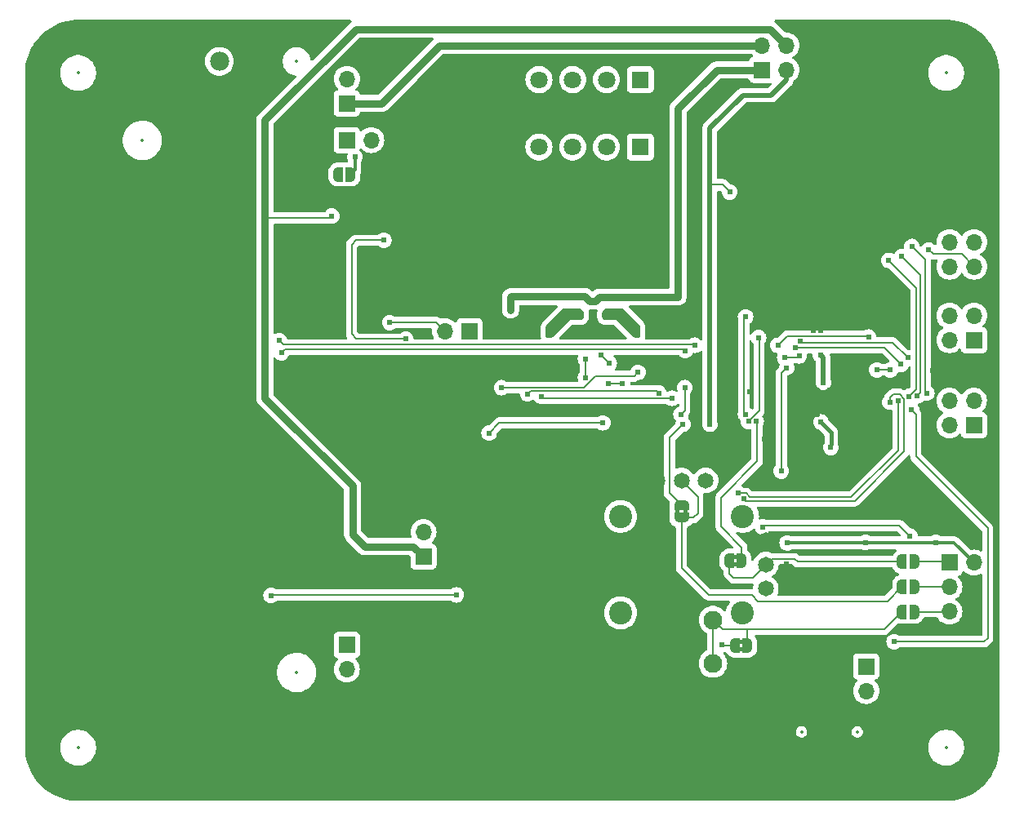
<source format=gbl>
%TF.GenerationSoftware,KiCad,Pcbnew,8.0.2*%
%TF.CreationDate,2024-05-27T22:11:15+01:00*%
%TF.ProjectId,StepUp,53746570-5570-42e6-9b69-6361645f7063,v1.0*%
%TF.SameCoordinates,Original*%
%TF.FileFunction,Copper,L4,Bot*%
%TF.FilePolarity,Positive*%
%FSLAX46Y46*%
G04 Gerber Fmt 4.6, Leading zero omitted, Abs format (unit mm)*
G04 Created by KiCad (PCBNEW 8.0.2) date 2024-05-27 22:11:15*
%MOMM*%
%LPD*%
G01*
G04 APERTURE LIST*
G04 Aperture macros list*
%AMFreePoly0*
4,1,19,0.500000,-0.750000,0.000000,-0.750000,0.000000,-0.744911,-0.071157,-0.744911,-0.207708,-0.704816,-0.327430,-0.627875,-0.420627,-0.520320,-0.479746,-0.390866,-0.500000,-0.250000,-0.500000,0.250000,-0.479746,0.390866,-0.420627,0.520320,-0.327430,0.627875,-0.207708,0.704816,-0.071157,0.744911,0.000000,0.744911,0.000000,0.750000,0.500000,0.750000,0.500000,-0.750000,0.500000,-0.750000,
$1*%
%AMFreePoly1*
4,1,19,0.000000,0.744911,0.071157,0.744911,0.207708,0.704816,0.327430,0.627875,0.420627,0.520320,0.479746,0.390866,0.500000,0.250000,0.500000,-0.250000,0.479746,-0.390866,0.420627,-0.520320,0.327430,-0.627875,0.207708,-0.704816,0.071157,-0.744911,0.000000,-0.744911,0.000000,-0.750000,-0.500000,-0.750000,-0.500000,0.750000,0.000000,0.750000,0.000000,0.744911,0.000000,0.744911,
$1*%
G04 Aperture macros list end*
%TA.AperFunction,EtchedComponent*%
%ADD10C,0.000000*%
%TD*%
%TA.AperFunction,ComponentPad*%
%ADD11C,1.650000*%
%TD*%
%TA.AperFunction,ComponentPad*%
%ADD12C,1.950000*%
%TD*%
%TA.AperFunction,ComponentPad*%
%ADD13C,2.400000*%
%TD*%
%TA.AperFunction,SMDPad,CuDef*%
%ADD14FreePoly0,180.000000*%
%TD*%
%TA.AperFunction,SMDPad,CuDef*%
%ADD15FreePoly1,180.000000*%
%TD*%
%TA.AperFunction,SMDPad,CuDef*%
%ADD16FreePoly0,270.000000*%
%TD*%
%TA.AperFunction,SMDPad,CuDef*%
%ADD17FreePoly1,270.000000*%
%TD*%
%TA.AperFunction,ComponentPad*%
%ADD18C,1.980000*%
%TD*%
%TA.AperFunction,ComponentPad*%
%ADD19O,1.000000X1.800000*%
%TD*%
%TA.AperFunction,ComponentPad*%
%ADD20O,1.000000X2.100000*%
%TD*%
%TA.AperFunction,ComponentPad*%
%ADD21C,0.600000*%
%TD*%
%TA.AperFunction,HeatsinkPad*%
%ADD22C,0.600000*%
%TD*%
%TA.AperFunction,HeatsinkPad*%
%ADD23R,2.500000X1.600000*%
%TD*%
%TA.AperFunction,ComponentPad*%
%ADD24R,1.700000X1.700000*%
%TD*%
%TA.AperFunction,ComponentPad*%
%ADD25O,1.700000X1.700000*%
%TD*%
%TA.AperFunction,ComponentPad*%
%ADD26R,1.800000X1.800000*%
%TD*%
%TA.AperFunction,ComponentPad*%
%ADD27C,1.800000*%
%TD*%
%TA.AperFunction,SMDPad,CuDef*%
%ADD28FreePoly0,0.000000*%
%TD*%
%TA.AperFunction,SMDPad,CuDef*%
%ADD29FreePoly1,0.000000*%
%TD*%
%TA.AperFunction,ViaPad*%
%ADD30C,0.610000*%
%TD*%
%TA.AperFunction,Conductor*%
%ADD31C,0.762000*%
%TD*%
%TA.AperFunction,Conductor*%
%ADD32C,0.304800*%
%TD*%
%TA.AperFunction,Conductor*%
%ADD33C,0.400000*%
%TD*%
%TA.AperFunction,Conductor*%
%ADD34C,0.152400*%
%TD*%
%TA.AperFunction,Conductor*%
%ADD35C,0.203200*%
%TD*%
%TA.AperFunction,Conductor*%
%ADD36C,0.508000*%
%TD*%
%ADD37C,0.300000*%
%ADD38C,0.350000*%
%ADD39O,0.600000X1.400000*%
%ADD40O,0.600000X1.700000*%
G04 APERTURE END LIST*
D10*
%TA.AperFunction,EtchedComponent*%
%TO.C,JP13*%
G36*
X159000000Y-129200000D02*
G01*
X158500000Y-129200000D01*
X158500000Y-128800000D01*
X159000000Y-128800000D01*
X159000000Y-129200000D01*
G37*
%TD.AperFunction*%
%TA.AperFunction,EtchedComponent*%
G36*
X159000000Y-130000000D02*
G01*
X158500000Y-130000000D01*
X158500000Y-129600000D01*
X159000000Y-129600000D01*
X159000000Y-130000000D01*
G37*
%TD.AperFunction*%
%TA.AperFunction,EtchedComponent*%
%TO.C,JP9*%
G36*
X158400000Y-121200000D02*
G01*
X157900000Y-121200000D01*
X157900000Y-120800000D01*
X158400000Y-120800000D01*
X158400000Y-121200000D01*
G37*
%TD.AperFunction*%
%TA.AperFunction,EtchedComponent*%
G36*
X158400000Y-120400000D02*
G01*
X157900000Y-120400000D01*
X157900000Y-120000000D01*
X158400000Y-120000000D01*
X158400000Y-120400000D01*
G37*
%TD.AperFunction*%
%TA.AperFunction,EtchedComponent*%
%TO.C,JP8*%
G36*
X152350000Y-115750000D02*
G01*
X151950000Y-115750000D01*
X151950000Y-115250000D01*
X152350000Y-115250000D01*
X152350000Y-115750000D01*
G37*
%TD.AperFunction*%
%TA.AperFunction,EtchedComponent*%
G36*
X153150000Y-115750000D02*
G01*
X152750000Y-115750000D01*
X152750000Y-115250000D01*
X153150000Y-115250000D01*
X153150000Y-115750000D01*
G37*
%TD.AperFunction*%
%TD*%
D11*
%TO.P,JOY1,1,1*%
%TO.N,+3V3*%
X155062500Y-112275000D03*
%TO.P,JOY1,2,2*%
%TO.N,/User Input/JOYSTICK_AXIS_H*%
X152562500Y-112275000D03*
%TO.P,JOY1,3,3*%
%TO.N,GND*%
X150062500Y-112275000D03*
%TO.P,JOY1,11,1'*%
%TO.N,+3V3*%
X161292500Y-123505000D03*
%TO.P,JOY1,12,2'*%
%TO.N,/User Input/JOYSTICK_AXIS_V*%
X161292500Y-121005000D03*
%TO.P,JOY1,13,3'*%
%TO.N,GND*%
X161292500Y-118505000D03*
D12*
%TO.P,JOY1,A1,COM_1*%
X149312500Y-126755000D03*
%TO.P,JOY1,B1,COM_2*%
%TO.N,/User Input/JOYSTICK_BUTTON*%
X155812500Y-126755000D03*
%TO.P,JOY1,C1,NO_1*%
%TO.N,GND*%
X149312500Y-131255000D03*
%TO.P,JOY1,D1,NO_2*%
%TO.N,/User Input/JOYSTICK_BUTTON*%
X155812500Y-131255000D03*
D13*
%TO.P,JOY1,MH1,MH1*%
%TO.N,unconnected-(JOY1-PadMH1)*%
X158887500Y-116005000D03*
%TO.P,JOY1,MH2,MH2*%
%TO.N,unconnected-(JOY1-PadMH2)*%
X146237500Y-116005000D03*
%TO.P,JOY1,MH3,MH3*%
%TO.N,unconnected-(JOY1-PadMH3)*%
X146237500Y-126005000D03*
%TO.P,JOY1,MH4,MH4*%
%TO.N,unconnected-(JOY1-PadMH4)*%
X158887500Y-126005000D03*
%TD*%
D14*
%TO.P,JP13,1,A*%
%TO.N,/User Input/JOYSTICK_BUTTON*%
X159400000Y-129400000D03*
D15*
%TO.P,JP13,2,B*%
%TO.N,JOY_MCU_BTN*%
X158100000Y-129400000D03*
%TD*%
%TO.P,JP9,2,B*%
%TO.N,/User Input/JOYSTICK_AXIS_V*%
X157500000Y-120600000D03*
D14*
%TO.P,JP9,1,A*%
%TO.N,JOY_AXIS_MCU_V*%
X158800000Y-120600000D03*
%TD*%
D16*
%TO.P,JP8,1,A*%
%TO.N,JOY_AXIS_MCU_H*%
X152550000Y-114850000D03*
D17*
%TO.P,JP8,2,B*%
%TO.N,/User Input/JOYSTICK_AXIS_H*%
X152550000Y-116150000D03*
%TD*%
D18*
%TO.P,BT1,N*%
%TO.N,GND*%
X104648000Y-141012000D03*
%TO.P,BT1,P*%
%TO.N,Net-(D14-K)*%
X104648000Y-68792000D03*
%TD*%
D19*
%TO.P,J1,S1,SHIELD*%
%TO.N,GND*%
X172214000Y-142045000D03*
D20*
X172214000Y-137865000D03*
D19*
X163574000Y-142045000D03*
D20*
X163574000Y-137865000D03*
%TD*%
D21*
%TO.P,U3,57,GND*%
%TO.N,GND*%
X169174000Y-105420000D03*
X169174000Y-104145000D03*
X169174000Y-102870000D03*
X167899000Y-105420000D03*
X167899000Y-104145000D03*
X167899000Y-102870000D03*
X166624000Y-105420000D03*
X166624000Y-104145000D03*
X166624000Y-102870000D03*
%TD*%
D22*
%TO.P,U8,13,PGND*%
%TO.N,GND*%
X119669000Y-90320000D03*
X120619000Y-90320000D03*
X121569000Y-90320000D03*
D23*
X120619000Y-89820000D03*
D22*
X119669000Y-89320000D03*
X120619000Y-89320000D03*
X121569000Y-89320000D03*
%TD*%
D24*
%TO.P,J4,1,Pin_1*%
%TO.N,/MCU/GPIO8*%
X182880000Y-97706000D03*
D25*
%TO.P,J4,2,Pin_2*%
%TO.N,/MCU/GPIO10*%
X180340000Y-97706000D03*
%TO.P,J4,3,Pin_3*%
%TO.N,/MCU/GPIO9*%
X182880000Y-95166000D03*
%TO.P,J4,4,Pin_4*%
%TO.N,/MCU/GPIO11*%
X180340000Y-95166000D03*
%TO.P,J4,5,Pin_5*%
%TO.N,GND*%
X182880000Y-92626000D03*
%TO.P,J4,6,Pin_6*%
X180340000Y-92626000D03*
%TO.P,J4,7,Pin_7*%
%TO.N,/MCU/GPIO14*%
X182880000Y-90086000D03*
%TO.P,J4,8,Pin_8*%
%TO.N,/MCU/GPIO12*%
X180340000Y-90086000D03*
%TO.P,J4,9,Pin_9*%
%TO.N,/MCU/GPIO15*%
X182880000Y-87546000D03*
%TO.P,J4,10,Pin_10*%
%TO.N,/MCU/GPIO13*%
X180340000Y-87546000D03*
%TO.P,J4,11,Pin_11*%
%TO.N,GND*%
X182880000Y-85006000D03*
%TO.P,J4,12,Pin_12*%
X180340000Y-85006000D03*
%TD*%
D26*
%TO.P,J5,1_A,1*%
%TO.N,OB2_OUT*%
X148277400Y-77689501D03*
%TO.P,J5,1_B,1__1*%
X148277400Y-70689501D03*
D27*
%TO.P,J5,2_A,2*%
%TO.N,OB1_OUT*%
X144777400Y-77689501D03*
%TO.P,J5,2_B,2__1*%
X144777400Y-70689501D03*
%TO.P,J5,3_A,3*%
%TO.N,OA1_OUT*%
X141277400Y-77689501D03*
%TO.P,J5,3_B,3__1*%
X141277400Y-70689501D03*
%TO.P,J5,4_A,4*%
%TO.N,OA2_OUT*%
X137777400Y-77689501D03*
%TO.P,J5,4_B,4__1*%
X137777400Y-70689501D03*
%TD*%
D24*
%TO.P,J8,1,Pin_1*%
%TO.N,Vbat*%
X117852000Y-129337000D03*
D25*
%TO.P,J8,2,Pin_2*%
%TO.N,Net-(J8-Pin_2)*%
X117852000Y-131877000D03*
%TD*%
D24*
%TO.P,J9,1,Pin_1*%
%TO.N,VMotor*%
X130561000Y-96774000D03*
D25*
%TO.P,J9,2,Pin_2*%
%TO.N,BOOST_VOUT*%
X128021000Y-96774000D03*
%TD*%
D24*
%TO.P,J6,1,Pin_1*%
%TO.N,V_USB*%
X125800000Y-120175000D03*
D25*
%TO.P,J6,2,Pin_2*%
%TO.N,Net-(D11-A)*%
X125800000Y-117635000D03*
%TD*%
D24*
%TO.P,J10,1,Pin_1*%
%TO.N,VMotor*%
X160875000Y-69675000D03*
D25*
%TO.P,J10,2,Pin_2*%
%TO.N,Vbat*%
X160875000Y-67135000D03*
%TO.P,J10,3,Pin_3*%
%TO.N,+3V3*%
X163415000Y-69675000D03*
%TO.P,J10,4,Pin_4*%
%TO.N,V_USB*%
X163415000Y-67135000D03*
%TO.P,J10,5,Pin_5*%
%TO.N,GND*%
X165955000Y-69675000D03*
%TO.P,J10,6,Pin_6*%
X165955000Y-67135000D03*
%TD*%
D24*
%TO.P,J2,1,Pin_1*%
%TO.N,V_USB*%
X171704000Y-131567000D03*
D25*
%TO.P,J2,2,Pin_2*%
%TO.N,Net-(J2-Pin_2)*%
X171704000Y-134107000D03*
%TD*%
D24*
%TO.P,J11,1,Pin_1*%
%TO.N,Vbat*%
X117856000Y-73157000D03*
D25*
%TO.P,J11,2,Pin_2*%
%TO.N,Net-(D14-K)*%
X117856000Y-70617000D03*
%TD*%
D24*
%TO.P,J12,1,Pin_1*%
%TO.N,Net-(J12-Pin_1)*%
X180330000Y-120800000D03*
D25*
%TO.P,J12,2,Pin_2*%
%TO.N,+3V3*%
X182870000Y-120800000D03*
%TO.P,J12,3,Pin_3*%
%TO.N,Net-(J12-Pin_3)*%
X180330000Y-123340000D03*
%TO.P,J12,4,Pin_4*%
%TO.N,GND*%
X182870000Y-123340000D03*
%TO.P,J12,5,Pin_5*%
%TO.N,Net-(J12-Pin_5)*%
X180330000Y-125880000D03*
%TO.P,J12,6,Pin_6*%
%TO.N,GND*%
X182870000Y-125880000D03*
%TD*%
D24*
%TO.P,J7,1,Pin_1*%
%TO.N,Vbat*%
X117851000Y-76962000D03*
D25*
%TO.P,J7,2,Pin_2*%
%TO.N,BOOST_VIN*%
X120391000Y-76962000D03*
%TD*%
D14*
%TO.P,JP3,1,A*%
%TO.N,/Power/BOOST_ENABLE*%
X118252000Y-80518000D03*
D15*
%TO.P,JP3,2,B*%
%TO.N,MCU_BOOST_EN*%
X116952000Y-80518000D03*
%TD*%
D28*
%TO.P,JP12,1,A*%
%TO.N,/User Input/JOYSTICK_BUTTON*%
X175400000Y-125900000D03*
D29*
%TO.P,JP12,2,B*%
%TO.N,Net-(J12-Pin_5)*%
X176700000Y-125900000D03*
%TD*%
D28*
%TO.P,JP11,1,A*%
%TO.N,/User Input/JOYSTICK_AXIS_H*%
X175400000Y-123300000D03*
D29*
%TO.P,JP11,2,B*%
%TO.N,Net-(J12-Pin_3)*%
X176700000Y-123300000D03*
%TD*%
D28*
%TO.P,JP10,1,A*%
%TO.N,/User Input/JOYSTICK_AXIS_V*%
X175400000Y-120700000D03*
D29*
%TO.P,JP10,2,B*%
%TO.N,Net-(J12-Pin_1)*%
X176700000Y-120700000D03*
%TD*%
D24*
%TO.P,J3,1,Pin_1*%
%TO.N,/MCU/SWCLK*%
X182875000Y-106525000D03*
D25*
%TO.P,J3,2,Pin_2*%
%TO.N,/MCU/UART_0_TX*%
X180335000Y-106525000D03*
%TO.P,J3,3,Pin_3*%
%TO.N,/MCU/SWD*%
X182875000Y-103985000D03*
%TO.P,J3,4,Pin_4*%
%TO.N,/MCU/UART_0_RX*%
X180335000Y-103985000D03*
%TO.P,J3,5,Pin_5*%
%TO.N,GND*%
X182875000Y-101445000D03*
%TO.P,J3,6,Pin_6*%
X180335000Y-101445000D03*
%TD*%
D30*
%TO.N,GND*%
X142900000Y-97300000D03*
X143850000Y-97300000D03*
X143850000Y-96500000D03*
X142900000Y-96500000D03*
X178550000Y-100900000D03*
X161150000Y-108000000D03*
X161200000Y-107150000D03*
X159650000Y-103100000D03*
X169300000Y-112950000D03*
X168300000Y-112950000D03*
X176800000Y-75050000D03*
X175500000Y-75050000D03*
X174200000Y-75050000D03*
X167650000Y-83300000D03*
X169450000Y-81500000D03*
X167900000Y-135700000D03*
X163450000Y-120950000D03*
X152500000Y-109700000D03*
X135550000Y-108350000D03*
X134550000Y-109450000D03*
X135400000Y-100050000D03*
X135400000Y-101600000D03*
X138800000Y-105150000D03*
X146800000Y-105250000D03*
X144050000Y-104850000D03*
X143250000Y-104850000D03*
X133600000Y-96000000D03*
X133600000Y-96650000D03*
X133600000Y-97300000D03*
X153000000Y-97150000D03*
X153000000Y-96500000D03*
X153000000Y-95850000D03*
X134250000Y-89650000D03*
X133550000Y-89650000D03*
X142850000Y-90650000D03*
X143650000Y-90100000D03*
X144350000Y-90150000D03*
X153700000Y-81150000D03*
X143300000Y-81300000D03*
X143300000Y-82950000D03*
X131850000Y-82100000D03*
X123400000Y-67450000D03*
X123400000Y-66550000D03*
X127550000Y-80450000D03*
X127550000Y-79500000D03*
X127550000Y-78600000D03*
X117950000Y-84800000D03*
X117950000Y-85800000D03*
X117950000Y-86850000D03*
X127700000Y-107350000D03*
X126450000Y-107400000D03*
X116450000Y-108100000D03*
X118000000Y-106900000D03*
X119550000Y-108150000D03*
X121250000Y-115300000D03*
X123650000Y-120300000D03*
X133350000Y-121900000D03*
X178750000Y-132650000D03*
X178750000Y-131100000D03*
X170300000Y-115850000D03*
X164950000Y-112000000D03*
X164000000Y-111950000D03*
X172150000Y-108000000D03*
X175000000Y-102050000D03*
X170400000Y-95300000D03*
X170400000Y-94200000D03*
X167000000Y-91250000D03*
X165550000Y-95900000D03*
X167000000Y-96700000D03*
X166200000Y-96700000D03*
%TO.N,+3V3*%
X157550000Y-82350000D03*
%TO.N,/MCU/GPIO14*%
X178200000Y-88350000D03*
%TO.N,GND*%
X169032600Y-99637777D03*
%TO.N,+3V3*%
X155500000Y-106450000D03*
%TO.N,V_USB*%
X116300000Y-84850000D03*
%TO.N,/MCU/SWD*%
X175322144Y-100233894D03*
%TO.N,/MCU/SWCLK*%
X176017666Y-99550000D03*
%TO.N,LED_RED*%
X176450000Y-88000000D03*
X178000000Y-103200000D03*
%TO.N,LED_GREEN*%
X175400000Y-89050000D03*
X177000000Y-103500000D03*
%TO.N,LED_BLUE*%
X174050000Y-89450000D03*
X176150000Y-103550000D03*
%TO.N,~{TMC_STBDY}*%
X132600000Y-107350000D03*
X144400000Y-106300000D03*
X152500000Y-105400000D03*
X152900000Y-102650000D03*
%TO.N,TMC_EN*%
X146450000Y-102200000D03*
X145000000Y-102200000D03*
%TO.N,VBAT_MONITOR*%
X159200000Y-95300000D03*
X159200000Y-105400000D03*
%TO.N,VMOTOR_MONITOR*%
X160550000Y-97450000D03*
X159500000Y-106150000D03*
%TO.N,JOY_MCU_BTN*%
X163450000Y-100600000D03*
X162900000Y-111300000D03*
X156700000Y-129300000D03*
%TO.N,JOY_AXIS_MCU_V*%
X160300000Y-106150000D03*
%TO.N,JOY_AXIS_MCU_H*%
X152700000Y-106450000D03*
%TO.N,TMC_DIR*%
X136600000Y-103300000D03*
X150200000Y-103200000D03*
%TO.N,TMC_STEP*%
X138000000Y-103550000D03*
X151550000Y-103750000D03*
%TO.N,/MCU/~{USB_BOOT}*%
X129200000Y-124150000D03*
%TO.N,MCU_BOOST_EN*%
X133900000Y-102650000D03*
X148050000Y-101050000D03*
%TO.N,VUSB_MONITOR*%
X174600000Y-129000000D03*
X176400000Y-104950000D03*
%TO.N,/Power/BOOST_ENABLE*%
X118700000Y-78700000D03*
%TO.N,+3V3*%
X178950000Y-118700000D03*
X171650000Y-118700000D03*
X163500000Y-118750000D03*
%TO.N,+1V1*%
X167259000Y-102108000D03*
X166954000Y-99246000D03*
X168041800Y-108850000D03*
X167000000Y-106200000D03*
%TO.N,/MCU/~{USB_BOOT}*%
X160950000Y-117100000D03*
X176250000Y-118050000D03*
X110000000Y-124200000D03*
%TO.N,/MCU/SWCLK*%
X164850000Y-97850000D03*
%TO.N,/MCU/GPIO13*%
X110850000Y-97750000D03*
X171950000Y-97400000D03*
X153950000Y-98250000D03*
X162550000Y-98250000D03*
%TO.N,/MCU/RUN*%
X163250000Y-99500000D03*
X111075000Y-99025000D03*
X152950000Y-98800000D03*
X164750000Y-99350000D03*
%TO.N,/MCU/SWD*%
X164351670Y-98502684D03*
%TO.N,/MCU/GPIO10*%
X174200000Y-100800000D03*
X172800000Y-100800000D03*
%TO.N,VMotor*%
X134850000Y-94600000D03*
X142950000Y-93600000D03*
X134850000Y-93900000D03*
X142400000Y-93200000D03*
X143600000Y-93650000D03*
X152200000Y-93250000D03*
X134850000Y-93250000D03*
%TO.N,TMC_EN*%
X142600000Y-99650000D03*
X142600000Y-101600000D03*
%TO.N,TMC_UART_RX*%
X144200000Y-99262800D03*
X145066400Y-100100000D03*
%TO.N,Net-(U8-OVP)*%
X121700000Y-87350000D03*
X123952000Y-97598000D03*
%TO.N,/MCU/EEPROM_SCL*%
X175023110Y-104007200D03*
X158400000Y-113600000D03*
%TO.N,/Motor Driver/BRA*%
X142050000Y-95250000D03*
X138900000Y-97050000D03*
X141800000Y-94750000D03*
X138900000Y-96400000D03*
%TO.N,/Motor Driver/BRB*%
X147857000Y-97050000D03*
X147857000Y-96400000D03*
X144957000Y-94750000D03*
X144707000Y-95250000D03*
%TO.N,BOOST_VOUT*%
X122300000Y-95900000D03*
%TO.N,/MCU/EEPROM_SDA*%
X159000000Y-114200000D03*
X174150000Y-104150000D03*
%TD*%
D31*
%TO.N,VMotor*%
X142550000Y-93200000D02*
X142950000Y-93600000D01*
X142400000Y-93200000D02*
X142550000Y-93200000D01*
X142400000Y-93200000D02*
X134900000Y-93200000D01*
X134900000Y-93200000D02*
X134850000Y-93250000D01*
X143000000Y-93650000D02*
X142950000Y-93600000D01*
X143600000Y-93650000D02*
X143000000Y-93650000D01*
D32*
%TO.N,+1V1*%
X168099000Y-108792800D02*
X168041800Y-108850000D01*
X168099000Y-108450000D02*
X168099000Y-108792800D01*
D33*
X168099000Y-108450000D02*
X168099000Y-107299000D01*
X168099000Y-107299000D02*
X167000000Y-106200000D01*
D34*
%TO.N,/MCU/EEPROM_SCL*%
X175023110Y-109126890D02*
X175023110Y-104007200D01*
X159646579Y-114000000D02*
X170150000Y-114000000D01*
X159246579Y-113600000D02*
X159646579Y-114000000D01*
X170150000Y-114000000D02*
X175023110Y-109126890D01*
X158400000Y-113600000D02*
X159246579Y-113600000D01*
%TO.N,/MCU/GPIO13*%
X111300000Y-98200000D02*
X153900000Y-98200000D01*
X153900000Y-98200000D02*
X153950000Y-98250000D01*
X110850000Y-97750000D02*
X111300000Y-98200000D01*
%TO.N,/MCU/RUN*%
X152800000Y-98650000D02*
X152950000Y-98800000D01*
X111450000Y-98650000D02*
X152800000Y-98650000D01*
X111075000Y-99025000D02*
X111450000Y-98650000D01*
%TO.N,TMC_UART_RX*%
X145066400Y-100100000D02*
X144229200Y-99262800D01*
X144229200Y-99262800D02*
X144200000Y-99262800D01*
%TO.N,TMC_EN*%
X142600000Y-101600000D02*
X142600000Y-99650000D01*
%TO.N,TMC_DIR*%
X136900000Y-103000000D02*
X136600000Y-103300000D01*
X150000000Y-103000000D02*
X136900000Y-103000000D01*
X150200000Y-103200000D02*
X150000000Y-103000000D01*
%TO.N,MCU_BOOST_EN*%
X143600000Y-101450000D02*
X142400000Y-102650000D01*
X147650000Y-101450000D02*
X143600000Y-101450000D01*
X148050000Y-101050000D02*
X147650000Y-101450000D01*
X142400000Y-102650000D02*
X133900000Y-102650000D01*
%TO.N,JOY_MCU_BTN*%
X162900000Y-101150000D02*
X162900000Y-111300000D01*
X163450000Y-100600000D02*
X162900000Y-101150000D01*
%TO.N,/MCU/SWCLK*%
X165000000Y-98000000D02*
X164850000Y-97850000D01*
X174467666Y-98000000D02*
X165000000Y-98000000D01*
X176017666Y-99550000D02*
X174467666Y-98000000D01*
%TO.N,/MCU/GPIO13*%
X163500000Y-97300000D02*
X162550000Y-98250000D01*
X171950000Y-97400000D02*
X171850000Y-97300000D01*
X171850000Y-97300000D02*
X163500000Y-97300000D01*
%TO.N,/MCU/SWD*%
X175322144Y-100233894D02*
X173590934Y-98502684D01*
X173590934Y-98502684D02*
X164351670Y-98502684D01*
%TO.N,/MCU/RUN*%
X164600000Y-99500000D02*
X163250000Y-99500000D01*
X164750000Y-99350000D02*
X164600000Y-99500000D01*
%TO.N,LED_RED*%
X177800000Y-89350000D02*
X176450000Y-88000000D01*
X177800000Y-103000000D02*
X177800000Y-89350000D01*
X178000000Y-103200000D02*
X177800000Y-103000000D01*
%TO.N,/MCU/EEPROM_SDA*%
X175650000Y-109250000D02*
X170500000Y-114400000D01*
X170500000Y-114400000D02*
X159200000Y-114400000D01*
X175650000Y-103800000D02*
X175650000Y-109250000D01*
X159200000Y-114400000D02*
X159000000Y-114200000D01*
X174500000Y-103350000D02*
X175200000Y-103350000D01*
X174150000Y-103700000D02*
X174500000Y-103350000D01*
X175200000Y-103350000D02*
X175650000Y-103800000D01*
X174150000Y-104150000D02*
X174150000Y-103700000D01*
%TO.N,VUSB_MONITOR*%
X183950000Y-129000000D02*
X174600000Y-129000000D01*
X184300000Y-128650000D02*
X183950000Y-129000000D01*
X184300000Y-117250000D02*
X184300000Y-128650000D01*
X176850000Y-109800000D02*
X184300000Y-117250000D01*
X176850000Y-105400000D02*
X176850000Y-109800000D01*
X176400000Y-104950000D02*
X176850000Y-105400000D01*
%TO.N,JOY_AXIS_MCU_V*%
X158800000Y-119200000D02*
X158800000Y-120600000D01*
X156650000Y-117050000D02*
X158800000Y-119200000D01*
X160400000Y-106250000D02*
X160400000Y-110300000D01*
X160400000Y-110300000D02*
X156650000Y-114050000D01*
X160300000Y-106150000D02*
X160400000Y-106250000D01*
X156650000Y-114050000D02*
X156650000Y-117050000D01*
%TO.N,VMOTOR_MONITOR*%
X160600000Y-97500000D02*
X160550000Y-97450000D01*
X159500000Y-106150000D02*
X160600000Y-105050000D01*
X160600000Y-105050000D02*
X160600000Y-97500000D01*
%TO.N,VBAT_MONITOR*%
X159200000Y-105400000D02*
X159000000Y-105200000D01*
X159000000Y-105200000D02*
X159000000Y-95500000D01*
X159000000Y-95500000D02*
X159200000Y-95300000D01*
%TO.N,/User Input/JOYSTICK_AXIS_V*%
X164300000Y-120400000D02*
X161897500Y-120400000D01*
X164600000Y-120700000D02*
X164300000Y-120400000D01*
X161897500Y-120400000D02*
X161292500Y-121005000D01*
X175400000Y-120700000D02*
X164600000Y-120700000D01*
D31*
%TO.N,V_USB*%
X118450000Y-112825000D02*
X118450000Y-117900000D01*
X119700000Y-119150000D02*
X124775000Y-119150000D01*
X109350000Y-103725000D02*
X118450000Y-112825000D01*
X109350000Y-85050000D02*
X109350000Y-103725000D01*
X118450000Y-117900000D02*
X119700000Y-119150000D01*
X124775000Y-119150000D02*
X125800000Y-120175000D01*
D35*
%TO.N,+3V3*%
X156800000Y-81600000D02*
X157550000Y-82350000D01*
X155500000Y-81600000D02*
X156800000Y-81600000D01*
D36*
X155500000Y-81600000D02*
X155500000Y-75700000D01*
X155500000Y-106450000D02*
X155500000Y-81600000D01*
D34*
%TO.N,/MCU/GPIO14*%
X181594000Y-88800000D02*
X182880000Y-90086000D01*
X178650000Y-88800000D02*
X181594000Y-88800000D01*
X178200000Y-88350000D02*
X178650000Y-88800000D01*
D36*
%TO.N,+3V3*%
X161850000Y-72300000D02*
X163415000Y-70735000D01*
X158900000Y-72300000D02*
X161850000Y-72300000D01*
X163415000Y-70735000D02*
X163415000Y-69675000D01*
X155500000Y-75700000D02*
X158900000Y-72300000D01*
D35*
%TO.N,V_USB*%
X116100000Y-85050000D02*
X116300000Y-84850000D01*
X109350000Y-85050000D02*
X116100000Y-85050000D01*
D31*
X109350000Y-85050000D02*
X109350000Y-74900000D01*
X118800000Y-65450000D02*
X161730000Y-65450000D01*
X161730000Y-65450000D02*
X163415000Y-67135000D01*
X109350000Y-74900000D02*
X118800000Y-65450000D01*
D34*
%TO.N,LED_GREEN*%
X177342800Y-103157200D02*
X177000000Y-103500000D01*
X175400000Y-89050000D02*
X177342800Y-90992800D01*
X177342800Y-90992800D02*
X177342800Y-103157200D01*
%TO.N,~{TMC_STBDY}*%
X132550000Y-107400000D02*
X132600000Y-107350000D01*
X133650000Y-106300000D02*
X132600000Y-107350000D01*
X144400000Y-106300000D02*
X133650000Y-106300000D01*
X152900000Y-105000000D02*
X152500000Y-105400000D01*
X152900000Y-102650000D02*
X152900000Y-105000000D01*
%TO.N,TMC_EN*%
X145000000Y-102200000D02*
X146450000Y-102200000D01*
%TO.N,JOY_MCU_BTN*%
X156700000Y-129300000D02*
X156800000Y-129400000D01*
X156800000Y-129400000D02*
X158100000Y-129400000D01*
%TO.N,/User Input/JOYSTICK_BUTTON*%
X155812500Y-126755000D02*
X155812500Y-131255000D01*
X159400000Y-127780000D02*
X159400000Y-129350000D01*
X159350000Y-127730000D02*
X159400000Y-127780000D01*
X159350000Y-127730000D02*
X156787500Y-127730000D01*
X173570000Y-127730000D02*
X159350000Y-127730000D01*
%TO.N,/User Input/JOYSTICK_AXIS_V*%
X159950000Y-122347500D02*
X161292500Y-121005000D01*
X159950000Y-122400000D02*
X159950000Y-122347500D01*
X157950000Y-122400000D02*
X159950000Y-122400000D01*
X157500000Y-121950000D02*
X157950000Y-122400000D01*
X157500000Y-120600000D02*
X157500000Y-121950000D01*
%TO.N,/User Input/JOYSTICK_AXIS_H*%
X152550000Y-121350000D02*
X152550000Y-116150000D01*
X155350000Y-124150000D02*
X152550000Y-121350000D01*
X160500000Y-124800000D02*
X159850000Y-124150000D01*
X173900000Y-124800000D02*
X160500000Y-124800000D01*
X175400000Y-123300000D02*
X173900000Y-124800000D01*
X159850000Y-124150000D02*
X155350000Y-124150000D01*
%TO.N,JOY_AXIS_MCU_H*%
X151300000Y-107850000D02*
X151300000Y-113600000D01*
X151300000Y-113600000D02*
X152550000Y-114850000D01*
X152700000Y-106450000D02*
X151300000Y-107850000D01*
%TO.N,/User Input/JOYSTICK_AXIS_H*%
X154250000Y-113962500D02*
X152778026Y-112490526D01*
X154250000Y-115700000D02*
X154250000Y-113962500D01*
X153800000Y-116150000D02*
X154250000Y-115700000D01*
X152550000Y-116150000D02*
X153800000Y-116150000D01*
%TO.N,TMC_STEP*%
X138200000Y-103750000D02*
X138000000Y-103550000D01*
X151550000Y-103750000D02*
X138200000Y-103750000D01*
%TO.N,/MCU/~{USB_BOOT}*%
X129200000Y-124150000D02*
X110050000Y-124150000D01*
X110050000Y-124150000D02*
X110000000Y-124200000D01*
D31*
%TO.N,Vbat*%
X127465000Y-67135000D02*
X160875000Y-67135000D01*
X121443000Y-73157000D02*
X127465000Y-67135000D01*
X117856000Y-73157000D02*
X121443000Y-73157000D01*
D32*
%TO.N,/Power/BOOST_ENABLE*%
X118700000Y-78700000D02*
X118700000Y-80070000D01*
X118700000Y-80070000D02*
X118252000Y-80518000D01*
%TO.N,+3V3*%
X180820000Y-118750000D02*
X182870000Y-120800000D01*
X171600000Y-118750000D02*
X171650000Y-118700000D01*
X163500000Y-118750000D02*
X171600000Y-118750000D01*
X178950000Y-118700000D02*
X179000000Y-118750000D01*
X171700000Y-118750000D02*
X178900000Y-118750000D01*
X178900000Y-118750000D02*
X178950000Y-118700000D01*
X179000000Y-118750000D02*
X180820000Y-118750000D01*
X171650000Y-118700000D02*
X171700000Y-118750000D01*
D36*
%TO.N,+1V1*%
X166954000Y-99246000D02*
X167259000Y-99551000D01*
X167259000Y-99551000D02*
X167259000Y-102108000D01*
D34*
%TO.N,/MCU/~{USB_BOOT}*%
X175150000Y-116950000D02*
X161100000Y-116950000D01*
X176250000Y-118050000D02*
X175150000Y-116950000D01*
X161100000Y-116950000D02*
X160950000Y-117100000D01*
%TO.N,/MCU/GPIO13*%
X153950000Y-98250000D02*
X153850000Y-98250000D01*
%TO.N,/MCU/RUN*%
X152955600Y-98805600D02*
X152950000Y-98800000D01*
%TO.N,/MCU/GPIO10*%
X174200000Y-100800000D02*
X172800000Y-100800000D01*
%TO.N,/User Input/JOYSTICK_BUTTON*%
X156787500Y-127730000D02*
X155812500Y-126755000D01*
X175400000Y-125900000D02*
X173570000Y-127730000D01*
D31*
%TO.N,VMotor*%
X134850000Y-93250000D02*
X134850000Y-94600000D01*
X143600000Y-93650000D02*
X144000000Y-93250000D01*
X156225000Y-69675000D02*
X152200000Y-73700000D01*
X152200000Y-73700000D02*
X152200000Y-93250000D01*
X144000000Y-93250000D02*
X152200000Y-93250000D01*
X160875000Y-69675000D02*
X156225000Y-69675000D01*
D34*
%TO.N,Net-(U8-OVP)*%
X118350000Y-87800000D02*
X118350000Y-97100000D01*
X121700000Y-87350000D02*
X118800000Y-87350000D01*
X118848000Y-97598000D02*
X123952000Y-97598000D01*
X118800000Y-87350000D02*
X118350000Y-87800000D01*
X118350000Y-97100000D02*
X118848000Y-97598000D01*
%TO.N,BOOST_VOUT*%
X127147000Y-95900000D02*
X122300000Y-95900000D01*
X128021000Y-96774000D02*
X127147000Y-95900000D01*
%TO.N,Net-(J12-Pin_5)*%
X176700000Y-125900000D02*
X180310000Y-125900000D01*
X180310000Y-125900000D02*
X180330000Y-125880000D01*
%TO.N,Net-(J12-Pin_1)*%
X180230000Y-120700000D02*
X180330000Y-120800000D01*
X176700000Y-120700000D02*
X180230000Y-120700000D01*
%TO.N,Net-(J12-Pin_3)*%
X180290000Y-123300000D02*
X180330000Y-123340000D01*
X176700000Y-123300000D02*
X180290000Y-123300000D01*
%TO.N,LED_BLUE*%
X174050000Y-89450000D02*
X176900000Y-92300000D01*
X176900000Y-92300000D02*
X176900000Y-102800000D01*
X176900000Y-102800000D02*
X176150000Y-103550000D01*
%TD*%
%TA.AperFunction,Conductor*%
%TO.N,GND*%
G36*
X118293382Y-64519685D02*
G01*
X118339137Y-64572489D01*
X118349081Y-64641647D01*
X118320056Y-64705203D01*
X118295234Y-64727102D01*
X118238075Y-64765293D01*
X118238072Y-64765296D01*
X114300750Y-68702619D01*
X114239427Y-68736104D01*
X114169735Y-68731120D01*
X114113802Y-68689248D01*
X114090596Y-68634338D01*
X114061808Y-68452575D01*
X114061807Y-68452571D01*
X114061807Y-68452570D01*
X113991305Y-68235587D01*
X113961571Y-68177231D01*
X113887723Y-68032296D01*
X113791113Y-67899323D01*
X113753622Y-67847720D01*
X113753618Y-67847715D01*
X113592284Y-67686381D01*
X113592279Y-67686377D01*
X113407707Y-67552279D01*
X113407706Y-67552278D01*
X113407704Y-67552277D01*
X113306059Y-67500486D01*
X113204412Y-67448694D01*
X112987428Y-67378192D01*
X112818414Y-67351423D01*
X112762078Y-67342500D01*
X112533922Y-67342500D01*
X112458806Y-67354397D01*
X112308573Y-67378192D01*
X112308570Y-67378192D01*
X112091587Y-67448694D01*
X111888292Y-67552279D01*
X111703720Y-67686377D01*
X111703715Y-67686381D01*
X111542381Y-67847715D01*
X111542377Y-67847720D01*
X111408279Y-68032292D01*
X111304694Y-68235587D01*
X111234192Y-68452570D01*
X111234192Y-68452573D01*
X111198500Y-68677922D01*
X111198500Y-68906077D01*
X111234192Y-69131426D01*
X111234192Y-69131429D01*
X111304694Y-69348412D01*
X111304696Y-69348415D01*
X111405964Y-69547165D01*
X111408279Y-69551707D01*
X111542377Y-69736279D01*
X111542381Y-69736284D01*
X111703715Y-69897618D01*
X111703720Y-69897622D01*
X111760908Y-69939171D01*
X111888296Y-70031723D01*
X112064609Y-70121559D01*
X112091587Y-70135305D01*
X112308571Y-70205807D01*
X112308572Y-70205807D01*
X112308575Y-70205808D01*
X112490337Y-70234596D01*
X112553470Y-70264525D01*
X112590402Y-70323836D01*
X112589404Y-70393699D01*
X112558619Y-70444750D01*
X108665296Y-74338072D01*
X108665295Y-74338073D01*
X108593179Y-74446003D01*
X108589980Y-74450793D01*
X108569682Y-74481171D01*
X108569676Y-74481180D01*
X108568823Y-74482456D01*
X108568821Y-74482459D01*
X108502377Y-74642871D01*
X108502374Y-74642881D01*
X108468500Y-74813177D01*
X108468500Y-74813180D01*
X108468500Y-84963180D01*
X108468500Y-103638179D01*
X108468500Y-103811821D01*
X108468500Y-103811823D01*
X108468499Y-103811823D01*
X108502374Y-103982118D01*
X108502377Y-103982128D01*
X108568822Y-104142543D01*
X108665295Y-104286926D01*
X108665296Y-104286927D01*
X117532181Y-113153810D01*
X117565666Y-113215133D01*
X117568500Y-113241491D01*
X117568500Y-117813179D01*
X117568500Y-117986821D01*
X117568500Y-117986823D01*
X117568499Y-117986823D01*
X117602374Y-118157118D01*
X117602377Y-118157128D01*
X117668822Y-118317543D01*
X117765295Y-118461926D01*
X119138073Y-119834704D01*
X119282456Y-119931177D01*
X119438808Y-119995939D01*
X119442876Y-119997624D01*
X119442880Y-119997624D01*
X119442881Y-119997625D01*
X119613176Y-120031500D01*
X119613179Y-120031500D01*
X119613180Y-120031500D01*
X124325500Y-120031500D01*
X124392539Y-120051185D01*
X124438294Y-120103989D01*
X124449500Y-120155500D01*
X124449500Y-121072870D01*
X124449501Y-121072876D01*
X124455908Y-121132483D01*
X124506202Y-121267328D01*
X124506206Y-121267335D01*
X124592452Y-121382544D01*
X124592455Y-121382547D01*
X124707664Y-121468793D01*
X124707671Y-121468797D01*
X124842517Y-121519091D01*
X124842516Y-121519091D01*
X124849444Y-121519835D01*
X124902127Y-121525500D01*
X126697872Y-121525499D01*
X126757483Y-121519091D01*
X126892331Y-121468796D01*
X127007546Y-121382546D01*
X127093796Y-121267331D01*
X127144091Y-121132483D01*
X127150500Y-121072873D01*
X127150499Y-119277128D01*
X127144091Y-119217517D01*
X127100896Y-119101706D01*
X127093797Y-119082671D01*
X127093793Y-119082664D01*
X127007547Y-118967455D01*
X127007544Y-118967452D01*
X126892335Y-118881206D01*
X126892328Y-118881202D01*
X126760917Y-118832189D01*
X126704983Y-118790318D01*
X126680566Y-118724853D01*
X126695418Y-118656580D01*
X126716563Y-118628332D01*
X126838495Y-118506401D01*
X126974035Y-118312830D01*
X127073903Y-118098663D01*
X127135063Y-117870408D01*
X127155659Y-117635000D01*
X127135063Y-117399592D01*
X127077801Y-117185883D01*
X127073905Y-117171344D01*
X127073904Y-117171343D01*
X127073903Y-117171337D01*
X126974035Y-116957171D01*
X126973906Y-116956986D01*
X126838494Y-116763597D01*
X126671402Y-116596506D01*
X126671395Y-116596501D01*
X126477834Y-116460967D01*
X126477830Y-116460965D01*
X126477828Y-116460964D01*
X126263663Y-116361097D01*
X126263659Y-116361096D01*
X126263655Y-116361094D01*
X126035413Y-116299938D01*
X126035403Y-116299936D01*
X125800001Y-116279341D01*
X125799999Y-116279341D01*
X125564596Y-116299936D01*
X125564586Y-116299938D01*
X125336344Y-116361094D01*
X125336335Y-116361098D01*
X125122171Y-116460964D01*
X125122169Y-116460965D01*
X124928597Y-116596505D01*
X124761505Y-116763597D01*
X124625965Y-116957169D01*
X124625964Y-116957171D01*
X124526098Y-117171335D01*
X124526094Y-117171344D01*
X124464938Y-117399586D01*
X124464936Y-117399596D01*
X124444341Y-117634999D01*
X124444341Y-117635000D01*
X124464936Y-117870403D01*
X124464938Y-117870413D01*
X124526097Y-118098666D01*
X124527343Y-118102088D01*
X124527445Y-118103696D01*
X124527498Y-118103893D01*
X124527458Y-118103903D01*
X124531776Y-118171817D01*
X124497806Y-118232873D01*
X124436220Y-118265871D01*
X124410822Y-118268500D01*
X120116492Y-118268500D01*
X120049453Y-118248815D01*
X120028811Y-118232181D01*
X119367819Y-117571189D01*
X119334334Y-117509866D01*
X119331500Y-117483508D01*
X119331500Y-116004995D01*
X144532232Y-116004995D01*
X144532232Y-116005004D01*
X144551277Y-116259154D01*
X144606764Y-116502259D01*
X144607992Y-116507637D01*
X144642870Y-116596505D01*
X144701108Y-116744890D01*
X144711910Y-116763599D01*
X144828541Y-116965612D01*
X144987450Y-117164877D01*
X145174283Y-117338232D01*
X145384866Y-117481805D01*
X145384871Y-117481807D01*
X145384872Y-117481808D01*
X145384873Y-117481809D01*
X145506205Y-117540239D01*
X145614492Y-117592387D01*
X145614493Y-117592387D01*
X145614496Y-117592389D01*
X145858042Y-117667513D01*
X146110065Y-117705500D01*
X146364935Y-117705500D01*
X146616958Y-117667513D01*
X146860504Y-117592389D01*
X147090134Y-117481805D01*
X147300717Y-117338232D01*
X147487550Y-117164877D01*
X147646459Y-116965612D01*
X147773893Y-116744888D01*
X147867008Y-116507637D01*
X147923722Y-116259157D01*
X147939088Y-116054104D01*
X147942768Y-116005004D01*
X147942768Y-116004995D01*
X147929163Y-115823459D01*
X147923722Y-115750843D01*
X147867008Y-115502363D01*
X147773893Y-115265112D01*
X147646459Y-115044388D01*
X147487550Y-114845123D01*
X147300717Y-114671768D01*
X147090134Y-114528195D01*
X147090130Y-114528193D01*
X147090127Y-114528191D01*
X147090126Y-114528190D01*
X146860506Y-114417612D01*
X146860508Y-114417612D01*
X146616966Y-114342489D01*
X146616962Y-114342488D01*
X146616958Y-114342487D01*
X146495731Y-114324214D01*
X146364940Y-114304500D01*
X146364935Y-114304500D01*
X146110065Y-114304500D01*
X146110059Y-114304500D01*
X145953109Y-114328157D01*
X145858042Y-114342487D01*
X145858039Y-114342488D01*
X145858033Y-114342489D01*
X145614492Y-114417612D01*
X145384873Y-114528190D01*
X145384872Y-114528191D01*
X145174282Y-114671768D01*
X144987452Y-114845121D01*
X144987450Y-114845123D01*
X144828541Y-115044388D01*
X144701108Y-115265109D01*
X144607992Y-115502362D01*
X144607990Y-115502369D01*
X144551277Y-115750845D01*
X144532232Y-116004995D01*
X119331500Y-116004995D01*
X119331500Y-112738177D01*
X119297625Y-112567881D01*
X119297624Y-112567880D01*
X119297624Y-112567876D01*
X119297622Y-112567871D01*
X119231178Y-112407459D01*
X119231171Y-112407446D01*
X119134707Y-112263078D01*
X119134706Y-112263077D01*
X119011923Y-112140294D01*
X114221626Y-107349996D01*
X131789403Y-107349996D01*
X131789403Y-107350003D01*
X131809724Y-107530369D01*
X131809725Y-107530374D01*
X131869677Y-107701706D01*
X131943251Y-107818797D01*
X131966250Y-107855399D01*
X132094601Y-107983750D01*
X132248295Y-108080323D01*
X132419522Y-108140238D01*
X132419625Y-108140274D01*
X132419630Y-108140275D01*
X132599996Y-108160597D01*
X132600000Y-108160597D01*
X132600004Y-108160597D01*
X132780369Y-108140275D01*
X132780372Y-108140274D01*
X132780375Y-108140274D01*
X132951705Y-108080323D01*
X133105399Y-107983750D01*
X133233750Y-107855399D01*
X133330323Y-107701705D01*
X133390274Y-107530375D01*
X133394159Y-107495898D01*
X133405106Y-107398729D01*
X133432172Y-107334315D01*
X133440635Y-107324940D01*
X133852558Y-106913019D01*
X133913881Y-106879534D01*
X133940239Y-106876700D01*
X143786189Y-106876700D01*
X143853228Y-106896385D01*
X143873870Y-106913019D01*
X143894601Y-106933750D01*
X143981995Y-106988664D01*
X144048295Y-107030323D01*
X144219625Y-107090274D01*
X144219630Y-107090275D01*
X144399996Y-107110597D01*
X144400000Y-107110597D01*
X144400004Y-107110597D01*
X144580369Y-107090275D01*
X144580372Y-107090274D01*
X144580375Y-107090274D01*
X144751705Y-107030323D01*
X144905399Y-106933750D01*
X145033750Y-106805399D01*
X145130323Y-106651705D01*
X145190274Y-106480375D01*
X145193696Y-106450003D01*
X145210597Y-106300003D01*
X145210597Y-106299996D01*
X145190275Y-106119630D01*
X145190274Y-106119625D01*
X145182810Y-106098293D01*
X145130323Y-105948295D01*
X145103369Y-105905399D01*
X145033750Y-105794601D01*
X144905398Y-105666249D01*
X144751706Y-105569677D01*
X144580374Y-105509725D01*
X144580369Y-105509724D01*
X144400004Y-105489403D01*
X144399996Y-105489403D01*
X144219630Y-105509724D01*
X144219625Y-105509725D01*
X144048293Y-105569677D01*
X143894601Y-105666249D01*
X143873870Y-105686981D01*
X143812547Y-105720466D01*
X143786189Y-105723300D01*
X133725924Y-105723300D01*
X133574076Y-105723300D01*
X133427402Y-105762601D01*
X133427401Y-105762601D01*
X133427399Y-105762602D01*
X133427398Y-105762602D01*
X133295901Y-105838522D01*
X133295895Y-105838527D01*
X132625068Y-106509353D01*
X132563745Y-106542838D01*
X132551271Y-106544892D01*
X132419630Y-106559724D01*
X132248295Y-106619676D01*
X132094601Y-106716249D01*
X131966249Y-106844601D01*
X131869677Y-106998293D01*
X131809725Y-107169625D01*
X131809724Y-107169630D01*
X131789403Y-107349996D01*
X114221626Y-107349996D01*
X110267819Y-103396189D01*
X110234334Y-103334866D01*
X110231500Y-103308508D01*
X110231500Y-99620011D01*
X110251185Y-99552972D01*
X110303989Y-99507217D01*
X110373147Y-99497273D01*
X110436703Y-99526298D01*
X110443181Y-99532330D01*
X110569601Y-99658750D01*
X110717043Y-99751395D01*
X110723295Y-99755323D01*
X110832396Y-99793499D01*
X110894625Y-99815274D01*
X110894630Y-99815275D01*
X111074996Y-99835597D01*
X111075000Y-99835597D01*
X111075004Y-99835597D01*
X111255369Y-99815275D01*
X111255372Y-99815274D01*
X111255375Y-99815274D01*
X111426705Y-99755323D01*
X111580399Y-99658750D01*
X111708750Y-99530399D01*
X111805323Y-99376705D01*
X111828753Y-99309746D01*
X111869475Y-99252970D01*
X111934427Y-99227222D01*
X111945795Y-99226700D01*
X141719967Y-99226700D01*
X141787006Y-99246385D01*
X141832761Y-99299189D01*
X141842705Y-99368347D01*
X141837008Y-99391655D01*
X141809727Y-99469617D01*
X141809724Y-99469630D01*
X141789403Y-99649996D01*
X141789403Y-99650003D01*
X141809724Y-99830369D01*
X141809725Y-99830374D01*
X141869677Y-100001706D01*
X141966249Y-100155398D01*
X141986981Y-100176130D01*
X142020466Y-100237453D01*
X142023300Y-100263811D01*
X142023300Y-100986189D01*
X142003615Y-101053228D01*
X141986981Y-101073870D01*
X141966249Y-101094601D01*
X141869677Y-101248293D01*
X141809725Y-101419625D01*
X141809724Y-101419630D01*
X141789403Y-101599996D01*
X141789403Y-101600003D01*
X141809724Y-101780369D01*
X141809727Y-101780382D01*
X141854504Y-101908345D01*
X141858066Y-101978124D01*
X141823338Y-102038751D01*
X141761344Y-102070979D01*
X141737463Y-102073300D01*
X134513811Y-102073300D01*
X134446772Y-102053615D01*
X134426130Y-102036981D01*
X134405398Y-102016249D01*
X134251706Y-101919677D01*
X134080374Y-101859725D01*
X134080369Y-101859724D01*
X133900004Y-101839403D01*
X133899996Y-101839403D01*
X133719630Y-101859724D01*
X133719625Y-101859725D01*
X133548293Y-101919677D01*
X133394601Y-102016249D01*
X133266249Y-102144601D01*
X133169677Y-102298293D01*
X133109725Y-102469625D01*
X133109724Y-102469630D01*
X133089403Y-102649996D01*
X133089403Y-102650003D01*
X133109724Y-102830369D01*
X133109725Y-102830374D01*
X133169677Y-103001706D01*
X133266249Y-103155398D01*
X133394601Y-103283750D01*
X133493503Y-103345895D01*
X133548295Y-103380323D01*
X133719625Y-103440274D01*
X133719630Y-103440275D01*
X133899996Y-103460597D01*
X133900000Y-103460597D01*
X133900004Y-103460597D01*
X134080369Y-103440275D01*
X134080372Y-103440274D01*
X134080375Y-103440274D01*
X134251705Y-103380323D01*
X134405399Y-103283750D01*
X134426130Y-103263019D01*
X134487453Y-103229534D01*
X134513811Y-103226700D01*
X135670331Y-103226700D01*
X135737370Y-103246385D01*
X135783125Y-103299189D01*
X135793551Y-103336817D01*
X135809724Y-103480369D01*
X135809725Y-103480374D01*
X135869677Y-103651706D01*
X135966249Y-103805398D01*
X136094601Y-103933750D01*
X136201796Y-104001106D01*
X136248295Y-104030323D01*
X136419625Y-104090274D01*
X136419630Y-104090275D01*
X136599996Y-104110597D01*
X136600000Y-104110597D01*
X136600004Y-104110597D01*
X136780369Y-104090275D01*
X136780372Y-104090274D01*
X136780375Y-104090274D01*
X136951705Y-104030323D01*
X137105399Y-103933750D01*
X137108700Y-103930448D01*
X137170018Y-103896962D01*
X137239709Y-103901943D01*
X137295646Y-103943811D01*
X137301377Y-103952155D01*
X137366249Y-104055398D01*
X137494601Y-104183750D01*
X137552933Y-104220403D01*
X137648295Y-104280323D01*
X137819622Y-104340273D01*
X137819625Y-104340274D01*
X137819630Y-104340275D01*
X137999996Y-104360597D01*
X138000000Y-104360597D01*
X138000004Y-104360597D01*
X138180366Y-104340275D01*
X138180365Y-104340275D01*
X138180375Y-104340274D01*
X138199279Y-104333658D01*
X138240234Y-104326700D01*
X150936189Y-104326700D01*
X151003228Y-104346385D01*
X151023870Y-104363019D01*
X151044601Y-104383750D01*
X151147908Y-104448663D01*
X151198295Y-104480323D01*
X151369625Y-104540274D01*
X151369630Y-104540275D01*
X151549996Y-104560597D01*
X151550000Y-104560597D01*
X151550004Y-104560597D01*
X151730369Y-104540275D01*
X151730372Y-104540274D01*
X151730375Y-104540274D01*
X151901705Y-104480323D01*
X152055399Y-104383750D01*
X152111619Y-104327530D01*
X152172942Y-104294045D01*
X152242634Y-104299029D01*
X152298567Y-104340901D01*
X152322984Y-104406365D01*
X152323300Y-104415211D01*
X152323300Y-104520457D01*
X152303615Y-104587496D01*
X152250811Y-104633251D01*
X152240254Y-104637499D01*
X152148295Y-104669676D01*
X151994601Y-104766249D01*
X151866249Y-104894601D01*
X151769677Y-105048293D01*
X151709725Y-105219625D01*
X151709724Y-105219630D01*
X151689403Y-105399996D01*
X151689403Y-105400003D01*
X151709724Y-105580369D01*
X151709725Y-105580374D01*
X151769677Y-105751706D01*
X151866249Y-105905398D01*
X151937774Y-105976923D01*
X151971259Y-106038246D01*
X151967135Y-106105558D01*
X151909724Y-106269630D01*
X151894892Y-106401271D01*
X151867825Y-106465685D01*
X151859353Y-106475068D01*
X150945898Y-107388525D01*
X150838527Y-107495895D01*
X150838522Y-107495901D01*
X150762602Y-107627398D01*
X150762602Y-107627399D01*
X150762601Y-107627401D01*
X150762601Y-107627402D01*
X150723300Y-107774076D01*
X150723300Y-113524076D01*
X150723300Y-113675924D01*
X150749046Y-113772011D01*
X150762602Y-113822600D01*
X150762602Y-113822601D01*
X150838522Y-113954098D01*
X150838527Y-113954104D01*
X151309515Y-114425092D01*
X151343000Y-114486415D01*
X151340811Y-114547707D01*
X151314978Y-114635687D01*
X151314974Y-114635703D01*
X151294500Y-114778110D01*
X151294500Y-115350002D01*
X151299644Y-115421939D01*
X151310603Y-115459262D01*
X151314363Y-115511841D01*
X151294500Y-115649998D01*
X151294500Y-116221889D01*
X151314974Y-116364296D01*
X151314977Y-116364308D01*
X151316806Y-116370537D01*
X151351450Y-116488525D01*
X151355483Y-116502258D01*
X151415252Y-116633136D01*
X151415253Y-116633138D01*
X151489376Y-116748476D01*
X151490196Y-116749917D01*
X151492988Y-116754098D01*
X151587207Y-116862830D01*
X151587210Y-116862833D01*
X151695864Y-116956981D01*
X151695867Y-116956984D01*
X151695869Y-116956985D01*
X151695870Y-116956986D01*
X151816906Y-117034770D01*
X151816914Y-117034774D01*
X151816923Y-117034779D01*
X151900811Y-117073089D01*
X151953615Y-117118843D01*
X151973300Y-117185883D01*
X151973300Y-121274076D01*
X151973300Y-121425924D01*
X152009973Y-121562791D01*
X152012602Y-121572600D01*
X152012602Y-121572601D01*
X152088522Y-121704098D01*
X152088524Y-121704100D01*
X152088525Y-121704102D01*
X154888525Y-124504102D01*
X154995898Y-124611475D01*
X155127402Y-124687399D01*
X155274076Y-124726700D01*
X157474401Y-124726700D01*
X157541440Y-124746385D01*
X157587195Y-124799189D01*
X157597139Y-124868347D01*
X157571348Y-124928010D01*
X157507082Y-125008599D01*
X157478541Y-125044388D01*
X157351108Y-125265109D01*
X157257992Y-125502362D01*
X157257990Y-125502369D01*
X157201277Y-125750844D01*
X157199467Y-125774994D01*
X157174826Y-125840375D01*
X157118750Y-125882054D01*
X157049042Y-125886800D01*
X156987833Y-125853106D01*
X156984466Y-125849281D01*
X156984342Y-125849396D01*
X156815257Y-125665722D01*
X156815247Y-125665713D01*
X156622291Y-125515529D01*
X156622287Y-125515526D01*
X156407234Y-125399145D01*
X156407229Y-125399143D01*
X156175958Y-125319748D01*
X155995061Y-125289562D01*
X155934763Y-125279500D01*
X155690237Y-125279500D01*
X155641998Y-125287549D01*
X155449041Y-125319748D01*
X155217770Y-125399143D01*
X155217765Y-125399145D01*
X155002712Y-125515526D01*
X155002708Y-125515529D01*
X154809752Y-125665713D01*
X154809742Y-125665722D01*
X154644132Y-125845621D01*
X154510388Y-126050333D01*
X154412163Y-126274265D01*
X154352136Y-126511304D01*
X154352134Y-126511316D01*
X154331943Y-126754994D01*
X154331943Y-126755005D01*
X154352134Y-126998683D01*
X154352136Y-126998695D01*
X154412163Y-127235734D01*
X154510388Y-127459666D01*
X154644132Y-127664378D01*
X154809742Y-127844277D01*
X154809752Y-127844286D01*
X155002708Y-127994470D01*
X155002712Y-127994473D01*
X155002714Y-127994474D01*
X155002717Y-127994476D01*
X155043480Y-128016535D01*
X155170819Y-128085448D01*
X155220408Y-128134665D01*
X155235800Y-128194501D01*
X155235800Y-129815497D01*
X155216115Y-129882536D01*
X155170818Y-129924552D01*
X155002713Y-130015526D01*
X155002708Y-130015529D01*
X154809752Y-130165713D01*
X154809742Y-130165722D01*
X154644132Y-130345621D01*
X154510388Y-130550333D01*
X154412163Y-130774265D01*
X154352136Y-131011304D01*
X154352134Y-131011316D01*
X154331943Y-131254994D01*
X154331943Y-131255005D01*
X154352134Y-131498683D01*
X154352136Y-131498695D01*
X154412163Y-131735734D01*
X154510388Y-131959666D01*
X154644132Y-132164378D01*
X154792008Y-132325013D01*
X154809746Y-132344281D01*
X155002712Y-132494473D01*
X155217767Y-132610855D01*
X155217770Y-132610856D01*
X155449041Y-132690251D01*
X155449043Y-132690251D01*
X155449045Y-132690252D01*
X155690237Y-132730500D01*
X155690238Y-132730500D01*
X155934762Y-132730500D01*
X155934763Y-132730500D01*
X156175955Y-132690252D01*
X156407233Y-132610855D01*
X156622288Y-132494473D01*
X156815254Y-132344281D01*
X156980868Y-132164377D01*
X157114611Y-131959667D01*
X157212836Y-131735736D01*
X157272864Y-131498692D01*
X157279937Y-131413335D01*
X157293057Y-131255005D01*
X157293057Y-131254994D01*
X157272865Y-131011316D01*
X157272863Y-131011304D01*
X157269944Y-130999778D01*
X157212836Y-130774264D01*
X157114611Y-130550333D01*
X157065174Y-130474664D01*
X156980870Y-130345625D01*
X156906309Y-130264631D01*
X156875387Y-130201977D01*
X156883247Y-130132550D01*
X156927394Y-130078395D01*
X156956578Y-130063609D01*
X157045472Y-130032503D01*
X157115248Y-130028943D01*
X157175876Y-130063672D01*
X157199218Y-130098034D01*
X157215223Y-130133081D01*
X157215227Y-130133087D01*
X157215230Y-130133094D01*
X157256443Y-130197223D01*
X157293015Y-130254132D01*
X157293018Y-130254136D01*
X157384277Y-130359455D01*
X157387168Y-130362791D01*
X157387171Y-130362794D01*
X157495909Y-130457015D01*
X157556386Y-130495881D01*
X157616857Y-130534744D01*
X157616863Y-130534747D01*
X157747741Y-130594517D01*
X157885696Y-130635024D01*
X158028111Y-130655500D01*
X158028114Y-130655500D01*
X158600000Y-130655500D01*
X158671940Y-130650355D01*
X158709259Y-130639396D01*
X158761841Y-130635636D01*
X158900000Y-130655500D01*
X158900003Y-130655500D01*
X159471886Y-130655500D01*
X159471889Y-130655500D01*
X159614304Y-130635024D01*
X159752259Y-130594517D01*
X159883137Y-130534747D01*
X159998477Y-130460622D01*
X159999915Y-130459804D01*
X160004098Y-130457011D01*
X160053017Y-130414620D01*
X160112832Y-130362791D01*
X160206986Y-130254130D01*
X160284770Y-130133094D01*
X160341742Y-130008342D01*
X160343986Y-130004053D01*
X160344498Y-130002308D01*
X160344499Y-130002308D01*
X160385035Y-129864256D01*
X160405497Y-129721941D01*
X160405497Y-129665601D01*
X160405500Y-129665590D01*
X160405500Y-129134426D01*
X160405497Y-129134399D01*
X160405497Y-129078060D01*
X160385035Y-128935744D01*
X160385034Y-128935739D01*
X160350940Y-128819630D01*
X160344498Y-128797691D01*
X160311723Y-128725924D01*
X160284776Y-128666918D01*
X160284773Y-128666914D01*
X160284770Y-128666906D01*
X160206986Y-128545870D01*
X160177553Y-128511902D01*
X160148529Y-128448346D01*
X160158473Y-128379187D01*
X160204229Y-128326384D01*
X160271267Y-128306700D01*
X173645922Y-128306700D01*
X173645924Y-128306700D01*
X173792598Y-128267399D01*
X173924102Y-128191475D01*
X173924105Y-128191471D01*
X173925343Y-128190757D01*
X173933172Y-128188857D01*
X173938585Y-128177319D01*
X173943768Y-128171808D01*
X174975093Y-127140482D01*
X175036414Y-127106999D01*
X175097706Y-127109187D01*
X175185696Y-127135024D01*
X175328111Y-127155500D01*
X175328114Y-127155500D01*
X175900000Y-127155500D01*
X175971940Y-127150355D01*
X176009259Y-127139396D01*
X176061841Y-127135636D01*
X176200000Y-127155500D01*
X176200003Y-127155500D01*
X176771886Y-127155500D01*
X176771889Y-127155500D01*
X176914304Y-127135024D01*
X177052259Y-127094517D01*
X177183137Y-127034747D01*
X177298477Y-126960622D01*
X177299915Y-126959804D01*
X177304098Y-126957011D01*
X177353017Y-126914620D01*
X177412832Y-126862791D01*
X177506986Y-126754130D01*
X177584770Y-126633094D01*
X177584775Y-126633081D01*
X177584779Y-126633076D01*
X177623089Y-126549189D01*
X177668843Y-126496385D01*
X177735883Y-126476700D01*
X179039137Y-126476700D01*
X179106176Y-126496385D01*
X179151520Y-126548298D01*
X179155963Y-126557827D01*
X179155965Y-126557831D01*
X179208653Y-126633076D01*
X179291505Y-126751401D01*
X179458599Y-126918495D01*
X179525888Y-126965611D01*
X179652165Y-127054032D01*
X179652167Y-127054033D01*
X179652170Y-127054035D01*
X179866337Y-127153903D01*
X180094592Y-127215063D01*
X180282918Y-127231539D01*
X180329999Y-127235659D01*
X180330000Y-127235659D01*
X180330001Y-127235659D01*
X180369234Y-127232226D01*
X180565408Y-127215063D01*
X180793663Y-127153903D01*
X181007830Y-127054035D01*
X181201401Y-126918495D01*
X181368495Y-126751401D01*
X181504035Y-126557830D01*
X181603903Y-126343663D01*
X181665063Y-126115408D01*
X181685659Y-125880000D01*
X181665063Y-125644592D01*
X181603903Y-125416337D01*
X181504035Y-125202171D01*
X181479355Y-125166923D01*
X181368494Y-125008597D01*
X181201402Y-124841506D01*
X181201396Y-124841501D01*
X181015842Y-124711575D01*
X180972217Y-124656998D01*
X180965023Y-124587500D01*
X180996546Y-124525145D01*
X181015842Y-124508425D01*
X181145536Y-124417612D01*
X181201401Y-124378495D01*
X181368495Y-124211401D01*
X181504035Y-124017830D01*
X181603903Y-123803663D01*
X181665063Y-123575408D01*
X181685659Y-123340000D01*
X181665063Y-123104592D01*
X181603903Y-122876337D01*
X181504035Y-122662171D01*
X181495327Y-122649735D01*
X181368496Y-122468600D01*
X181345759Y-122445863D01*
X181246567Y-122346671D01*
X181213084Y-122285351D01*
X181218068Y-122215659D01*
X181259939Y-122159725D01*
X181290915Y-122142810D01*
X181422331Y-122093796D01*
X181537546Y-122007546D01*
X181623796Y-121892331D01*
X181672810Y-121760916D01*
X181714681Y-121704984D01*
X181780145Y-121680566D01*
X181848418Y-121695417D01*
X181876673Y-121716569D01*
X181998599Y-121838495D01*
X182078607Y-121894517D01*
X182192165Y-121974032D01*
X182192167Y-121974033D01*
X182192170Y-121974035D01*
X182406337Y-122073903D01*
X182634592Y-122135063D01*
X182811034Y-122150500D01*
X182869999Y-122155659D01*
X182870000Y-122155659D01*
X182870001Y-122155659D01*
X182928966Y-122150500D01*
X183105408Y-122135063D01*
X183333663Y-122073903D01*
X183546895Y-121974471D01*
X183615973Y-121963979D01*
X183679757Y-121992499D01*
X183717996Y-122050975D01*
X183723300Y-122086853D01*
X183723300Y-128299300D01*
X183703615Y-128366339D01*
X183650811Y-128412094D01*
X183599300Y-128423300D01*
X175213811Y-128423300D01*
X175146772Y-128403615D01*
X175126130Y-128386981D01*
X175105398Y-128366249D01*
X174951706Y-128269677D01*
X174780374Y-128209725D01*
X174780369Y-128209724D01*
X174600004Y-128189403D01*
X174599996Y-128189403D01*
X174419630Y-128209724D01*
X174419625Y-128209725D01*
X174248293Y-128269677D01*
X174097437Y-128364467D01*
X174085231Y-128367916D01*
X174077088Y-128383713D01*
X174075026Y-128385825D01*
X173966247Y-128494604D01*
X173869677Y-128648293D01*
X173809725Y-128819625D01*
X173809724Y-128819630D01*
X173789403Y-128999996D01*
X173789403Y-129000003D01*
X173809724Y-129180369D01*
X173809725Y-129180374D01*
X173869677Y-129351706D01*
X173966249Y-129505398D01*
X174094601Y-129633750D01*
X174234953Y-129721940D01*
X174248295Y-129730323D01*
X174419625Y-129790274D01*
X174419630Y-129790275D01*
X174599996Y-129810597D01*
X174600000Y-129810597D01*
X174600004Y-129810597D01*
X174780369Y-129790275D01*
X174780372Y-129790274D01*
X174780375Y-129790274D01*
X174951705Y-129730323D01*
X175105399Y-129633750D01*
X175126130Y-129613019D01*
X175187453Y-129579534D01*
X175213811Y-129576700D01*
X184025922Y-129576700D01*
X184025924Y-129576700D01*
X184172598Y-129537399D01*
X184304102Y-129461475D01*
X184761475Y-129004102D01*
X184837399Y-128872598D01*
X184876700Y-128725924D01*
X184876700Y-128574076D01*
X184876700Y-117174076D01*
X184837399Y-117027402D01*
X184801724Y-116965612D01*
X184761477Y-116895901D01*
X184761472Y-116895895D01*
X177463019Y-109597442D01*
X177429534Y-109536119D01*
X177426700Y-109509761D01*
X177426700Y-105324078D01*
X177426700Y-105324076D01*
X177387399Y-105177402D01*
X177328809Y-105075922D01*
X177311477Y-105045901D01*
X177311472Y-105045895D01*
X177240645Y-104975068D01*
X177207160Y-104913745D01*
X177205106Y-104901269D01*
X177190275Y-104769630D01*
X177190274Y-104769625D01*
X177130322Y-104598292D01*
X177057880Y-104483003D01*
X177038879Y-104415766D01*
X177059246Y-104348931D01*
X177112514Y-104303716D01*
X177148986Y-104293810D01*
X177180375Y-104290274D01*
X177351705Y-104230323D01*
X177505399Y-104133750D01*
X177633750Y-104005399D01*
X177633753Y-104005393D01*
X177638041Y-104001106D01*
X177699364Y-103967621D01*
X177766674Y-103971745D01*
X177819625Y-103990274D01*
X177819629Y-103990274D01*
X177819633Y-103990275D01*
X177999996Y-104010597D01*
X178000000Y-104010597D01*
X178000004Y-104010597D01*
X178180369Y-103990275D01*
X178180372Y-103990274D01*
X178180375Y-103990274D01*
X178195450Y-103984999D01*
X178979341Y-103984999D01*
X178979341Y-103985000D01*
X178999936Y-104220403D01*
X178999938Y-104220413D01*
X179061094Y-104448655D01*
X179061096Y-104448659D01*
X179061097Y-104448663D01*
X179130872Y-104598295D01*
X179160965Y-104662830D01*
X179160967Y-104662834D01*
X179235747Y-104769630D01*
X179296501Y-104856396D01*
X179296506Y-104856402D01*
X179463597Y-105023493D01*
X179463603Y-105023498D01*
X179649158Y-105153425D01*
X179692783Y-105208002D01*
X179699977Y-105277500D01*
X179668454Y-105339855D01*
X179649158Y-105356575D01*
X179463597Y-105486505D01*
X179296505Y-105653597D01*
X179160965Y-105847169D01*
X179160964Y-105847171D01*
X179061098Y-106061335D01*
X179061094Y-106061344D01*
X178999938Y-106289586D01*
X178999936Y-106289596D01*
X178979341Y-106524999D01*
X178979341Y-106525000D01*
X178999936Y-106760403D01*
X178999938Y-106760413D01*
X179061094Y-106988655D01*
X179061096Y-106988659D01*
X179061097Y-106988663D01*
X179117956Y-107110597D01*
X179160965Y-107202830D01*
X179160967Y-107202834D01*
X179246460Y-107324930D01*
X179296505Y-107396401D01*
X179463599Y-107563495D01*
X179554862Y-107627398D01*
X179657165Y-107699032D01*
X179657167Y-107699033D01*
X179657170Y-107699035D01*
X179871337Y-107798903D01*
X180099592Y-107860063D01*
X180276034Y-107875500D01*
X180334999Y-107880659D01*
X180335000Y-107880659D01*
X180335001Y-107880659D01*
X180393966Y-107875500D01*
X180570408Y-107860063D01*
X180798663Y-107798903D01*
X181012830Y-107699035D01*
X181206401Y-107563495D01*
X181328329Y-107441566D01*
X181389648Y-107408084D01*
X181459340Y-107413068D01*
X181515274Y-107454939D01*
X181532189Y-107485917D01*
X181581202Y-107617328D01*
X181581206Y-107617335D01*
X181667452Y-107732544D01*
X181667455Y-107732547D01*
X181782664Y-107818793D01*
X181782671Y-107818797D01*
X181917517Y-107869091D01*
X181917516Y-107869091D01*
X181924444Y-107869835D01*
X181977127Y-107875500D01*
X183772872Y-107875499D01*
X183832483Y-107869091D01*
X183967331Y-107818796D01*
X184082546Y-107732546D01*
X184168796Y-107617331D01*
X184219091Y-107482483D01*
X184225500Y-107422873D01*
X184225499Y-105627128D01*
X184219091Y-105567517D01*
X184218618Y-105566250D01*
X184168797Y-105432671D01*
X184168793Y-105432664D01*
X184082547Y-105317455D01*
X184082544Y-105317452D01*
X183967335Y-105231206D01*
X183967328Y-105231202D01*
X183835917Y-105182189D01*
X183779983Y-105140318D01*
X183755566Y-105074853D01*
X183770418Y-105006580D01*
X183791563Y-104978332D01*
X183913495Y-104856401D01*
X184049035Y-104662830D01*
X184148903Y-104448663D01*
X184210063Y-104220408D01*
X184230659Y-103985000D01*
X184229138Y-103967621D01*
X184217426Y-103833750D01*
X184210063Y-103749592D01*
X184148903Y-103521337D01*
X184049035Y-103307171D01*
X184043425Y-103299158D01*
X183913494Y-103113597D01*
X183746402Y-102946506D01*
X183746395Y-102946501D01*
X183552834Y-102810967D01*
X183552830Y-102810965D01*
X183472057Y-102773300D01*
X183338663Y-102711097D01*
X183338659Y-102711096D01*
X183338655Y-102711094D01*
X183110413Y-102649938D01*
X183110403Y-102649936D01*
X182875001Y-102629341D01*
X182874999Y-102629341D01*
X182639596Y-102649936D01*
X182639586Y-102649938D01*
X182411344Y-102711094D01*
X182411335Y-102711098D01*
X182197171Y-102810964D01*
X182197169Y-102810965D01*
X182003597Y-102946505D01*
X181836505Y-103113597D01*
X181706575Y-103299158D01*
X181651998Y-103342783D01*
X181582500Y-103349977D01*
X181520145Y-103318454D01*
X181503425Y-103299158D01*
X181373494Y-103113597D01*
X181206402Y-102946506D01*
X181206395Y-102946501D01*
X181012834Y-102810967D01*
X181012830Y-102810965D01*
X180932057Y-102773300D01*
X180798663Y-102711097D01*
X180798659Y-102711096D01*
X180798655Y-102711094D01*
X180570413Y-102649938D01*
X180570403Y-102649936D01*
X180335001Y-102629341D01*
X180334999Y-102629341D01*
X180099596Y-102649936D01*
X180099586Y-102649938D01*
X179871344Y-102711094D01*
X179871335Y-102711098D01*
X179657171Y-102810964D01*
X179657169Y-102810965D01*
X179463597Y-102946505D01*
X179296505Y-103113597D01*
X179160965Y-103307169D01*
X179160964Y-103307171D01*
X179061098Y-103521335D01*
X179061094Y-103521344D01*
X178999938Y-103749586D01*
X178999936Y-103749596D01*
X178979341Y-103984999D01*
X178195450Y-103984999D01*
X178351705Y-103930323D01*
X178505399Y-103833750D01*
X178633750Y-103705399D01*
X178730323Y-103551705D01*
X178790274Y-103380375D01*
X178790280Y-103380322D01*
X178810597Y-103200003D01*
X178810597Y-103199996D01*
X178790275Y-103019630D01*
X178790274Y-103019625D01*
X178784004Y-103001706D01*
X178730323Y-102848295D01*
X178719064Y-102830377D01*
X178633750Y-102694601D01*
X178505397Y-102566248D01*
X178505395Y-102566247D01*
X178434727Y-102521842D01*
X178388436Y-102469507D01*
X178376700Y-102416849D01*
X178376700Y-95165999D01*
X178984341Y-95165999D01*
X178984341Y-95166000D01*
X179004936Y-95401403D01*
X179004938Y-95401413D01*
X179066094Y-95629655D01*
X179066096Y-95629659D01*
X179066097Y-95629663D01*
X179131069Y-95768996D01*
X179165965Y-95843830D01*
X179165967Y-95843834D01*
X179260020Y-95978155D01*
X179301501Y-96037396D01*
X179301506Y-96037402D01*
X179468597Y-96204493D01*
X179468603Y-96204498D01*
X179654158Y-96334425D01*
X179697783Y-96389002D01*
X179704977Y-96458500D01*
X179673454Y-96520855D01*
X179654158Y-96537575D01*
X179468597Y-96667505D01*
X179301505Y-96834597D01*
X179165965Y-97028169D01*
X179165964Y-97028171D01*
X179066098Y-97242335D01*
X179066094Y-97242344D01*
X179004938Y-97470586D01*
X179004936Y-97470596D01*
X178984341Y-97705999D01*
X178984341Y-97706000D01*
X179004936Y-97941403D01*
X179004938Y-97941413D01*
X179066094Y-98169655D01*
X179066096Y-98169659D01*
X179066097Y-98169663D01*
X179106176Y-98255612D01*
X179165965Y-98383830D01*
X179165967Y-98383834D01*
X179261033Y-98519601D01*
X179301505Y-98577401D01*
X179468599Y-98744495D01*
X179552947Y-98803556D01*
X179662165Y-98880032D01*
X179662167Y-98880033D01*
X179662170Y-98880035D01*
X179876337Y-98979903D01*
X179876343Y-98979904D01*
X179876344Y-98979905D01*
X179877904Y-98980323D01*
X180104592Y-99041063D01*
X180281034Y-99056500D01*
X180339999Y-99061659D01*
X180340000Y-99061659D01*
X180340001Y-99061659D01*
X180398966Y-99056500D01*
X180575408Y-99041063D01*
X180803663Y-98979903D01*
X181017830Y-98880035D01*
X181211401Y-98744495D01*
X181333329Y-98622566D01*
X181394648Y-98589084D01*
X181464340Y-98594068D01*
X181520274Y-98635939D01*
X181537189Y-98666917D01*
X181586202Y-98798328D01*
X181586206Y-98798335D01*
X181672452Y-98913544D01*
X181672455Y-98913547D01*
X181787664Y-98999793D01*
X181787671Y-98999797D01*
X181922517Y-99050091D01*
X181922516Y-99050091D01*
X181929444Y-99050835D01*
X181982127Y-99056500D01*
X183777872Y-99056499D01*
X183837483Y-99050091D01*
X183972331Y-98999796D01*
X184087546Y-98913546D01*
X184173796Y-98798331D01*
X184224091Y-98663483D01*
X184230500Y-98603873D01*
X184230499Y-96808128D01*
X184224091Y-96748517D01*
X184222810Y-96745083D01*
X184173797Y-96613671D01*
X184173793Y-96613664D01*
X184087547Y-96498455D01*
X184087544Y-96498452D01*
X183972335Y-96412206D01*
X183972328Y-96412202D01*
X183840917Y-96363189D01*
X183784983Y-96321318D01*
X183760566Y-96255853D01*
X183775418Y-96187580D01*
X183796563Y-96159332D01*
X183918495Y-96037401D01*
X184054035Y-95843830D01*
X184153903Y-95629663D01*
X184215063Y-95401408D01*
X184235659Y-95166000D01*
X184215063Y-94930592D01*
X184153903Y-94702337D01*
X184054035Y-94488171D01*
X184048425Y-94480158D01*
X183918494Y-94294597D01*
X183751402Y-94127506D01*
X183751395Y-94127501D01*
X183557834Y-93991967D01*
X183557830Y-93991965D01*
X183557828Y-93991964D01*
X183343663Y-93892097D01*
X183343659Y-93892096D01*
X183343655Y-93892094D01*
X183115413Y-93830938D01*
X183115403Y-93830936D01*
X182880001Y-93810341D01*
X182879999Y-93810341D01*
X182644596Y-93830936D01*
X182644586Y-93830938D01*
X182416344Y-93892094D01*
X182416335Y-93892098D01*
X182202171Y-93991964D01*
X182202169Y-93991965D01*
X182008597Y-94127505D01*
X181841505Y-94294597D01*
X181711575Y-94480158D01*
X181656998Y-94523783D01*
X181587500Y-94530977D01*
X181525145Y-94499454D01*
X181508425Y-94480158D01*
X181378494Y-94294597D01*
X181211402Y-94127506D01*
X181211395Y-94127501D01*
X181017834Y-93991967D01*
X181017830Y-93991965D01*
X181017828Y-93991964D01*
X180803663Y-93892097D01*
X180803659Y-93892096D01*
X180803655Y-93892094D01*
X180575413Y-93830938D01*
X180575403Y-93830936D01*
X180340001Y-93810341D01*
X180339999Y-93810341D01*
X180104596Y-93830936D01*
X180104586Y-93830938D01*
X179876344Y-93892094D01*
X179876335Y-93892098D01*
X179662171Y-93991964D01*
X179662169Y-93991965D01*
X179468597Y-94127505D01*
X179301505Y-94294597D01*
X179165965Y-94488169D01*
X179165964Y-94488171D01*
X179066098Y-94702335D01*
X179066094Y-94702344D01*
X179004938Y-94930586D01*
X179004936Y-94930596D01*
X178984341Y-95165999D01*
X178376700Y-95165999D01*
X178376700Y-89485412D01*
X178396385Y-89418373D01*
X178449189Y-89372618D01*
X178518347Y-89362674D01*
X178532778Y-89365634D01*
X178574076Y-89376700D01*
X178725924Y-89376700D01*
X178985999Y-89376700D01*
X179053038Y-89396385D01*
X179098793Y-89449189D01*
X179108737Y-89518347D01*
X179098381Y-89553105D01*
X179066097Y-89622335D01*
X179066094Y-89622344D01*
X179004938Y-89850586D01*
X179004936Y-89850596D01*
X178984341Y-90085999D01*
X178984341Y-90086000D01*
X179004936Y-90321403D01*
X179004938Y-90321413D01*
X179066094Y-90549655D01*
X179066096Y-90549659D01*
X179066097Y-90549663D01*
X179070000Y-90558032D01*
X179165965Y-90763830D01*
X179165967Y-90763834D01*
X179274281Y-90918521D01*
X179301505Y-90957401D01*
X179468599Y-91124495D01*
X179565384Y-91192265D01*
X179662165Y-91260032D01*
X179662167Y-91260033D01*
X179662170Y-91260035D01*
X179876337Y-91359903D01*
X180104592Y-91421063D01*
X180292918Y-91437539D01*
X180339999Y-91441659D01*
X180340000Y-91441659D01*
X180340001Y-91441659D01*
X180379234Y-91438226D01*
X180575408Y-91421063D01*
X180803663Y-91359903D01*
X181017830Y-91260035D01*
X181211401Y-91124495D01*
X181378495Y-90957401D01*
X181508425Y-90771842D01*
X181563002Y-90728217D01*
X181632500Y-90721023D01*
X181694855Y-90752546D01*
X181711575Y-90771842D01*
X181841500Y-90957395D01*
X181841505Y-90957401D01*
X182008599Y-91124495D01*
X182105384Y-91192265D01*
X182202165Y-91260032D01*
X182202167Y-91260033D01*
X182202170Y-91260035D01*
X182416337Y-91359903D01*
X182644592Y-91421063D01*
X182832918Y-91437539D01*
X182879999Y-91441659D01*
X182880000Y-91441659D01*
X182880001Y-91441659D01*
X182919234Y-91438226D01*
X183115408Y-91421063D01*
X183343663Y-91359903D01*
X183557830Y-91260035D01*
X183751401Y-91124495D01*
X183918495Y-90957401D01*
X184054035Y-90763830D01*
X184153903Y-90549663D01*
X184215063Y-90321408D01*
X184235659Y-90086000D01*
X184215063Y-89850592D01*
X184156057Y-89630375D01*
X184153905Y-89622344D01*
X184153904Y-89622343D01*
X184153903Y-89622337D01*
X184054035Y-89408171D01*
X184045783Y-89396385D01*
X183918494Y-89214597D01*
X183751402Y-89047506D01*
X183751396Y-89047501D01*
X183565842Y-88917575D01*
X183522217Y-88862998D01*
X183515023Y-88793500D01*
X183546546Y-88731145D01*
X183565842Y-88714425D01*
X183643960Y-88659726D01*
X183751401Y-88584495D01*
X183918495Y-88417401D01*
X184054035Y-88223830D01*
X184153903Y-88009663D01*
X184215063Y-87781408D01*
X184235659Y-87546000D01*
X184215063Y-87310592D01*
X184153903Y-87082337D01*
X184054035Y-86868171D01*
X184048425Y-86860158D01*
X183918494Y-86674597D01*
X183751402Y-86507506D01*
X183751395Y-86507501D01*
X183557834Y-86371967D01*
X183557830Y-86371965D01*
X183557828Y-86371964D01*
X183343663Y-86272097D01*
X183343659Y-86272096D01*
X183343655Y-86272094D01*
X183115413Y-86210938D01*
X183115403Y-86210936D01*
X182880001Y-86190341D01*
X182879999Y-86190341D01*
X182644596Y-86210936D01*
X182644586Y-86210938D01*
X182416344Y-86272094D01*
X182416335Y-86272098D01*
X182202171Y-86371964D01*
X182202169Y-86371965D01*
X182008597Y-86507505D01*
X181841505Y-86674597D01*
X181711575Y-86860158D01*
X181656998Y-86903783D01*
X181587500Y-86910977D01*
X181525145Y-86879454D01*
X181508425Y-86860158D01*
X181378494Y-86674597D01*
X181211402Y-86507506D01*
X181211395Y-86507501D01*
X181017834Y-86371967D01*
X181017830Y-86371965D01*
X181017828Y-86371964D01*
X180803663Y-86272097D01*
X180803659Y-86272096D01*
X180803655Y-86272094D01*
X180575413Y-86210938D01*
X180575403Y-86210936D01*
X180340001Y-86190341D01*
X180339999Y-86190341D01*
X180104596Y-86210936D01*
X180104586Y-86210938D01*
X179876344Y-86272094D01*
X179876335Y-86272098D01*
X179662171Y-86371964D01*
X179662169Y-86371965D01*
X179468597Y-86507505D01*
X179301505Y-86674597D01*
X179165965Y-86868169D01*
X179165964Y-86868171D01*
X179066098Y-87082335D01*
X179066094Y-87082344D01*
X179004938Y-87310586D01*
X179004936Y-87310596D01*
X178984341Y-87545999D01*
X178984341Y-87546002D01*
X178997715Y-87698869D01*
X178983948Y-87767369D01*
X178935333Y-87817552D01*
X178867304Y-87833485D01*
X178801461Y-87810110D01*
X178786506Y-87797357D01*
X178705398Y-87716249D01*
X178551706Y-87619677D01*
X178380374Y-87559725D01*
X178380369Y-87559724D01*
X178200004Y-87539403D01*
X178199996Y-87539403D01*
X178019630Y-87559724D01*
X178019625Y-87559725D01*
X177848293Y-87619677D01*
X177694601Y-87716249D01*
X177566249Y-87844601D01*
X177480762Y-87980653D01*
X177428427Y-88026944D01*
X177359373Y-88037592D01*
X177295525Y-88009217D01*
X177257153Y-87950827D01*
X177252548Y-87928563D01*
X177240275Y-87819630D01*
X177240274Y-87819625D01*
X177226901Y-87781408D01*
X177180323Y-87648295D01*
X177124670Y-87559725D01*
X177083750Y-87494601D01*
X176955398Y-87366249D01*
X176801706Y-87269677D01*
X176630374Y-87209725D01*
X176630369Y-87209724D01*
X176450004Y-87189403D01*
X176449996Y-87189403D01*
X176269630Y-87209724D01*
X176269625Y-87209725D01*
X176098293Y-87269677D01*
X175944601Y-87366249D01*
X175816249Y-87494601D01*
X175719677Y-87648293D01*
X175659725Y-87819625D01*
X175659724Y-87819630D01*
X175639403Y-87999996D01*
X175639403Y-88000003D01*
X175652392Y-88115289D01*
X175640337Y-88184111D01*
X175592988Y-88235490D01*
X175525378Y-88253114D01*
X175515289Y-88252392D01*
X175400004Y-88239403D01*
X175399996Y-88239403D01*
X175219630Y-88259724D01*
X175219625Y-88259725D01*
X175048293Y-88319677D01*
X174894601Y-88416249D01*
X174766249Y-88544601D01*
X174669674Y-88698298D01*
X174666598Y-88707090D01*
X174625875Y-88763865D01*
X174560921Y-88789610D01*
X174492360Y-88776152D01*
X174483586Y-88771126D01*
X174401706Y-88719677D01*
X174230374Y-88659725D01*
X174230369Y-88659724D01*
X174050004Y-88639403D01*
X174049996Y-88639403D01*
X173869630Y-88659724D01*
X173869625Y-88659725D01*
X173698293Y-88719677D01*
X173544601Y-88816249D01*
X173416249Y-88944601D01*
X173319677Y-89098293D01*
X173259725Y-89269625D01*
X173259724Y-89269630D01*
X173239403Y-89449996D01*
X173239403Y-89450003D01*
X173259724Y-89630369D01*
X173259725Y-89630374D01*
X173319677Y-89801706D01*
X173416249Y-89955398D01*
X173416250Y-89955399D01*
X173544601Y-90083750D01*
X173698295Y-90180323D01*
X173869625Y-90240274D01*
X173869630Y-90240275D01*
X174001269Y-90255106D01*
X174065684Y-90282172D01*
X174075068Y-90290645D01*
X176286981Y-92502558D01*
X176320466Y-92563881D01*
X176323300Y-92590239D01*
X176323300Y-98635082D01*
X176303615Y-98702121D01*
X176250811Y-98747876D01*
X176185417Y-98758302D01*
X176066394Y-98744892D01*
X176001980Y-98717826D01*
X175992596Y-98709353D01*
X174821770Y-97538527D01*
X174821764Y-97538522D01*
X174690266Y-97462602D01*
X174690265Y-97462601D01*
X174690264Y-97462601D01*
X174543590Y-97423300D01*
X174543589Y-97423300D01*
X172874036Y-97423300D01*
X172806997Y-97403615D01*
X172761242Y-97350811D01*
X172750816Y-97313183D01*
X172740275Y-97219630D01*
X172740274Y-97219625D01*
X172680323Y-97048295D01*
X172655885Y-97009403D01*
X172583750Y-96894601D01*
X172455398Y-96766249D01*
X172301706Y-96669677D01*
X172130374Y-96609725D01*
X172130369Y-96609724D01*
X171950004Y-96589403D01*
X171949996Y-96589403D01*
X171769630Y-96609724D01*
X171769625Y-96609725D01*
X171598292Y-96669677D01*
X171543204Y-96704293D01*
X171477231Y-96723300D01*
X163575924Y-96723300D01*
X163424076Y-96723300D01*
X163277402Y-96762601D01*
X163277401Y-96762601D01*
X163277399Y-96762602D01*
X163277398Y-96762602D01*
X163145901Y-96838522D01*
X163145895Y-96838527D01*
X162575068Y-97409353D01*
X162513745Y-97442838D01*
X162501271Y-97444892D01*
X162369630Y-97459724D01*
X162198295Y-97519676D01*
X162044601Y-97616249D01*
X161916249Y-97744601D01*
X161819677Y-97898293D01*
X161759725Y-98069625D01*
X161759724Y-98069630D01*
X161739403Y-98249996D01*
X161739403Y-98250003D01*
X161759724Y-98430369D01*
X161759725Y-98430374D01*
X161819677Y-98601706D01*
X161916249Y-98755398D01*
X162044601Y-98883750D01*
X162197629Y-98979905D01*
X162198295Y-98980323D01*
X162369625Y-99040274D01*
X162395834Y-99043227D01*
X162460247Y-99070292D01*
X162499804Y-99127885D01*
X162501943Y-99197722D01*
X162498994Y-99207401D01*
X162459726Y-99319622D01*
X162459724Y-99319630D01*
X162439403Y-99499996D01*
X162439403Y-99500003D01*
X162459724Y-99680369D01*
X162459725Y-99680374D01*
X162519677Y-99851706D01*
X162616249Y-100005398D01*
X162703571Y-100092720D01*
X162737056Y-100154043D01*
X162732072Y-100223735D01*
X162720890Y-100246363D01*
X162719677Y-100248292D01*
X162659724Y-100419630D01*
X162644892Y-100551270D01*
X162617825Y-100615684D01*
X162609355Y-100625066D01*
X162545899Y-100688524D01*
X162438522Y-100795901D01*
X162362602Y-100927398D01*
X162362602Y-100927399D01*
X162362601Y-100927401D01*
X162362601Y-100927402D01*
X162334459Y-101032429D01*
X162323300Y-101074076D01*
X162323300Y-110686189D01*
X162303615Y-110753228D01*
X162286981Y-110773870D01*
X162266249Y-110794601D01*
X162169677Y-110948293D01*
X162109725Y-111119625D01*
X162109724Y-111119630D01*
X162089403Y-111299996D01*
X162089403Y-111300003D01*
X162109724Y-111480369D01*
X162109725Y-111480374D01*
X162169677Y-111651706D01*
X162266249Y-111805398D01*
X162266250Y-111805399D01*
X162394601Y-111933750D01*
X162548295Y-112030323D01*
X162719625Y-112090274D01*
X162719630Y-112090275D01*
X162899996Y-112110597D01*
X162900000Y-112110597D01*
X162900004Y-112110597D01*
X163080369Y-112090275D01*
X163080372Y-112090274D01*
X163080375Y-112090274D01*
X163251705Y-112030323D01*
X163405399Y-111933750D01*
X163533750Y-111805399D01*
X163630323Y-111651705D01*
X163690274Y-111480375D01*
X163690275Y-111480369D01*
X163710597Y-111300003D01*
X163710597Y-111299996D01*
X163690275Y-111119630D01*
X163690274Y-111119625D01*
X163657052Y-111024682D01*
X163630323Y-110948295D01*
X163533750Y-110794601D01*
X163513019Y-110773870D01*
X163479534Y-110712547D01*
X163476700Y-110686189D01*
X163476700Y-106199996D01*
X166189403Y-106199996D01*
X166189403Y-106200003D01*
X166209724Y-106380369D01*
X166209725Y-106380374D01*
X166269677Y-106551706D01*
X166366249Y-106705398D01*
X166494601Y-106833750D01*
X166648291Y-106930321D01*
X166648295Y-106930323D01*
X166762134Y-106970156D01*
X166808860Y-106999517D01*
X167362181Y-107552838D01*
X167395666Y-107614161D01*
X167398500Y-107640519D01*
X167398500Y-108324074D01*
X167379494Y-108390046D01*
X167311477Y-108498293D01*
X167251525Y-108669625D01*
X167251524Y-108669630D01*
X167231203Y-108849996D01*
X167231203Y-108850003D01*
X167251524Y-109030369D01*
X167251525Y-109030374D01*
X167311477Y-109201706D01*
X167408049Y-109355398D01*
X167536401Y-109483750D01*
X167659538Y-109561123D01*
X167690095Y-109580323D01*
X167861425Y-109640274D01*
X167861430Y-109640275D01*
X168041796Y-109660597D01*
X168041800Y-109660597D01*
X168041804Y-109660597D01*
X168222169Y-109640275D01*
X168222172Y-109640274D01*
X168222175Y-109640274D01*
X168393505Y-109580323D01*
X168547199Y-109483750D01*
X168675550Y-109355399D01*
X168772123Y-109201705D01*
X168832074Y-109030375D01*
X168852397Y-108850000D01*
X168832074Y-108669625D01*
X168803382Y-108587629D01*
X168798989Y-108525068D01*
X168798903Y-108525060D01*
X168798952Y-108524552D01*
X168798807Y-108522475D01*
X168799500Y-108518993D01*
X168799500Y-107230007D01*
X168799500Y-107230004D01*
X168772581Y-107094677D01*
X168772580Y-107094676D01*
X168772580Y-107094672D01*
X168768056Y-107083750D01*
X168719776Y-106967191D01*
X168711896Y-106955398D01*
X168695142Y-106930323D01*
X168695142Y-106930322D01*
X168695140Y-106930321D01*
X168643114Y-106852457D01*
X168643111Y-106852453D01*
X167799517Y-106008860D01*
X167770156Y-105962133D01*
X167765313Y-105948293D01*
X167730323Y-105848295D01*
X167729615Y-105847169D01*
X167633750Y-105694601D01*
X167505398Y-105566249D01*
X167351706Y-105469677D01*
X167180374Y-105409725D01*
X167180369Y-105409724D01*
X167000004Y-105389403D01*
X166999996Y-105389403D01*
X166819630Y-105409724D01*
X166819625Y-105409725D01*
X166648293Y-105469677D01*
X166494601Y-105566249D01*
X166366249Y-105694601D01*
X166269677Y-105848293D01*
X166209725Y-106019625D01*
X166209724Y-106019630D01*
X166189403Y-106199996D01*
X163476700Y-106199996D01*
X163476700Y-101518401D01*
X163496385Y-101451362D01*
X163549189Y-101405607D01*
X163586812Y-101395181D01*
X163630375Y-101390274D01*
X163801705Y-101330323D01*
X163955399Y-101233750D01*
X164083750Y-101105399D01*
X164180323Y-100951705D01*
X164240274Y-100780375D01*
X164244903Y-100739292D01*
X164260597Y-100600003D01*
X164260597Y-100599996D01*
X164240275Y-100419630D01*
X164240274Y-100419625D01*
X164178023Y-100241722D01*
X164180969Y-100240690D01*
X164172010Y-100185164D01*
X164199939Y-100121119D01*
X164258060Y-100082341D01*
X164295033Y-100076700D01*
X164366872Y-100076700D01*
X164407827Y-100083659D01*
X164569617Y-100140272D01*
X164569623Y-100140273D01*
X164569625Y-100140274D01*
X164569626Y-100140274D01*
X164569630Y-100140275D01*
X164749996Y-100160597D01*
X164750000Y-100160597D01*
X164750004Y-100160597D01*
X164930369Y-100140275D01*
X164930372Y-100140274D01*
X164930375Y-100140274D01*
X165101705Y-100080323D01*
X165255399Y-99983750D01*
X165383750Y-99855399D01*
X165480323Y-99701705D01*
X165540274Y-99530375D01*
X165540734Y-99526298D01*
X165560597Y-99350002D01*
X165560597Y-99349997D01*
X165545642Y-99217268D01*
X165557696Y-99148446D01*
X165605045Y-99097066D01*
X165668862Y-99079384D01*
X166023420Y-99079384D01*
X166090459Y-99099069D01*
X166136214Y-99151873D01*
X166146640Y-99217268D01*
X166143403Y-99245997D01*
X166143403Y-99246003D01*
X166163724Y-99426369D01*
X166163725Y-99426374D01*
X166223677Y-99597706D01*
X166320247Y-99751395D01*
X166320250Y-99751399D01*
X166399220Y-99830369D01*
X166448602Y-99879751D01*
X166454042Y-99884089D01*
X166452831Y-99885607D01*
X166492753Y-99930725D01*
X166504500Y-99983405D01*
X166504500Y-101804318D01*
X166497542Y-101845272D01*
X166468725Y-101927627D01*
X166448403Y-102107996D01*
X166448403Y-102108003D01*
X166468724Y-102288369D01*
X166468725Y-102288374D01*
X166528677Y-102459706D01*
X166625249Y-102613398D01*
X166753601Y-102741750D01*
X166877618Y-102819676D01*
X166907295Y-102838323D01*
X167050764Y-102888525D01*
X167078625Y-102898274D01*
X167078630Y-102898275D01*
X167258996Y-102918597D01*
X167259000Y-102918597D01*
X167259004Y-102918597D01*
X167439369Y-102898275D01*
X167439372Y-102898274D01*
X167439375Y-102898274D01*
X167610705Y-102838323D01*
X167764399Y-102741750D01*
X167892750Y-102613399D01*
X167989323Y-102459705D01*
X168049274Y-102288375D01*
X168049275Y-102288369D01*
X168069597Y-102108003D01*
X168069597Y-102107996D01*
X168049274Y-101927627D01*
X168049274Y-101927625D01*
X168020458Y-101845272D01*
X168013500Y-101804318D01*
X168013500Y-99631446D01*
X168013501Y-99631425D01*
X168013501Y-99476686D01*
X167992214Y-99369677D01*
X167988300Y-99350000D01*
X167988299Y-99349997D01*
X167984506Y-99330926D01*
X167984505Y-99330920D01*
X167951332Y-99250835D01*
X167943864Y-99181368D01*
X167975139Y-99118888D01*
X168035228Y-99083236D01*
X168065894Y-99079384D01*
X173300695Y-99079384D01*
X173367734Y-99099069D01*
X173388376Y-99115703D01*
X174074920Y-99802247D01*
X174108405Y-99863570D01*
X174103421Y-99933262D01*
X174061549Y-99989195D01*
X174025636Y-100005821D01*
X174026198Y-100007426D01*
X173848293Y-100069677D01*
X173694601Y-100166249D01*
X173673870Y-100186981D01*
X173612547Y-100220466D01*
X173586189Y-100223300D01*
X173413811Y-100223300D01*
X173346772Y-100203615D01*
X173326130Y-100186981D01*
X173305398Y-100166249D01*
X173151706Y-100069677D01*
X172980374Y-100009725D01*
X172980369Y-100009724D01*
X172800004Y-99989403D01*
X172799996Y-99989403D01*
X172619630Y-100009724D01*
X172619625Y-100009725D01*
X172448293Y-100069677D01*
X172294601Y-100166249D01*
X172166249Y-100294601D01*
X172069677Y-100448293D01*
X172009725Y-100619625D01*
X172009724Y-100619630D01*
X171989403Y-100799996D01*
X171989403Y-100800003D01*
X172009724Y-100980369D01*
X172009725Y-100980374D01*
X172069677Y-101151706D01*
X172166249Y-101305398D01*
X172166250Y-101305399D01*
X172294601Y-101433750D01*
X172448295Y-101530323D01*
X172619625Y-101590274D01*
X172619630Y-101590275D01*
X172799996Y-101610597D01*
X172800000Y-101610597D01*
X172800004Y-101610597D01*
X172980369Y-101590275D01*
X172980372Y-101590274D01*
X172980375Y-101590274D01*
X173151705Y-101530323D01*
X173305399Y-101433750D01*
X173326130Y-101413019D01*
X173387453Y-101379534D01*
X173413811Y-101376700D01*
X173586189Y-101376700D01*
X173653228Y-101396385D01*
X173673870Y-101413019D01*
X173694601Y-101433750D01*
X173848295Y-101530323D01*
X174019625Y-101590274D01*
X174019630Y-101590275D01*
X174199996Y-101610597D01*
X174200000Y-101610597D01*
X174200004Y-101610597D01*
X174380369Y-101590275D01*
X174380372Y-101590274D01*
X174380375Y-101590274D01*
X174551705Y-101530323D01*
X174705399Y-101433750D01*
X174833750Y-101305399D01*
X174930323Y-101151705D01*
X174952193Y-101089203D01*
X174992912Y-101032429D01*
X175057865Y-101006680D01*
X175110185Y-101013116D01*
X175141769Y-101024168D01*
X175141773Y-101024168D01*
X175141777Y-101024169D01*
X175322140Y-101044491D01*
X175322144Y-101044491D01*
X175322148Y-101044491D01*
X175502513Y-101024169D01*
X175502516Y-101024168D01*
X175502519Y-101024168D01*
X175673849Y-100964217D01*
X175827543Y-100867644D01*
X175955894Y-100739293D01*
X176052467Y-100585599D01*
X176082258Y-100500460D01*
X176122980Y-100443685D01*
X176187932Y-100417937D01*
X176256494Y-100431393D01*
X176306897Y-100479780D01*
X176323300Y-100541415D01*
X176323300Y-102509760D01*
X176303615Y-102576799D01*
X176286981Y-102597442D01*
X176175068Y-102709354D01*
X176113745Y-102742838D01*
X176101271Y-102744892D01*
X175969630Y-102759724D01*
X175798294Y-102819676D01*
X175687524Y-102889278D01*
X175620287Y-102908278D01*
X175559552Y-102891671D01*
X175422601Y-102812602D01*
X175422598Y-102812601D01*
X175275924Y-102773300D01*
X174575924Y-102773300D01*
X174424076Y-102773300D01*
X174277402Y-102812601D01*
X174277401Y-102812601D01*
X174277399Y-102812602D01*
X174277398Y-102812602D01*
X174145901Y-102888522D01*
X174145895Y-102888527D01*
X173688527Y-103345895D01*
X173688522Y-103345901D01*
X173612602Y-103477398D01*
X173612600Y-103477403D01*
X173595266Y-103542090D01*
X173563175Y-103597674D01*
X173516250Y-103644600D01*
X173419677Y-103798292D01*
X173359725Y-103969625D01*
X173359724Y-103969630D01*
X173339403Y-104149996D01*
X173339403Y-104150003D01*
X173359724Y-104330369D01*
X173359725Y-104330374D01*
X173419677Y-104501706D01*
X173516249Y-104655398D01*
X173644601Y-104783750D01*
X173765879Y-104859955D01*
X173798295Y-104880323D01*
X173893810Y-104913745D01*
X173969625Y-104940274D01*
X173969630Y-104940275D01*
X174149996Y-104960597D01*
X174150000Y-104960597D01*
X174150004Y-104960597D01*
X174308527Y-104942736D01*
X174377348Y-104954791D01*
X174428728Y-105002140D01*
X174446410Y-105065956D01*
X174446410Y-108836651D01*
X174426725Y-108903690D01*
X174410091Y-108924332D01*
X169947442Y-113386981D01*
X169886119Y-113420466D01*
X169859761Y-113423300D01*
X159936818Y-113423300D01*
X159869779Y-113403615D01*
X159849137Y-113386981D01*
X159600683Y-113138527D01*
X159600677Y-113138522D01*
X159469179Y-113062602D01*
X159469178Y-113062601D01*
X159469177Y-113062601D01*
X159322503Y-113023300D01*
X159322502Y-113023300D01*
X159013811Y-113023300D01*
X158946772Y-113003615D01*
X158926130Y-112986981D01*
X158905398Y-112966249D01*
X158864070Y-112940281D01*
X158818382Y-112911573D01*
X158772093Y-112859241D01*
X158761444Y-112790187D01*
X158789819Y-112726339D01*
X158796662Y-112718913D01*
X160861475Y-110654102D01*
X160937399Y-110522598D01*
X160976700Y-110375924D01*
X160976700Y-110224076D01*
X160976700Y-106622767D01*
X160995706Y-106556795D01*
X161030323Y-106501705D01*
X161090274Y-106330375D01*
X161093696Y-106300003D01*
X161110597Y-106150003D01*
X161110597Y-106149996D01*
X161090275Y-105969630D01*
X161090274Y-105969625D01*
X161030322Y-105798292D01*
X160942844Y-105659074D01*
X160923843Y-105591837D01*
X160944210Y-105525002D01*
X160960147Y-105505429D01*
X161061475Y-105404102D01*
X161137399Y-105272598D01*
X161176700Y-105125924D01*
X161176700Y-104974076D01*
X161176700Y-98002343D01*
X161195707Y-97936370D01*
X161280322Y-97801707D01*
X161280323Y-97801704D01*
X161340274Y-97630375D01*
X161341669Y-97617996D01*
X161360597Y-97450003D01*
X161360597Y-97449996D01*
X161340275Y-97269630D01*
X161340274Y-97269625D01*
X161330728Y-97242344D01*
X161280323Y-97098295D01*
X161257099Y-97061335D01*
X161183750Y-96944601D01*
X161055398Y-96816249D01*
X160901706Y-96719677D01*
X160730374Y-96659725D01*
X160730369Y-96659724D01*
X160550004Y-96639403D01*
X160549996Y-96639403D01*
X160369630Y-96659724D01*
X160369625Y-96659725D01*
X160198293Y-96719677D01*
X160044601Y-96816249D01*
X159916249Y-96944601D01*
X159819676Y-97098295D01*
X159817741Y-97103826D01*
X159777018Y-97160601D01*
X159712064Y-97186347D01*
X159643503Y-97172889D01*
X159593101Y-97124501D01*
X159576700Y-97062869D01*
X159576700Y-96083149D01*
X159596385Y-96016110D01*
X159634726Y-95978156D01*
X159705399Y-95933750D01*
X159833750Y-95805399D01*
X159930323Y-95651705D01*
X159990274Y-95480375D01*
X159990293Y-95480206D01*
X160010597Y-95300003D01*
X160010597Y-95299996D01*
X159990275Y-95119630D01*
X159990274Y-95119625D01*
X159930322Y-94948293D01*
X159833750Y-94794601D01*
X159705398Y-94666249D01*
X159551706Y-94569677D01*
X159380374Y-94509725D01*
X159380369Y-94509724D01*
X159200004Y-94489403D01*
X159199996Y-94489403D01*
X159019630Y-94509724D01*
X159019625Y-94509725D01*
X158848293Y-94569677D01*
X158694601Y-94666249D01*
X158566249Y-94794601D01*
X158469677Y-94948293D01*
X158409725Y-95119625D01*
X158409724Y-95119630D01*
X158389403Y-95299996D01*
X158389403Y-95300003D01*
X158409724Y-95480366D01*
X158409726Y-95480376D01*
X158414270Y-95493362D01*
X158416232Y-95498969D01*
X158416341Y-95499279D01*
X158423300Y-95540234D01*
X158423300Y-105159763D01*
X158416342Y-105200717D01*
X158409725Y-105219627D01*
X158389403Y-105399996D01*
X158389403Y-105400003D01*
X158409724Y-105580369D01*
X158409725Y-105580374D01*
X158469677Y-105751706D01*
X158545939Y-105873075D01*
X158566250Y-105905399D01*
X158622984Y-105962133D01*
X158659476Y-105998625D01*
X158692960Y-106059949D01*
X158695015Y-106100187D01*
X158689404Y-106149996D01*
X158689403Y-106150003D01*
X158709724Y-106330369D01*
X158709725Y-106330374D01*
X158769677Y-106501706D01*
X158866249Y-106655398D01*
X158866250Y-106655399D01*
X158994601Y-106783750D01*
X159148295Y-106880323D01*
X159318002Y-106939706D01*
X159319625Y-106940274D01*
X159319630Y-106940275D01*
X159499996Y-106960597D01*
X159500000Y-106960597D01*
X159500003Y-106960597D01*
X159685416Y-106939706D01*
X159754238Y-106951760D01*
X159805618Y-106999110D01*
X159823300Y-107062926D01*
X159823300Y-110009761D01*
X159803615Y-110076800D01*
X159786981Y-110097442D01*
X156188527Y-113695895D01*
X156188522Y-113695901D01*
X156112602Y-113827398D01*
X156112602Y-113827399D01*
X156112601Y-113827401D01*
X156112601Y-113827402D01*
X156073300Y-113974076D01*
X156073300Y-116974076D01*
X156073300Y-117125924D01*
X156109151Y-117259724D01*
X156112602Y-117272600D01*
X156112602Y-117272601D01*
X156188522Y-117404098D01*
X156188527Y-117404104D01*
X157917242Y-119132819D01*
X157950727Y-119194142D01*
X157945743Y-119263834D01*
X157903871Y-119319767D01*
X157838407Y-119344184D01*
X157829561Y-119344500D01*
X157428110Y-119344500D01*
X157285703Y-119364974D01*
X157285691Y-119364977D01*
X157147741Y-119405483D01*
X157016863Y-119465252D01*
X157016861Y-119465254D01*
X156901523Y-119539376D01*
X156900083Y-119540196D01*
X156895901Y-119542988D01*
X156787169Y-119637207D01*
X156787166Y-119637210D01*
X156693018Y-119745864D01*
X156693015Y-119745867D01*
X156615231Y-119866905D01*
X156615223Y-119866918D01*
X156558263Y-119991643D01*
X156556015Y-119995939D01*
X156514966Y-120135738D01*
X156514965Y-120135744D01*
X156494503Y-120278059D01*
X156494503Y-120334399D01*
X156494500Y-120334409D01*
X156494500Y-120865573D01*
X156494503Y-120865601D01*
X156494503Y-120921941D01*
X156513505Y-121054102D01*
X156513703Y-121055478D01*
X156513703Y-121055481D01*
X156514964Y-121064255D01*
X156555503Y-121202313D01*
X156615223Y-121333081D01*
X156615227Y-121333087D01*
X156615230Y-121333094D01*
X156658677Y-121400700D01*
X156693015Y-121454132D01*
X156693018Y-121454136D01*
X156787152Y-121562773D01*
X156787169Y-121562792D01*
X156787185Y-121562807D01*
X156829763Y-121599700D01*
X156880502Y-121643665D01*
X156918277Y-121702440D01*
X156923300Y-121737377D01*
X156923300Y-121874076D01*
X156923300Y-122025924D01*
X156960633Y-122165255D01*
X156962602Y-122172600D01*
X156962602Y-122172601D01*
X157038522Y-122304098D01*
X157038524Y-122304100D01*
X157038525Y-122304102D01*
X157595898Y-122861475D01*
X157595899Y-122861476D01*
X157595901Y-122861477D01*
X157621652Y-122876344D01*
X157727402Y-122937399D01*
X157874076Y-122976700D01*
X157874078Y-122976700D01*
X159900199Y-122976700D01*
X159967238Y-122996385D01*
X160012993Y-123049189D01*
X160022937Y-123118347D01*
X160019974Y-123132794D01*
X159982151Y-123273947D01*
X159982150Y-123273954D01*
X159965864Y-123460108D01*
X159940411Y-123525176D01*
X159883820Y-123566155D01*
X159842336Y-123573300D01*
X155640239Y-123573300D01*
X155573200Y-123553615D01*
X155552558Y-123536981D01*
X153163019Y-121147442D01*
X153129534Y-121086119D01*
X153126700Y-121059761D01*
X153126700Y-117185883D01*
X153146385Y-117118844D01*
X153199189Y-117073089D01*
X153283076Y-117034779D01*
X153283081Y-117034775D01*
X153283094Y-117034770D01*
X153404130Y-116956986D01*
X153512791Y-116862832D01*
X153512794Y-116862829D01*
X153593666Y-116769496D01*
X153652442Y-116731723D01*
X153687378Y-116726700D01*
X153875922Y-116726700D01*
X153875924Y-116726700D01*
X154022598Y-116687399D01*
X154154102Y-116611475D01*
X154711475Y-116054102D01*
X154787399Y-115922598D01*
X154826700Y-115775924D01*
X154826700Y-115624076D01*
X154826700Y-113886576D01*
X154789768Y-113748743D01*
X154791431Y-113678898D01*
X154830593Y-113621035D01*
X154894821Y-113593531D01*
X154920343Y-113593126D01*
X155047310Y-113604234D01*
X155062499Y-113605563D01*
X155062500Y-113605563D01*
X155062502Y-113605563D01*
X155120262Y-113600509D01*
X155293550Y-113585349D01*
X155517579Y-113525320D01*
X155727782Y-113427301D01*
X155917769Y-113294270D01*
X156081770Y-113130269D01*
X156214801Y-112940282D01*
X156312820Y-112730079D01*
X156372849Y-112506050D01*
X156393063Y-112275000D01*
X156372849Y-112043950D01*
X156312820Y-111819921D01*
X156214801Y-111609719D01*
X156214799Y-111609716D01*
X156214798Y-111609714D01*
X156081773Y-111419735D01*
X156081768Y-111419729D01*
X155917769Y-111255730D01*
X155917763Y-111255726D01*
X155727782Y-111122699D01*
X155517579Y-111024680D01*
X155517576Y-111024679D01*
X155517574Y-111024678D01*
X155293551Y-110964651D01*
X155293544Y-110964650D01*
X155062502Y-110944437D01*
X155062498Y-110944437D01*
X154831455Y-110964650D01*
X154831448Y-110964651D01*
X154607417Y-111024681D01*
X154397218Y-111122699D01*
X154397214Y-111122701D01*
X154207235Y-111255726D01*
X154207229Y-111255731D01*
X154043231Y-111419729D01*
X154043226Y-111419735D01*
X153914075Y-111604183D01*
X153859498Y-111647808D01*
X153790000Y-111655002D01*
X153727645Y-111623479D01*
X153710925Y-111604183D01*
X153581773Y-111419735D01*
X153581768Y-111419729D01*
X153417769Y-111255730D01*
X153417763Y-111255726D01*
X153227782Y-111122699D01*
X153017579Y-111024680D01*
X153017576Y-111024679D01*
X153017574Y-111024678D01*
X152793551Y-110964651D01*
X152793544Y-110964650D01*
X152562502Y-110944437D01*
X152562498Y-110944437D01*
X152331455Y-110964650D01*
X152331448Y-110964651D01*
X152202099Y-110999310D01*
X152107421Y-111024680D01*
X152107419Y-111024680D01*
X152107415Y-111024682D01*
X152053104Y-111050008D01*
X151984027Y-111060500D01*
X151920243Y-111031980D01*
X151882004Y-110973503D01*
X151876700Y-110937626D01*
X151876700Y-108140238D01*
X151896385Y-108073199D01*
X151913015Y-108052561D01*
X152674932Y-107290643D01*
X152736253Y-107257160D01*
X152748726Y-107255106D01*
X152788963Y-107250573D01*
X152880369Y-107240275D01*
X152880372Y-107240274D01*
X152880375Y-107240274D01*
X153051705Y-107180323D01*
X153205399Y-107083750D01*
X153333750Y-106955399D01*
X153430323Y-106801705D01*
X153490274Y-106630375D01*
X153490275Y-106630369D01*
X153510597Y-106450003D01*
X153510597Y-106449996D01*
X153490275Y-106269630D01*
X153490274Y-106269625D01*
X153437788Y-106119630D01*
X153430323Y-106098295D01*
X153407099Y-106061335D01*
X153333752Y-105944604D01*
X153333751Y-105944603D01*
X153333750Y-105944601D01*
X153262224Y-105873075D01*
X153228740Y-105811751D01*
X153232864Y-105744440D01*
X153280457Y-105608430D01*
X153290273Y-105580379D01*
X153290275Y-105580369D01*
X153305106Y-105448730D01*
X153332172Y-105384316D01*
X153340633Y-105374943D01*
X153361475Y-105354102D01*
X153437399Y-105222598D01*
X153476700Y-105075924D01*
X153476700Y-104924076D01*
X153476700Y-103263811D01*
X153496385Y-103196772D01*
X153513019Y-103176130D01*
X153533750Y-103155399D01*
X153630323Y-103001705D01*
X153690274Y-102830375D01*
X153690275Y-102830369D01*
X153710597Y-102650003D01*
X153710597Y-102649996D01*
X153690275Y-102469630D01*
X153690274Y-102469625D01*
X153659044Y-102380375D01*
X153630323Y-102298295D01*
X153575860Y-102211619D01*
X153533750Y-102144601D01*
X153405398Y-102016249D01*
X153251706Y-101919677D01*
X153080374Y-101859725D01*
X153080369Y-101859724D01*
X152900004Y-101839403D01*
X152899996Y-101839403D01*
X152719630Y-101859724D01*
X152719625Y-101859725D01*
X152548293Y-101919677D01*
X152394601Y-102016249D01*
X152266249Y-102144601D01*
X152169677Y-102298293D01*
X152109725Y-102469625D01*
X152109724Y-102469630D01*
X152089403Y-102649996D01*
X152089403Y-102650003D01*
X152109724Y-102830369D01*
X152109726Y-102830377D01*
X152136218Y-102906088D01*
X152139779Y-102975867D01*
X152105050Y-103036494D01*
X152043056Y-103068721D01*
X151973481Y-103062315D01*
X151953204Y-103052036D01*
X151901705Y-103019677D01*
X151730374Y-102959725D01*
X151730369Y-102959724D01*
X151550004Y-102939403D01*
X151549996Y-102939403D01*
X151369630Y-102959724D01*
X151369625Y-102959725D01*
X151198292Y-103019677D01*
X151159438Y-103044091D01*
X151092201Y-103063090D01*
X151025367Y-103042721D01*
X150980153Y-102989453D01*
X150976426Y-102980050D01*
X150964688Y-102946506D01*
X150930323Y-102848295D01*
X150833750Y-102694601D01*
X150705399Y-102566250D01*
X150705398Y-102566249D01*
X150551706Y-102469677D01*
X150380374Y-102409725D01*
X150380369Y-102409724D01*
X150200004Y-102389403D01*
X150199996Y-102389403D01*
X150019633Y-102409724D01*
X150019623Y-102409726D01*
X150000721Y-102416341D01*
X149959766Y-102423300D01*
X147374193Y-102423300D01*
X147307154Y-102403615D01*
X147261399Y-102350811D01*
X147250973Y-102285416D01*
X147260597Y-102200001D01*
X147260597Y-102199996D01*
X147256607Y-102164583D01*
X147268662Y-102095761D01*
X147316011Y-102044382D01*
X147379827Y-102026700D01*
X147725922Y-102026700D01*
X147725924Y-102026700D01*
X147872598Y-101987399D01*
X148004102Y-101911475D01*
X148024930Y-101890646D01*
X148086249Y-101857161D01*
X148098730Y-101855106D01*
X148230369Y-101840275D01*
X148230372Y-101840274D01*
X148230375Y-101840274D01*
X148401705Y-101780323D01*
X148555399Y-101683750D01*
X148683750Y-101555399D01*
X148780323Y-101401705D01*
X148840274Y-101230375D01*
X148854355Y-101105399D01*
X148860597Y-101050003D01*
X148860597Y-101049996D01*
X148840275Y-100869630D01*
X148840274Y-100869625D01*
X148780322Y-100698293D01*
X148683750Y-100544601D01*
X148555398Y-100416249D01*
X148401706Y-100319677D01*
X148230374Y-100259725D01*
X148230369Y-100259724D01*
X148050004Y-100239403D01*
X148049996Y-100239403D01*
X147869630Y-100259724D01*
X147869625Y-100259725D01*
X147698293Y-100319677D01*
X147544601Y-100416249D01*
X147416249Y-100544601D01*
X147319676Y-100698295D01*
X147287499Y-100790254D01*
X147246777Y-100847031D01*
X147181824Y-100872778D01*
X147170457Y-100873300D01*
X145731611Y-100873300D01*
X145664572Y-100853615D01*
X145618817Y-100800811D01*
X145608873Y-100731653D01*
X145637898Y-100668097D01*
X145643930Y-100661619D01*
X145700150Y-100605399D01*
X145796723Y-100451705D01*
X145856674Y-100280375D01*
X145856675Y-100280367D01*
X145876997Y-100100003D01*
X145876997Y-100099996D01*
X145856675Y-99919630D01*
X145856674Y-99919625D01*
X145820160Y-99815274D01*
X145796723Y-99748295D01*
X145767448Y-99701705D01*
X145700150Y-99594601D01*
X145571797Y-99466248D01*
X145571795Y-99466247D01*
X145554999Y-99455693D01*
X145508709Y-99403359D01*
X145498061Y-99334305D01*
X145526436Y-99270457D01*
X145584826Y-99232085D01*
X145620972Y-99226700D01*
X152198268Y-99226700D01*
X152265307Y-99246385D01*
X152303262Y-99284728D01*
X152316250Y-99305399D01*
X152444601Y-99433750D01*
X152550036Y-99500000D01*
X152598295Y-99530323D01*
X152769625Y-99590274D01*
X152769630Y-99590275D01*
X152949996Y-99610597D01*
X152950000Y-99610597D01*
X152950004Y-99610597D01*
X153130369Y-99590275D01*
X153130372Y-99590274D01*
X153130375Y-99590274D01*
X153301705Y-99530323D01*
X153455399Y-99433750D01*
X153583750Y-99305399D01*
X153680323Y-99151705D01*
X153688562Y-99128159D01*
X153729283Y-99071382D01*
X153794235Y-99045634D01*
X153819486Y-99045891D01*
X153850494Y-99049385D01*
X153949997Y-99060597D01*
X153950000Y-99060597D01*
X153950004Y-99060597D01*
X154130369Y-99040275D01*
X154130372Y-99040274D01*
X154130375Y-99040274D01*
X154301705Y-98980323D01*
X154455399Y-98883750D01*
X154533819Y-98805330D01*
X154595142Y-98771845D01*
X154664834Y-98776829D01*
X154720767Y-98818701D01*
X154745184Y-98884165D01*
X154745500Y-98893011D01*
X154745500Y-106146318D01*
X154738542Y-106187272D01*
X154709725Y-106269627D01*
X154689403Y-106449996D01*
X154689403Y-106450003D01*
X154709724Y-106630369D01*
X154709725Y-106630374D01*
X154769677Y-106801706D01*
X154866249Y-106955398D01*
X154994601Y-107083750D01*
X155131329Y-107169663D01*
X155148295Y-107180323D01*
X155212628Y-107202834D01*
X155319625Y-107240274D01*
X155319630Y-107240275D01*
X155499996Y-107260597D01*
X155500000Y-107260597D01*
X155500004Y-107260597D01*
X155680369Y-107240275D01*
X155680372Y-107240274D01*
X155680375Y-107240274D01*
X155851705Y-107180323D01*
X156005399Y-107083750D01*
X156133750Y-106955399D01*
X156230323Y-106801705D01*
X156290274Y-106630375D01*
X156290275Y-106630369D01*
X156310597Y-106450003D01*
X156310597Y-106449996D01*
X156292523Y-106289586D01*
X156290274Y-106269625D01*
X156270892Y-106214236D01*
X156261458Y-106187272D01*
X156254500Y-106146318D01*
X156254500Y-82326100D01*
X156274185Y-82259061D01*
X156326989Y-82213306D01*
X156378500Y-82202100D01*
X156499240Y-82202100D01*
X156566279Y-82221785D01*
X156586921Y-82238419D01*
X156713914Y-82365412D01*
X156747399Y-82426735D01*
X156749453Y-82439209D01*
X156759724Y-82530369D01*
X156819676Y-82701704D01*
X156819678Y-82701706D01*
X156916250Y-82855399D01*
X157044601Y-82983750D01*
X157198295Y-83080323D01*
X157369625Y-83140274D01*
X157369630Y-83140275D01*
X157549996Y-83160597D01*
X157550000Y-83160597D01*
X157550004Y-83160597D01*
X157730369Y-83140275D01*
X157730372Y-83140274D01*
X157730375Y-83140274D01*
X157901705Y-83080323D01*
X158055399Y-82983750D01*
X158183750Y-82855399D01*
X158280323Y-82701705D01*
X158340274Y-82530375D01*
X158350546Y-82439209D01*
X158360597Y-82350003D01*
X158360597Y-82349996D01*
X158340275Y-82169630D01*
X158340274Y-82169625D01*
X158280322Y-81998293D01*
X158183750Y-81844601D01*
X158055398Y-81716249D01*
X157901704Y-81619676D01*
X157730369Y-81559724D01*
X157639209Y-81549453D01*
X157574795Y-81522386D01*
X157565412Y-81513914D01*
X157169699Y-81118201D01*
X157169698Y-81118200D01*
X157132271Y-81096592D01*
X157132271Y-81096591D01*
X157132269Y-81096591D01*
X157032404Y-81038934D01*
X157032403Y-81038933D01*
X156981357Y-81025255D01*
X156879268Y-80997900D01*
X156879266Y-80997900D01*
X156378500Y-80997900D01*
X156311461Y-80978215D01*
X156265706Y-80925411D01*
X156254500Y-80873900D01*
X156254500Y-76063887D01*
X156274185Y-75996848D01*
X156290819Y-75976206D01*
X159176206Y-73090819D01*
X159237529Y-73057334D01*
X159263887Y-73054500D01*
X161769554Y-73054500D01*
X161769574Y-73054501D01*
X161775688Y-73054501D01*
X161924314Y-73054501D01*
X162045894Y-73030315D01*
X162045894Y-73030316D01*
X162045900Y-73030313D01*
X162070080Y-73025505D01*
X162105942Y-73010649D01*
X162126944Y-73001951D01*
X162126947Y-73001949D01*
X162126955Y-73001946D01*
X162207389Y-72968630D01*
X162330966Y-72886059D01*
X163895963Y-71321060D01*
X163895966Y-71321059D01*
X164001059Y-71215966D01*
X164083629Y-71092390D01*
X164140505Y-70955080D01*
X164163014Y-70841918D01*
X164195398Y-70780008D01*
X164213508Y-70764535D01*
X164286401Y-70713495D01*
X164453495Y-70546401D01*
X164589035Y-70352830D01*
X164688903Y-70138663D01*
X164750063Y-69910408D01*
X164752859Y-69878456D01*
X178145500Y-69878456D01*
X178145500Y-70121543D01*
X178145501Y-70121559D01*
X178177230Y-70362569D01*
X178240149Y-70597386D01*
X178333175Y-70821972D01*
X178333182Y-70821987D01*
X178454730Y-71032516D01*
X178602722Y-71225380D01*
X178602730Y-71225389D01*
X178774611Y-71397270D01*
X178774619Y-71397277D01*
X178967483Y-71545269D01*
X179178012Y-71666817D01*
X179178027Y-71666824D01*
X179274666Y-71706853D01*
X179402612Y-71759850D01*
X179637429Y-71822769D01*
X179878450Y-71854500D01*
X179878457Y-71854500D01*
X180121543Y-71854500D01*
X180121550Y-71854500D01*
X180362571Y-71822769D01*
X180597388Y-71759850D01*
X180821984Y-71666819D01*
X181032516Y-71545269D01*
X181225380Y-71397278D01*
X181225384Y-71397273D01*
X181225389Y-71397270D01*
X181397270Y-71225389D01*
X181397273Y-71225384D01*
X181397278Y-71225380D01*
X181545269Y-71032516D01*
X181666819Y-70821984D01*
X181759850Y-70597388D01*
X181822769Y-70362571D01*
X181854500Y-70121550D01*
X181854500Y-69878450D01*
X181822769Y-69637429D01*
X181759850Y-69402612D01*
X181707584Y-69276432D01*
X181666824Y-69178027D01*
X181666817Y-69178012D01*
X181545269Y-68967483D01*
X181419661Y-68803790D01*
X181397278Y-68774620D01*
X181397277Y-68774619D01*
X181397270Y-68774611D01*
X181225389Y-68602730D01*
X181225380Y-68602722D01*
X181032516Y-68454730D01*
X180821987Y-68333182D01*
X180821972Y-68333175D01*
X180597386Y-68240149D01*
X180362569Y-68177230D01*
X180121559Y-68145501D01*
X180121556Y-68145500D01*
X180121550Y-68145500D01*
X179878450Y-68145500D01*
X179878444Y-68145500D01*
X179878440Y-68145501D01*
X179637430Y-68177230D01*
X179402613Y-68240149D01*
X179178027Y-68333175D01*
X179178012Y-68333182D01*
X178967483Y-68454730D01*
X178774619Y-68602722D01*
X178602722Y-68774619D01*
X178454730Y-68967483D01*
X178333182Y-69178012D01*
X178333175Y-69178027D01*
X178240149Y-69402613D01*
X178177230Y-69637430D01*
X178145501Y-69878440D01*
X178145500Y-69878456D01*
X164752859Y-69878456D01*
X164770659Y-69675000D01*
X164750063Y-69439592D01*
X164688903Y-69211337D01*
X164589035Y-68997171D01*
X164568248Y-68967483D01*
X164453494Y-68803597D01*
X164286402Y-68636506D01*
X164286396Y-68636501D01*
X164100842Y-68506575D01*
X164057217Y-68451998D01*
X164050023Y-68382500D01*
X164081546Y-68320145D01*
X164100842Y-68303425D01*
X164191209Y-68240149D01*
X164286401Y-68173495D01*
X164453495Y-68006401D01*
X164589035Y-67812830D01*
X164688903Y-67598663D01*
X164750063Y-67370408D01*
X164770659Y-67135000D01*
X164750063Y-66899592D01*
X164688903Y-66671337D01*
X164589035Y-66457171D01*
X164526471Y-66367819D01*
X164453494Y-66263597D01*
X164286402Y-66096506D01*
X164286395Y-66096501D01*
X164092834Y-65960967D01*
X164092830Y-65960965D01*
X163878663Y-65861097D01*
X163878659Y-65861096D01*
X163878655Y-65861094D01*
X163650413Y-65799938D01*
X163650403Y-65799936D01*
X163415001Y-65779341D01*
X163414996Y-65779341D01*
X163372341Y-65783072D01*
X163303841Y-65769304D01*
X163273855Y-65747225D01*
X162291927Y-64765296D01*
X162291924Y-64765293D01*
X162234766Y-64727102D01*
X162189961Y-64673490D01*
X162181254Y-64604165D01*
X162211408Y-64541138D01*
X162270851Y-64504418D01*
X162303657Y-64500000D01*
X179999290Y-64500000D01*
X180000642Y-64500007D01*
X180235302Y-64502565D01*
X180244734Y-64503029D01*
X180712846Y-64543984D01*
X180723567Y-64545396D01*
X181185664Y-64626875D01*
X181196192Y-64629209D01*
X181649458Y-64750661D01*
X181659747Y-64753906D01*
X182100688Y-64914395D01*
X182110654Y-64918523D01*
X182535926Y-65116830D01*
X182545512Y-65121821D01*
X182951866Y-65356429D01*
X182960985Y-65362238D01*
X183345353Y-65631376D01*
X183353935Y-65637962D01*
X183713370Y-65939564D01*
X183721345Y-65946872D01*
X184053127Y-66278654D01*
X184060435Y-66286629D01*
X184362037Y-66646064D01*
X184368623Y-66654646D01*
X184637761Y-67039014D01*
X184643573Y-67048138D01*
X184878176Y-67454483D01*
X184883171Y-67464078D01*
X185081470Y-67889331D01*
X185085609Y-67899323D01*
X185141477Y-68052819D01*
X185246089Y-68340239D01*
X185249342Y-68350555D01*
X185362967Y-68774611D01*
X185370786Y-68803790D01*
X185373127Y-68814352D01*
X185454603Y-69276432D01*
X185456015Y-69287156D01*
X185496969Y-69755252D01*
X185497434Y-69764708D01*
X185499993Y-69999357D01*
X185500000Y-70000709D01*
X185500000Y-139999290D01*
X185499993Y-140000642D01*
X185497434Y-140235291D01*
X185496969Y-140244747D01*
X185456015Y-140712843D01*
X185454603Y-140723567D01*
X185373127Y-141185647D01*
X185370786Y-141196209D01*
X185249342Y-141649444D01*
X185246089Y-141659760D01*
X185085610Y-142100673D01*
X185081470Y-142110668D01*
X184883171Y-142535921D01*
X184878176Y-142545516D01*
X184643573Y-142951861D01*
X184637761Y-142960985D01*
X184368623Y-143345353D01*
X184362037Y-143353935D01*
X184060435Y-143713370D01*
X184053127Y-143721345D01*
X183721345Y-144053127D01*
X183713370Y-144060435D01*
X183353935Y-144362037D01*
X183345353Y-144368623D01*
X182960985Y-144637761D01*
X182951861Y-144643573D01*
X182545516Y-144878176D01*
X182535921Y-144883171D01*
X182110668Y-145081470D01*
X182100673Y-145085610D01*
X181659760Y-145246089D01*
X181649444Y-145249342D01*
X181196209Y-145370786D01*
X181185647Y-145373127D01*
X180723567Y-145454603D01*
X180712843Y-145456015D01*
X180244747Y-145496969D01*
X180235291Y-145497434D01*
X180000642Y-145499993D01*
X179999290Y-145500000D01*
X90000710Y-145500000D01*
X89999358Y-145499993D01*
X89764708Y-145497434D01*
X89755252Y-145496969D01*
X89287156Y-145456015D01*
X89276432Y-145454603D01*
X88814352Y-145373127D01*
X88803790Y-145370786D01*
X88350555Y-145249342D01*
X88340239Y-145246089D01*
X87899326Y-145085610D01*
X87889331Y-145081470D01*
X87464078Y-144883171D01*
X87454483Y-144878176D01*
X87048138Y-144643573D01*
X87039014Y-144637761D01*
X86654646Y-144368623D01*
X86646064Y-144362037D01*
X86286629Y-144060435D01*
X86278654Y-144053127D01*
X85946872Y-143721345D01*
X85939564Y-143713370D01*
X85637962Y-143353935D01*
X85631376Y-143345353D01*
X85362238Y-142960985D01*
X85356426Y-142951861D01*
X85121823Y-142545516D01*
X85116828Y-142535921D01*
X84918523Y-142110654D01*
X84914395Y-142100688D01*
X84753906Y-141659747D01*
X84750661Y-141649458D01*
X84629209Y-141196192D01*
X84626875Y-141185664D01*
X84545396Y-140723567D01*
X84543984Y-140712843D01*
X84533883Y-140597386D01*
X84503029Y-140244734D01*
X84502565Y-140235291D01*
X84500007Y-140000642D01*
X84500000Y-139999290D01*
X84500000Y-139878456D01*
X88145500Y-139878456D01*
X88145500Y-140121543D01*
X88145501Y-140121559D01*
X88177230Y-140362569D01*
X88240149Y-140597386D01*
X88333175Y-140821972D01*
X88333182Y-140821987D01*
X88454730Y-141032516D01*
X88602722Y-141225380D01*
X88602730Y-141225389D01*
X88774611Y-141397270D01*
X88774619Y-141397277D01*
X88967483Y-141545269D01*
X89178012Y-141666817D01*
X89178027Y-141666824D01*
X89294171Y-141714932D01*
X89402612Y-141759850D01*
X89637429Y-141822769D01*
X89878450Y-141854500D01*
X89878457Y-141854500D01*
X90121543Y-141854500D01*
X90121550Y-141854500D01*
X90362571Y-141822769D01*
X90597388Y-141759850D01*
X90821984Y-141666819D01*
X91032516Y-141545269D01*
X91225380Y-141397278D01*
X91225384Y-141397273D01*
X91225389Y-141397270D01*
X91397270Y-141225389D01*
X91397273Y-141225384D01*
X91397278Y-141225380D01*
X91545269Y-141032516D01*
X91666819Y-140821984D01*
X91759850Y-140597388D01*
X91822769Y-140362571D01*
X91854500Y-140121550D01*
X91854500Y-139878456D01*
X178145500Y-139878456D01*
X178145500Y-140121543D01*
X178145501Y-140121559D01*
X178177230Y-140362569D01*
X178240149Y-140597386D01*
X178333175Y-140821972D01*
X178333182Y-140821987D01*
X178454730Y-141032516D01*
X178602722Y-141225380D01*
X178602730Y-141225389D01*
X178774611Y-141397270D01*
X178774619Y-141397277D01*
X178967483Y-141545269D01*
X179178012Y-141666817D01*
X179178027Y-141666824D01*
X179294171Y-141714932D01*
X179402612Y-141759850D01*
X179637429Y-141822769D01*
X179878450Y-141854500D01*
X179878457Y-141854500D01*
X180121543Y-141854500D01*
X180121550Y-141854500D01*
X180362571Y-141822769D01*
X180597388Y-141759850D01*
X180821984Y-141666819D01*
X181032516Y-141545269D01*
X181225380Y-141397278D01*
X181225384Y-141397273D01*
X181225389Y-141397270D01*
X181397270Y-141225389D01*
X181397273Y-141225384D01*
X181397278Y-141225380D01*
X181545269Y-141032516D01*
X181666819Y-140821984D01*
X181759850Y-140597388D01*
X181822769Y-140362571D01*
X181854500Y-140121550D01*
X181854500Y-139878450D01*
X181822769Y-139637429D01*
X181759850Y-139402612D01*
X181666819Y-139178016D01*
X181666817Y-139178012D01*
X181545269Y-138967483D01*
X181397277Y-138774619D01*
X181397270Y-138774611D01*
X181225389Y-138602730D01*
X181225380Y-138602722D01*
X181032516Y-138454730D01*
X180821987Y-138333182D01*
X180821972Y-138333175D01*
X180597386Y-138240149D01*
X180362569Y-138177230D01*
X180121559Y-138145501D01*
X180121556Y-138145500D01*
X180121550Y-138145500D01*
X179878450Y-138145500D01*
X179878444Y-138145500D01*
X179878440Y-138145501D01*
X179637430Y-138177230D01*
X179402613Y-138240149D01*
X179178027Y-138333175D01*
X179178012Y-138333182D01*
X178967483Y-138454730D01*
X178774619Y-138602722D01*
X178602722Y-138774619D01*
X178454730Y-138967483D01*
X178333182Y-139178012D01*
X178333175Y-139178027D01*
X178240149Y-139402613D01*
X178177230Y-139637430D01*
X178145501Y-139878440D01*
X178145500Y-139878456D01*
X91854500Y-139878456D01*
X91854500Y-139878450D01*
X91822769Y-139637429D01*
X91759850Y-139402612D01*
X91666819Y-139178016D01*
X91666817Y-139178012D01*
X91545269Y-138967483D01*
X91397277Y-138774619D01*
X91397270Y-138774611D01*
X91225389Y-138602730D01*
X91225380Y-138602722D01*
X91032516Y-138454730D01*
X90821987Y-138333182D01*
X90821972Y-138333175D01*
X90714616Y-138288707D01*
X164424500Y-138288707D01*
X164424500Y-138441293D01*
X164428101Y-138454731D01*
X164463993Y-138588681D01*
X164540282Y-138720817D01*
X164540284Y-138720819D01*
X164540285Y-138720821D01*
X164648179Y-138828715D01*
X164648180Y-138828716D01*
X164648182Y-138828717D01*
X164780318Y-138905006D01*
X164780319Y-138905006D01*
X164780322Y-138905008D01*
X164927707Y-138944500D01*
X164927710Y-138944500D01*
X165080290Y-138944500D01*
X165080293Y-138944500D01*
X165227678Y-138905008D01*
X165359821Y-138828715D01*
X165467715Y-138720821D01*
X165544008Y-138588678D01*
X165583500Y-138441293D01*
X165583500Y-138288707D01*
X170204500Y-138288707D01*
X170204500Y-138441293D01*
X170208101Y-138454731D01*
X170243993Y-138588681D01*
X170320282Y-138720817D01*
X170320284Y-138720819D01*
X170320285Y-138720821D01*
X170428179Y-138828715D01*
X170428180Y-138828716D01*
X170428182Y-138828717D01*
X170560318Y-138905006D01*
X170560319Y-138905006D01*
X170560322Y-138905008D01*
X170707707Y-138944500D01*
X170707710Y-138944500D01*
X170860290Y-138944500D01*
X170860293Y-138944500D01*
X171007678Y-138905008D01*
X171139821Y-138828715D01*
X171247715Y-138720821D01*
X171324008Y-138588678D01*
X171363500Y-138441293D01*
X171363500Y-138288707D01*
X171324008Y-138141322D01*
X171247715Y-138009179D01*
X171139821Y-137901285D01*
X171139819Y-137901284D01*
X171139817Y-137901282D01*
X171007681Y-137824993D01*
X171007682Y-137824993D01*
X170995595Y-137821754D01*
X170860293Y-137785500D01*
X170707707Y-137785500D01*
X170572404Y-137821754D01*
X170560318Y-137824993D01*
X170428182Y-137901282D01*
X170428176Y-137901287D01*
X170320287Y-138009176D01*
X170320282Y-138009182D01*
X170243993Y-138141318D01*
X170243992Y-138141322D01*
X170204500Y-138288707D01*
X165583500Y-138288707D01*
X165544008Y-138141322D01*
X165467715Y-138009179D01*
X165359821Y-137901285D01*
X165359819Y-137901284D01*
X165359817Y-137901282D01*
X165227681Y-137824993D01*
X165227682Y-137824993D01*
X165215595Y-137821754D01*
X165080293Y-137785500D01*
X164927707Y-137785500D01*
X164792404Y-137821754D01*
X164780318Y-137824993D01*
X164648182Y-137901282D01*
X164648176Y-137901287D01*
X164540287Y-138009176D01*
X164540282Y-138009182D01*
X164463993Y-138141318D01*
X164463992Y-138141322D01*
X164424500Y-138288707D01*
X90714616Y-138288707D01*
X90597386Y-138240149D01*
X90362569Y-138177230D01*
X90121559Y-138145501D01*
X90121556Y-138145500D01*
X90121550Y-138145500D01*
X89878450Y-138145500D01*
X89878444Y-138145500D01*
X89878440Y-138145501D01*
X89637430Y-138177230D01*
X89402613Y-138240149D01*
X89178027Y-138333175D01*
X89178012Y-138333182D01*
X88967483Y-138454730D01*
X88774619Y-138602722D01*
X88602722Y-138774619D01*
X88454730Y-138967483D01*
X88333182Y-139178012D01*
X88333175Y-139178027D01*
X88240149Y-139402613D01*
X88177230Y-139637430D01*
X88145501Y-139878440D01*
X88145500Y-139878456D01*
X84500000Y-139878456D01*
X84500000Y-132058986D01*
X110618500Y-132058986D01*
X110618500Y-132325013D01*
X110618501Y-132325030D01*
X110653223Y-132588774D01*
X110653224Y-132588779D01*
X110653225Y-132588785D01*
X110722081Y-132845761D01*
X110755618Y-132926725D01*
X110823888Y-133091544D01*
X110823892Y-133091554D01*
X110956910Y-133321948D01*
X111118865Y-133533012D01*
X111118871Y-133533019D01*
X111306980Y-133721128D01*
X111306987Y-133721134D01*
X111518051Y-133883089D01*
X111748445Y-134016107D01*
X111748446Y-134016107D01*
X111748449Y-134016109D01*
X111994239Y-134117919D01*
X112251215Y-134186775D01*
X112514980Y-134221500D01*
X112514987Y-134221500D01*
X112781013Y-134221500D01*
X112781020Y-134221500D01*
X113044785Y-134186775D01*
X113301761Y-134117919D01*
X113328124Y-134106999D01*
X170348341Y-134106999D01*
X170348341Y-134107000D01*
X170368936Y-134342403D01*
X170368938Y-134342413D01*
X170430094Y-134570655D01*
X170430096Y-134570659D01*
X170430097Y-134570663D01*
X170529965Y-134784830D01*
X170529967Y-134784834D01*
X170638281Y-134939521D01*
X170665505Y-134978401D01*
X170832599Y-135145495D01*
X170929384Y-135213265D01*
X171026165Y-135281032D01*
X171026167Y-135281033D01*
X171026170Y-135281035D01*
X171240337Y-135380903D01*
X171468592Y-135442063D01*
X171656918Y-135458539D01*
X171703999Y-135462659D01*
X171704000Y-135462659D01*
X171704001Y-135462659D01*
X171743234Y-135459226D01*
X171939408Y-135442063D01*
X172167663Y-135380903D01*
X172381830Y-135281035D01*
X172575401Y-135145495D01*
X172742495Y-134978401D01*
X172878035Y-134784830D01*
X172977903Y-134570663D01*
X173039063Y-134342408D01*
X173059659Y-134107000D01*
X173039063Y-133871592D01*
X172977903Y-133643337D01*
X172878035Y-133429171D01*
X172742495Y-133235599D01*
X172620567Y-133113671D01*
X172587084Y-133052351D01*
X172592068Y-132982659D01*
X172633939Y-132926725D01*
X172664915Y-132909810D01*
X172796331Y-132860796D01*
X172911546Y-132774546D01*
X172997796Y-132659331D01*
X173048091Y-132524483D01*
X173054500Y-132464873D01*
X173054499Y-130669128D01*
X173048091Y-130609517D01*
X173042496Y-130594517D01*
X172997797Y-130474671D01*
X172997793Y-130474664D01*
X172911547Y-130359455D01*
X172911544Y-130359452D01*
X172796335Y-130273206D01*
X172796328Y-130273202D01*
X172661482Y-130222908D01*
X172661483Y-130222908D01*
X172601883Y-130216501D01*
X172601881Y-130216500D01*
X172601873Y-130216500D01*
X172601864Y-130216500D01*
X170806129Y-130216500D01*
X170806123Y-130216501D01*
X170746516Y-130222908D01*
X170611671Y-130273202D01*
X170611664Y-130273206D01*
X170496455Y-130359452D01*
X170496452Y-130359455D01*
X170410206Y-130474664D01*
X170410202Y-130474671D01*
X170359908Y-130609517D01*
X170353501Y-130669116D01*
X170353501Y-130669123D01*
X170353500Y-130669135D01*
X170353500Y-132464870D01*
X170353501Y-132464876D01*
X170359908Y-132524483D01*
X170410202Y-132659328D01*
X170410206Y-132659335D01*
X170496452Y-132774544D01*
X170496455Y-132774547D01*
X170611664Y-132860793D01*
X170611671Y-132860797D01*
X170743081Y-132909810D01*
X170799015Y-132951681D01*
X170823432Y-133017145D01*
X170808580Y-133085418D01*
X170787430Y-133113673D01*
X170665503Y-133235600D01*
X170529965Y-133429169D01*
X170529964Y-133429171D01*
X170430098Y-133643335D01*
X170430094Y-133643344D01*
X170368938Y-133871586D01*
X170368936Y-133871596D01*
X170348341Y-134106999D01*
X113328124Y-134106999D01*
X113547551Y-134016109D01*
X113777949Y-133883089D01*
X113989014Y-133721133D01*
X114177133Y-133533014D01*
X114339089Y-133321949D01*
X114472109Y-133091551D01*
X114573919Y-132845761D01*
X114642775Y-132588785D01*
X114677500Y-132325020D01*
X114677500Y-132058980D01*
X114653542Y-131876999D01*
X116496341Y-131876999D01*
X116496341Y-131877000D01*
X116516936Y-132112403D01*
X116516938Y-132112413D01*
X116578094Y-132340655D01*
X116578096Y-132340659D01*
X116578097Y-132340663D01*
X116663814Y-132524483D01*
X116677965Y-132554830D01*
X116677967Y-132554834D01*
X116786281Y-132709521D01*
X116813505Y-132748401D01*
X116980599Y-132915495D01*
X117005549Y-132932965D01*
X117174165Y-133051032D01*
X117174167Y-133051033D01*
X117174170Y-133051035D01*
X117388337Y-133150903D01*
X117616592Y-133212063D01*
X117804918Y-133228539D01*
X117851999Y-133232659D01*
X117852000Y-133232659D01*
X117852001Y-133232659D01*
X117891234Y-133229226D01*
X118087408Y-133212063D01*
X118315663Y-133150903D01*
X118529830Y-133051035D01*
X118723401Y-132915495D01*
X118890495Y-132748401D01*
X119026035Y-132554830D01*
X119125903Y-132340663D01*
X119187063Y-132112408D01*
X119207659Y-131877000D01*
X119187063Y-131641592D01*
X119125903Y-131413337D01*
X119026035Y-131199171D01*
X118894492Y-131011308D01*
X118890496Y-131005600D01*
X118890495Y-131005599D01*
X118768567Y-130883671D01*
X118735084Y-130822351D01*
X118740068Y-130752659D01*
X118781939Y-130696725D01*
X118812915Y-130679810D01*
X118944331Y-130630796D01*
X119059546Y-130544546D01*
X119145796Y-130429331D01*
X119196091Y-130294483D01*
X119202500Y-130234873D01*
X119202499Y-128439128D01*
X119196091Y-128379517D01*
X119191142Y-128366249D01*
X119145797Y-128244671D01*
X119145793Y-128244664D01*
X119059547Y-128129455D01*
X119059544Y-128129452D01*
X118944335Y-128043206D01*
X118944328Y-128043202D01*
X118809482Y-127992908D01*
X118809483Y-127992908D01*
X118749883Y-127986501D01*
X118749881Y-127986500D01*
X118749873Y-127986500D01*
X118749864Y-127986500D01*
X116954129Y-127986500D01*
X116954123Y-127986501D01*
X116894516Y-127992908D01*
X116759671Y-128043202D01*
X116759664Y-128043206D01*
X116644455Y-128129452D01*
X116644452Y-128129455D01*
X116558206Y-128244664D01*
X116558202Y-128244671D01*
X116507908Y-128379517D01*
X116501706Y-128437209D01*
X116501501Y-128439123D01*
X116501500Y-128439135D01*
X116501500Y-130234870D01*
X116501501Y-130234876D01*
X116507908Y-130294483D01*
X116558202Y-130429328D01*
X116558206Y-130429335D01*
X116644452Y-130544544D01*
X116644455Y-130544547D01*
X116759664Y-130630793D01*
X116759671Y-130630797D01*
X116891081Y-130679810D01*
X116947015Y-130721681D01*
X116971432Y-130787145D01*
X116956580Y-130855418D01*
X116935430Y-130883673D01*
X116813503Y-131005600D01*
X116677965Y-131199169D01*
X116677964Y-131199171D01*
X116578098Y-131413335D01*
X116578094Y-131413344D01*
X116516938Y-131641586D01*
X116516936Y-131641596D01*
X116496341Y-131876999D01*
X114653542Y-131876999D01*
X114642775Y-131795215D01*
X114573919Y-131538239D01*
X114472109Y-131292449D01*
X114450484Y-131254994D01*
X114339089Y-131062051D01*
X114177134Y-130850987D01*
X114177128Y-130850980D01*
X113989019Y-130662871D01*
X113989012Y-130662865D01*
X113777948Y-130500910D01*
X113547554Y-130367892D01*
X113547544Y-130367888D01*
X113370329Y-130294483D01*
X113301761Y-130266081D01*
X113301759Y-130266080D01*
X113301758Y-130266080D01*
X113225414Y-130245624D01*
X113044785Y-130197225D01*
X113044779Y-130197224D01*
X113044774Y-130197223D01*
X112781030Y-130162501D01*
X112781025Y-130162500D01*
X112781020Y-130162500D01*
X112514980Y-130162500D01*
X112514974Y-130162500D01*
X112514969Y-130162501D01*
X112251225Y-130197223D01*
X112251218Y-130197224D01*
X112251215Y-130197225D01*
X112179279Y-130216500D01*
X111994241Y-130266080D01*
X111748455Y-130367888D01*
X111748445Y-130367892D01*
X111518051Y-130500910D01*
X111306987Y-130662865D01*
X111306980Y-130662871D01*
X111118871Y-130850980D01*
X111118865Y-130850987D01*
X110956910Y-131062051D01*
X110823892Y-131292445D01*
X110823888Y-131292455D01*
X110722080Y-131538241D01*
X110653226Y-131795212D01*
X110653223Y-131795225D01*
X110618501Y-132058969D01*
X110618500Y-132058986D01*
X84500000Y-132058986D01*
X84500000Y-126004995D01*
X144532232Y-126004995D01*
X144532232Y-126005004D01*
X144551277Y-126259154D01*
X144606775Y-126502308D01*
X144607992Y-126507637D01*
X144701107Y-126744888D01*
X144828541Y-126965612D01*
X144987450Y-127164877D01*
X145174283Y-127338232D01*
X145384866Y-127481805D01*
X145384871Y-127481807D01*
X145384872Y-127481808D01*
X145384873Y-127481809D01*
X145506828Y-127540538D01*
X145614492Y-127592387D01*
X145614493Y-127592387D01*
X145614496Y-127592389D01*
X145858042Y-127667513D01*
X146110065Y-127705500D01*
X146364935Y-127705500D01*
X146616958Y-127667513D01*
X146860504Y-127592389D01*
X147090134Y-127481805D01*
X147300717Y-127338232D01*
X147487550Y-127164877D01*
X147646459Y-126965612D01*
X147773893Y-126744888D01*
X147867008Y-126507637D01*
X147923722Y-126259157D01*
X147942768Y-126005000D01*
X147930824Y-125845621D01*
X147923722Y-125750845D01*
X147904293Y-125665722D01*
X147867008Y-125502363D01*
X147773893Y-125265112D01*
X147646459Y-125044388D01*
X147487550Y-124845123D01*
X147300717Y-124671768D01*
X147090134Y-124528195D01*
X147090130Y-124528193D01*
X147090127Y-124528191D01*
X147090126Y-124528190D01*
X146860506Y-124417612D01*
X146860508Y-124417612D01*
X146616966Y-124342489D01*
X146616962Y-124342488D01*
X146616958Y-124342487D01*
X146495731Y-124324214D01*
X146364940Y-124304500D01*
X146364935Y-124304500D01*
X146110065Y-124304500D01*
X146110059Y-124304500D01*
X145953109Y-124328157D01*
X145858042Y-124342487D01*
X145858039Y-124342488D01*
X145858033Y-124342489D01*
X145614492Y-124417612D01*
X145384873Y-124528190D01*
X145384872Y-124528191D01*
X145384866Y-124528194D01*
X145384866Y-124528195D01*
X145377876Y-124532961D01*
X145174282Y-124671768D01*
X144987452Y-124845121D01*
X144987450Y-124845123D01*
X144828541Y-125044388D01*
X144701108Y-125265109D01*
X144607992Y-125502362D01*
X144607990Y-125502369D01*
X144551277Y-125750845D01*
X144532232Y-126004995D01*
X84500000Y-126004995D01*
X84500000Y-124199996D01*
X109189403Y-124199996D01*
X109189403Y-124200003D01*
X109209724Y-124380369D01*
X109209725Y-124380374D01*
X109269677Y-124551706D01*
X109366249Y-124705398D01*
X109494601Y-124833750D01*
X109644618Y-124928013D01*
X109648295Y-124930323D01*
X109734813Y-124960597D01*
X109819625Y-124990274D01*
X109819630Y-124990275D01*
X109999996Y-125010597D01*
X110000000Y-125010597D01*
X110000004Y-125010597D01*
X110180369Y-124990275D01*
X110180372Y-124990274D01*
X110180375Y-124990274D01*
X110351705Y-124930323D01*
X110505399Y-124833750D01*
X110576130Y-124763019D01*
X110637453Y-124729534D01*
X110663811Y-124726700D01*
X128586189Y-124726700D01*
X128653228Y-124746385D01*
X128673870Y-124763019D01*
X128694601Y-124783750D01*
X128792271Y-124845121D01*
X128848295Y-124880323D01*
X128984585Y-124928013D01*
X129019625Y-124940274D01*
X129019630Y-124940275D01*
X129199996Y-124960597D01*
X129200000Y-124960597D01*
X129200004Y-124960597D01*
X129380369Y-124940275D01*
X129380372Y-124940274D01*
X129380375Y-124940274D01*
X129551705Y-124880323D01*
X129705399Y-124783750D01*
X129833750Y-124655399D01*
X129930323Y-124501705D01*
X129990274Y-124330375D01*
X129990275Y-124330369D01*
X130010597Y-124150003D01*
X130010597Y-124149996D01*
X129990275Y-123969630D01*
X129990274Y-123969625D01*
X129947818Y-123848293D01*
X129930323Y-123798295D01*
X129833750Y-123644601D01*
X129705399Y-123516250D01*
X129705398Y-123516249D01*
X129551706Y-123419677D01*
X129380374Y-123359725D01*
X129380369Y-123359724D01*
X129200004Y-123339403D01*
X129199996Y-123339403D01*
X129019630Y-123359724D01*
X129019625Y-123359725D01*
X128848293Y-123419677D01*
X128694601Y-123516249D01*
X128673870Y-123536981D01*
X128612547Y-123570466D01*
X128586189Y-123573300D01*
X110552344Y-123573300D01*
X110486372Y-123554294D01*
X110351706Y-123469677D01*
X110180374Y-123409725D01*
X110180369Y-123409724D01*
X110000004Y-123389403D01*
X109999996Y-123389403D01*
X109819630Y-123409724D01*
X109819625Y-123409725D01*
X109648293Y-123469677D01*
X109494601Y-123566249D01*
X109366249Y-123694601D01*
X109269677Y-123848293D01*
X109209725Y-124019625D01*
X109209724Y-124019630D01*
X109189403Y-124199996D01*
X84500000Y-124199996D01*
X84500000Y-76858986D01*
X94618500Y-76858986D01*
X94618500Y-77125013D01*
X94618501Y-77125030D01*
X94653223Y-77388774D01*
X94653224Y-77388779D01*
X94653225Y-77388785D01*
X94701624Y-77569414D01*
X94722080Y-77645758D01*
X94823888Y-77891544D01*
X94823892Y-77891554D01*
X94956910Y-78121948D01*
X95118865Y-78333012D01*
X95118871Y-78333019D01*
X95306980Y-78521128D01*
X95306987Y-78521134D01*
X95518051Y-78683089D01*
X95748445Y-78816107D01*
X95748446Y-78816107D01*
X95748449Y-78816109D01*
X95994239Y-78917919D01*
X96251215Y-78986775D01*
X96514980Y-79021500D01*
X96514987Y-79021500D01*
X96781013Y-79021500D01*
X96781020Y-79021500D01*
X97044785Y-78986775D01*
X97301761Y-78917919D01*
X97547551Y-78816109D01*
X97777949Y-78683089D01*
X97989014Y-78521133D01*
X98177133Y-78333014D01*
X98339089Y-78121949D01*
X98472109Y-77891551D01*
X98573919Y-77645761D01*
X98642775Y-77388785D01*
X98677500Y-77125020D01*
X98677500Y-76858980D01*
X98642775Y-76595215D01*
X98573919Y-76338239D01*
X98472109Y-76092449D01*
X98455757Y-76064127D01*
X98339089Y-75862051D01*
X98177134Y-75650987D01*
X98177128Y-75650980D01*
X97989019Y-75462871D01*
X97989012Y-75462865D01*
X97777948Y-75300910D01*
X97547554Y-75167892D01*
X97547544Y-75167888D01*
X97475562Y-75138072D01*
X97301761Y-75066081D01*
X97301759Y-75066080D01*
X97301758Y-75066080D01*
X97225414Y-75045624D01*
X97044785Y-74997225D01*
X97044779Y-74997224D01*
X97044774Y-74997223D01*
X96781030Y-74962501D01*
X96781025Y-74962500D01*
X96781020Y-74962500D01*
X96514980Y-74962500D01*
X96514974Y-74962500D01*
X96514969Y-74962501D01*
X96251225Y-74997223D01*
X96251218Y-74997224D01*
X96251215Y-74997225D01*
X96174868Y-75017681D01*
X95994241Y-75066080D01*
X95748455Y-75167888D01*
X95748445Y-75167892D01*
X95518051Y-75300910D01*
X95306987Y-75462865D01*
X95306980Y-75462871D01*
X95118871Y-75650980D01*
X95118865Y-75650987D01*
X94956910Y-75862051D01*
X94823892Y-76092445D01*
X94823888Y-76092455D01*
X94722080Y-76338241D01*
X94653226Y-76595212D01*
X94653223Y-76595225D01*
X94618501Y-76858969D01*
X94618500Y-76858986D01*
X84500000Y-76858986D01*
X84500000Y-70000709D01*
X84500007Y-69999357D01*
X84501116Y-69897618D01*
X84501325Y-69878456D01*
X88145500Y-69878456D01*
X88145500Y-70121543D01*
X88145501Y-70121559D01*
X88177230Y-70362569D01*
X88240149Y-70597386D01*
X88333175Y-70821972D01*
X88333182Y-70821987D01*
X88454730Y-71032516D01*
X88602722Y-71225380D01*
X88602730Y-71225389D01*
X88774611Y-71397270D01*
X88774619Y-71397277D01*
X88967483Y-71545269D01*
X89178012Y-71666817D01*
X89178027Y-71666824D01*
X89274666Y-71706853D01*
X89402612Y-71759850D01*
X89637429Y-71822769D01*
X89878450Y-71854500D01*
X89878457Y-71854500D01*
X90121543Y-71854500D01*
X90121550Y-71854500D01*
X90362571Y-71822769D01*
X90597388Y-71759850D01*
X90821984Y-71666819D01*
X91032516Y-71545269D01*
X91225380Y-71397278D01*
X91225384Y-71397273D01*
X91225389Y-71397270D01*
X91397270Y-71225389D01*
X91397273Y-71225384D01*
X91397278Y-71225380D01*
X91545269Y-71032516D01*
X91666819Y-70821984D01*
X91759850Y-70597388D01*
X91822769Y-70362571D01*
X91854500Y-70121550D01*
X91854500Y-69878450D01*
X91822769Y-69637429D01*
X91759850Y-69402612D01*
X91707584Y-69276432D01*
X91666824Y-69178027D01*
X91666817Y-69178012D01*
X91545269Y-68967483D01*
X91419661Y-68803790D01*
X91410610Y-68791994D01*
X103152392Y-68791994D01*
X103152392Y-68792005D01*
X103172789Y-69038165D01*
X103233428Y-69277623D01*
X103305954Y-69442967D01*
X103332652Y-69503831D01*
X103381439Y-69578505D01*
X103449067Y-69682018D01*
X103467755Y-69710621D01*
X103635052Y-69892355D01*
X103635055Y-69892357D01*
X103635058Y-69892360D01*
X103829971Y-70044067D01*
X103829977Y-70044071D01*
X103829980Y-70044073D01*
X104047221Y-70161638D01*
X104168536Y-70203285D01*
X104280846Y-70241842D01*
X104280848Y-70241842D01*
X104280850Y-70241843D01*
X104524494Y-70282500D01*
X104524495Y-70282500D01*
X104771505Y-70282500D01*
X104771506Y-70282500D01*
X105015150Y-70241843D01*
X105248779Y-70161638D01*
X105466020Y-70044073D01*
X105481888Y-70031723D01*
X105531476Y-69993126D01*
X105660948Y-69892355D01*
X105828245Y-69710621D01*
X105963348Y-69503831D01*
X106062572Y-69277623D01*
X106123210Y-69038169D01*
X106135171Y-68893824D01*
X106143608Y-68792005D01*
X106143608Y-68791994D01*
X106127924Y-68602722D01*
X106123210Y-68545831D01*
X106062572Y-68306377D01*
X105963348Y-68080169D01*
X105828245Y-67873379D01*
X105660948Y-67691645D01*
X105660943Y-67691641D01*
X105660941Y-67691639D01*
X105466028Y-67539932D01*
X105466022Y-67539928D01*
X105248780Y-67422362D01*
X105248771Y-67422359D01*
X105015153Y-67342157D01*
X104832417Y-67311664D01*
X104771506Y-67301500D01*
X104524494Y-67301500D01*
X104475765Y-67309631D01*
X104280846Y-67342157D01*
X104047228Y-67422359D01*
X104047219Y-67422362D01*
X103829977Y-67539928D01*
X103829971Y-67539932D01*
X103635058Y-67691639D01*
X103635055Y-67691642D01*
X103467752Y-67873382D01*
X103332650Y-68080172D01*
X103233428Y-68306376D01*
X103172789Y-68545834D01*
X103152392Y-68791994D01*
X91410610Y-68791994D01*
X91397278Y-68774620D01*
X91397277Y-68774619D01*
X91397270Y-68774611D01*
X91225389Y-68602730D01*
X91225380Y-68602722D01*
X91032516Y-68454730D01*
X90821987Y-68333182D01*
X90821972Y-68333175D01*
X90597386Y-68240149D01*
X90362569Y-68177230D01*
X90121559Y-68145501D01*
X90121556Y-68145500D01*
X90121550Y-68145500D01*
X89878450Y-68145500D01*
X89878444Y-68145500D01*
X89878440Y-68145501D01*
X89637430Y-68177230D01*
X89402613Y-68240149D01*
X89178027Y-68333175D01*
X89178012Y-68333182D01*
X88967483Y-68454730D01*
X88774619Y-68602722D01*
X88602722Y-68774619D01*
X88454730Y-68967483D01*
X88333182Y-69178012D01*
X88333175Y-69178027D01*
X88240149Y-69402613D01*
X88177230Y-69637430D01*
X88145501Y-69878440D01*
X88145500Y-69878456D01*
X84501325Y-69878456D01*
X84502565Y-69764696D01*
X84503029Y-69755266D01*
X84543984Y-69287150D01*
X84545396Y-69276432D01*
X84556874Y-69211335D01*
X84626876Y-68814331D01*
X84629208Y-68803812D01*
X84750663Y-68350534D01*
X84753903Y-68340258D01*
X84914398Y-67899303D01*
X84918519Y-67889353D01*
X85116835Y-67464063D01*
X85121815Y-67454496D01*
X85356435Y-67048122D01*
X85362228Y-67039028D01*
X85631384Y-66654634D01*
X85637953Y-66646074D01*
X85939575Y-66286616D01*
X85946861Y-66278665D01*
X86278665Y-65946861D01*
X86286616Y-65939575D01*
X86646074Y-65637953D01*
X86654634Y-65631384D01*
X87039028Y-65362228D01*
X87048122Y-65356435D01*
X87454496Y-65121815D01*
X87464063Y-65116835D01*
X87889353Y-64918519D01*
X87899303Y-64914398D01*
X88340258Y-64753903D01*
X88350534Y-64750663D01*
X88803812Y-64629208D01*
X88814331Y-64626876D01*
X89276435Y-64545395D01*
X89287150Y-64543984D01*
X89755266Y-64503029D01*
X89764696Y-64502565D01*
X89999358Y-64500007D01*
X90000710Y-64500000D01*
X118226343Y-64500000D01*
X118293382Y-64519685D01*
G37*
%TD.AperFunction*%
%TA.AperFunction,Conductor*%
G36*
X164076800Y-120996385D02*
G01*
X164097442Y-121013019D01*
X164138525Y-121054102D01*
X164245898Y-121161475D01*
X164245899Y-121161476D01*
X164245901Y-121161477D01*
X164297849Y-121191469D01*
X164377402Y-121237399D01*
X164524076Y-121276700D01*
X174364117Y-121276700D01*
X174431156Y-121296385D01*
X174476911Y-121349189D01*
X174515220Y-121433076D01*
X174515227Y-121433087D01*
X174515230Y-121433094D01*
X174570496Y-121519091D01*
X174593015Y-121554132D01*
X174593018Y-121554136D01*
X174682161Y-121657013D01*
X174687168Y-121662791D01*
X174687171Y-121662794D01*
X174795909Y-121757015D01*
X174854264Y-121794517D01*
X174916857Y-121834744D01*
X174916874Y-121834753D01*
X175031730Y-121887206D01*
X175084534Y-121932961D01*
X175104219Y-122000000D01*
X175084534Y-122067039D01*
X175031730Y-122112794D01*
X174916874Y-122165246D01*
X174916861Y-122165254D01*
X174801523Y-122239376D01*
X174800083Y-122240196D01*
X174795901Y-122242988D01*
X174687169Y-122337207D01*
X174687166Y-122337210D01*
X174593018Y-122445864D01*
X174593015Y-122445867D01*
X174515231Y-122566905D01*
X174515223Y-122566918D01*
X174458263Y-122691643D01*
X174456015Y-122695939D01*
X174414966Y-122835738D01*
X174414963Y-122835748D01*
X174394503Y-122978059D01*
X174394503Y-123034399D01*
X174394500Y-123034409D01*
X174394500Y-123438561D01*
X174374815Y-123505600D01*
X174358181Y-123526242D01*
X173697442Y-124186981D01*
X173636119Y-124220466D01*
X173609761Y-124223300D01*
X162614719Y-124223300D01*
X162547680Y-124203615D01*
X162501925Y-124150811D01*
X162491981Y-124081653D01*
X162502337Y-124046895D01*
X162542820Y-123960079D01*
X162602849Y-123736050D01*
X162623063Y-123505000D01*
X162602849Y-123273950D01*
X162542820Y-123049921D01*
X162444801Y-122839719D01*
X162444799Y-122839716D01*
X162444798Y-122839714D01*
X162311773Y-122649735D01*
X162311768Y-122649729D01*
X162147769Y-122485730D01*
X162123305Y-122468600D01*
X161963314Y-122356572D01*
X161919692Y-122301998D01*
X161912499Y-122232499D01*
X161944021Y-122170145D01*
X161963309Y-122153430D01*
X162147769Y-122024270D01*
X162311770Y-121860269D01*
X162444801Y-121670282D01*
X162542820Y-121460079D01*
X162602849Y-121236050D01*
X162615636Y-121089893D01*
X162641088Y-121024824D01*
X162697679Y-120983845D01*
X162739164Y-120976700D01*
X164009761Y-120976700D01*
X164076800Y-120996385D01*
G37*
%TD.AperFunction*%
%TA.AperFunction,Conductor*%
G36*
X160116937Y-117282885D02*
G01*
X160171266Y-117326818D01*
X160186333Y-117356412D01*
X160219676Y-117451704D01*
X160316249Y-117605398D01*
X160444601Y-117733750D01*
X160571010Y-117813179D01*
X160598295Y-117830323D01*
X160712866Y-117870413D01*
X160769625Y-117890274D01*
X160769630Y-117890275D01*
X160949996Y-117910597D01*
X160950000Y-117910597D01*
X160950004Y-117910597D01*
X161130369Y-117890275D01*
X161130372Y-117890274D01*
X161130375Y-117890274D01*
X161301705Y-117830323D01*
X161455399Y-117733750D01*
X161583750Y-117605399D01*
X161596739Y-117584727D01*
X161649072Y-117538437D01*
X161701732Y-117526700D01*
X174859761Y-117526700D01*
X174926800Y-117546385D01*
X174947442Y-117563019D01*
X175269842Y-117885419D01*
X175303327Y-117946742D01*
X175298343Y-118016434D01*
X175256471Y-118072367D01*
X175191007Y-118096784D01*
X175182161Y-118097100D01*
X172237473Y-118097100D01*
X172170434Y-118077415D01*
X172160156Y-118070043D01*
X172155402Y-118066251D01*
X172001706Y-117969677D01*
X171830374Y-117909725D01*
X171830369Y-117909724D01*
X171650004Y-117889403D01*
X171649996Y-117889403D01*
X171469630Y-117909724D01*
X171469625Y-117909725D01*
X171298293Y-117969677D01*
X171144597Y-118066251D01*
X171139844Y-118070043D01*
X171075159Y-118096455D01*
X171062527Y-118097100D01*
X164010646Y-118097100D01*
X163944673Y-118078093D01*
X163851707Y-118019677D01*
X163680374Y-117959725D01*
X163680369Y-117959724D01*
X163500004Y-117939403D01*
X163499996Y-117939403D01*
X163319630Y-117959724D01*
X163319625Y-117959725D01*
X163148293Y-118019677D01*
X162994601Y-118116249D01*
X162866249Y-118244601D01*
X162769677Y-118398293D01*
X162709725Y-118569625D01*
X162709724Y-118569630D01*
X162689403Y-118749996D01*
X162689403Y-118750003D01*
X162709724Y-118930369D01*
X162709725Y-118930374D01*
X162769677Y-119101706D01*
X162866249Y-119255398D01*
X162994601Y-119383750D01*
X163140442Y-119475389D01*
X163148295Y-119480323D01*
X163312303Y-119537712D01*
X163319625Y-119540274D01*
X163319630Y-119540275D01*
X163499996Y-119560597D01*
X163500000Y-119560597D01*
X163500004Y-119560597D01*
X163680369Y-119540275D01*
X163680372Y-119540274D01*
X163680375Y-119540274D01*
X163851705Y-119480323D01*
X163859558Y-119475389D01*
X163944673Y-119421907D01*
X164010646Y-119402900D01*
X171218929Y-119402900D01*
X171284900Y-119421906D01*
X171298295Y-119430323D01*
X171427086Y-119475389D01*
X171469625Y-119490274D01*
X171469630Y-119490275D01*
X171649996Y-119510597D01*
X171650000Y-119510597D01*
X171650004Y-119510597D01*
X171830369Y-119490275D01*
X171830372Y-119490274D01*
X171830375Y-119490274D01*
X172001705Y-119430323D01*
X172015099Y-119421906D01*
X172081071Y-119402900D01*
X174747183Y-119402900D01*
X174814222Y-119422585D01*
X174859977Y-119475389D01*
X174869921Y-119544547D01*
X174840896Y-119608103D01*
X174814216Y-119631220D01*
X174801517Y-119639380D01*
X174800078Y-119640199D01*
X174795901Y-119642988D01*
X174687169Y-119737207D01*
X174687166Y-119737210D01*
X174593018Y-119845864D01*
X174593015Y-119845867D01*
X174515231Y-119966905D01*
X174515220Y-119966923D01*
X174476911Y-120050811D01*
X174431157Y-120103615D01*
X174364117Y-120123300D01*
X164890239Y-120123300D01*
X164823200Y-120103615D01*
X164802558Y-120086981D01*
X164654104Y-119938527D01*
X164654098Y-119938522D01*
X164522600Y-119862602D01*
X164522599Y-119862601D01*
X164522598Y-119862601D01*
X164375924Y-119823300D01*
X164375923Y-119823300D01*
X161922225Y-119823300D01*
X161869820Y-119811682D01*
X161747582Y-119754681D01*
X161747579Y-119754680D01*
X161572141Y-119707671D01*
X161523551Y-119694651D01*
X161523544Y-119694650D01*
X161292502Y-119674437D01*
X161292498Y-119674437D01*
X161061455Y-119694650D01*
X161061448Y-119694651D01*
X160837417Y-119754681D01*
X160627218Y-119852699D01*
X160627214Y-119852701D01*
X160437235Y-119985726D01*
X160437229Y-119985731D01*
X160273231Y-120149729D01*
X160273226Y-120149735D01*
X160140201Y-120339714D01*
X160140199Y-120339718D01*
X160041882Y-120550560D01*
X159995710Y-120602999D01*
X159928516Y-120622151D01*
X159861635Y-120601935D01*
X159816300Y-120548770D01*
X159805500Y-120498155D01*
X159805500Y-120334426D01*
X159805497Y-120334399D01*
X159805497Y-120278060D01*
X159787875Y-120155500D01*
X159785035Y-120135744D01*
X159785035Y-120135743D01*
X159744498Y-119997691D01*
X159744468Y-119997625D01*
X159684776Y-119866918D01*
X159684773Y-119866914D01*
X159684770Y-119866906D01*
X159606986Y-119745870D01*
X159606985Y-119745869D01*
X159606984Y-119745867D01*
X159606981Y-119745863D01*
X159512847Y-119637226D01*
X159512830Y-119637207D01*
X159512811Y-119637190D01*
X159419498Y-119556334D01*
X159381723Y-119497556D01*
X159376700Y-119462621D01*
X159376700Y-119124078D01*
X159376700Y-119124076D01*
X159337399Y-118977402D01*
X159331654Y-118967452D01*
X159261477Y-118845901D01*
X159261472Y-118845895D01*
X158247088Y-117831511D01*
X158213603Y-117770188D01*
X158218587Y-117700496D01*
X158260459Y-117644563D01*
X158325923Y-117620146D01*
X158371316Y-117625338D01*
X158508042Y-117667513D01*
X158760065Y-117705500D01*
X159014935Y-117705500D01*
X159266958Y-117667513D01*
X159510504Y-117592389D01*
X159740134Y-117481805D01*
X159950717Y-117338232D01*
X159984952Y-117306466D01*
X160047481Y-117275299D01*
X160116937Y-117282885D01*
G37*
%TD.AperFunction*%
%TA.AperFunction,Conductor*%
G36*
X176192634Y-109625457D02*
G01*
X176248567Y-109667329D01*
X176272984Y-109732793D01*
X176273300Y-109741639D01*
X176273300Y-109875924D01*
X176309161Y-110009761D01*
X176312602Y-110022600D01*
X176312602Y-110022601D01*
X176388522Y-110154098D01*
X176388527Y-110154104D01*
X183686981Y-117452558D01*
X183720466Y-117513881D01*
X183723300Y-117540239D01*
X183723300Y-119513147D01*
X183703615Y-119580186D01*
X183650811Y-119625941D01*
X183581653Y-119635885D01*
X183546895Y-119625529D01*
X183509525Y-119608103D01*
X183333663Y-119526097D01*
X183333659Y-119526096D01*
X183333655Y-119526094D01*
X183105413Y-119464938D01*
X183105403Y-119464936D01*
X182870001Y-119444341D01*
X182869999Y-119444341D01*
X182634596Y-119464936D01*
X182634583Y-119464939D01*
X182564686Y-119483667D01*
X182494836Y-119482004D01*
X182444913Y-119451573D01*
X181236205Y-118242863D01*
X181236204Y-118242862D01*
X181236200Y-118242859D01*
X181129264Y-118171408D01*
X181094779Y-118157124D01*
X181010444Y-118122191D01*
X181010438Y-118122189D01*
X180884307Y-118097100D01*
X180884305Y-118097100D01*
X179537473Y-118097100D01*
X179470434Y-118077415D01*
X179460156Y-118070043D01*
X179455402Y-118066251D01*
X179301706Y-117969677D01*
X179130374Y-117909725D01*
X179130369Y-117909724D01*
X178950004Y-117889403D01*
X178949996Y-117889403D01*
X178769630Y-117909724D01*
X178769625Y-117909725D01*
X178598293Y-117969677D01*
X178444597Y-118066251D01*
X178439844Y-118070043D01*
X178375159Y-118096455D01*
X178362527Y-118097100D01*
X177176717Y-118097100D01*
X177109678Y-118077415D01*
X177063923Y-118024611D01*
X177053497Y-117986983D01*
X177040275Y-117869630D01*
X177040274Y-117869625D01*
X176980322Y-117698293D01*
X176883750Y-117544601D01*
X176755398Y-117416249D01*
X176601704Y-117319676D01*
X176430372Y-117259725D01*
X176430367Y-117259724D01*
X176298727Y-117244892D01*
X176234313Y-117217825D01*
X176224930Y-117209353D01*
X175504104Y-116488527D01*
X175504098Y-116488522D01*
X175372600Y-116412602D01*
X175372599Y-116412601D01*
X175372598Y-116412601D01*
X175225924Y-116373300D01*
X175225923Y-116373300D01*
X161333128Y-116373300D01*
X161292173Y-116366341D01*
X161130382Y-116309727D01*
X161130369Y-116309724D01*
X160950004Y-116289403D01*
X160949996Y-116289403D01*
X160769630Y-116309724D01*
X160769623Y-116309726D01*
X160743313Y-116318932D01*
X160673534Y-116322492D01*
X160612907Y-116287761D01*
X160580682Y-116225767D01*
X160578708Y-116192623D01*
X160592768Y-116005004D01*
X160592768Y-116004995D01*
X160579163Y-115823459D01*
X160573722Y-115750843D01*
X160517008Y-115502363D01*
X160423893Y-115265112D01*
X160364766Y-115162700D01*
X160348293Y-115094800D01*
X160371146Y-115028773D01*
X160426067Y-114985582D01*
X160472153Y-114976700D01*
X170575922Y-114976700D01*
X170575924Y-114976700D01*
X170722598Y-114937399D01*
X170854102Y-114861475D01*
X176061619Y-109653958D01*
X176122942Y-109620473D01*
X176192634Y-109625457D01*
G37*
%TD.AperFunction*%
%TA.AperFunction,Conductor*%
G36*
X159781903Y-97743417D02*
G01*
X159817742Y-97796176D01*
X159819676Y-97801704D01*
X159916249Y-97955398D01*
X159986981Y-98026130D01*
X160020466Y-98087453D01*
X160023300Y-98113811D01*
X160023300Y-104759759D01*
X160003615Y-104826798D01*
X159986981Y-104847440D01*
X159974466Y-104859955D01*
X159913143Y-104893440D01*
X159843451Y-104888456D01*
X159799104Y-104859955D01*
X159705397Y-104766248D01*
X159705395Y-104766247D01*
X159634727Y-104721842D01*
X159588436Y-104669507D01*
X159576700Y-104616849D01*
X159576700Y-97837130D01*
X159596385Y-97770091D01*
X159649189Y-97724336D01*
X159718347Y-97714392D01*
X159781903Y-97743417D01*
G37*
%TD.AperFunction*%
%TA.AperFunction,Conductor*%
G36*
X159483513Y-70576185D02*
G01*
X159529268Y-70628989D01*
X159532656Y-70637167D01*
X159581202Y-70767328D01*
X159581206Y-70767335D01*
X159667452Y-70882544D01*
X159667455Y-70882547D01*
X159782664Y-70968793D01*
X159782671Y-70968797D01*
X159917517Y-71019091D01*
X159917516Y-71019091D01*
X159924444Y-71019835D01*
X159977127Y-71025500D01*
X161758113Y-71025499D01*
X161825152Y-71045184D01*
X161870907Y-71097987D01*
X161880851Y-71167146D01*
X161851826Y-71230702D01*
X161845794Y-71237180D01*
X161573794Y-71509181D01*
X161512471Y-71542666D01*
X161486113Y-71545500D01*
X158980446Y-71545500D01*
X158980426Y-71545499D01*
X158974312Y-71545499D01*
X158825688Y-71545499D01*
X158825686Y-71545499D01*
X158704105Y-71569684D01*
X158679920Y-71574495D01*
X158544161Y-71630727D01*
X158544162Y-71630728D01*
X158542609Y-71631371D01*
X158542606Y-71631372D01*
X158419031Y-71713942D01*
X154913942Y-75219031D01*
X154831368Y-75342612D01*
X154798053Y-75423042D01*
X154798053Y-75423045D01*
X154781950Y-75461924D01*
X154781558Y-75462871D01*
X154774495Y-75479919D01*
X154774493Y-75479925D01*
X154745499Y-75625685D01*
X154745499Y-75780425D01*
X154745500Y-75780446D01*
X154745500Y-97606989D01*
X154725815Y-97674028D01*
X154673011Y-97719783D01*
X154603853Y-97729727D01*
X154540297Y-97700702D01*
X154533819Y-97694670D01*
X154455398Y-97616249D01*
X154301706Y-97519677D01*
X154130374Y-97459725D01*
X154130369Y-97459724D01*
X153950004Y-97439403D01*
X153949996Y-97439403D01*
X153769630Y-97459724D01*
X153769625Y-97459725D01*
X153598293Y-97519677D01*
X153463628Y-97604294D01*
X153397656Y-97623300D01*
X148884131Y-97623300D01*
X148817092Y-97603615D01*
X148771337Y-97550811D01*
X148761393Y-97481653D01*
X148765470Y-97463305D01*
X148793348Y-97371405D01*
X148802787Y-97323952D01*
X148812500Y-97225334D01*
X148812500Y-96374665D01*
X148802787Y-96276047D01*
X148793348Y-96228594D01*
X148764581Y-96133764D01*
X148712747Y-96008627D01*
X148666032Y-95921231D01*
X148664734Y-95919289D01*
X148653582Y-95902599D01*
X148639152Y-95881003D01*
X148576289Y-95804405D01*
X148576286Y-95804402D01*
X148576284Y-95804399D01*
X147115065Y-94343181D01*
X147081580Y-94281858D01*
X147086564Y-94212166D01*
X147128436Y-94156233D01*
X147193900Y-94131816D01*
X147202746Y-94131500D01*
X152286822Y-94131500D01*
X152401394Y-94108709D01*
X152457124Y-94097624D01*
X152617547Y-94031175D01*
X152761923Y-93934706D01*
X152884706Y-93811923D01*
X152981175Y-93667547D01*
X153047624Y-93507124D01*
X153081500Y-93336820D01*
X153081500Y-74116491D01*
X153101185Y-74049452D01*
X153117819Y-74028810D01*
X156553810Y-70592819D01*
X156615133Y-70559334D01*
X156641491Y-70556500D01*
X159416474Y-70556500D01*
X159483513Y-70576185D01*
G37*
%TD.AperFunction*%
%TA.AperFunction,Conductor*%
G36*
X126789546Y-66351185D02*
G01*
X126835301Y-66403989D01*
X126845245Y-66473147D01*
X126816220Y-66536703D01*
X126810188Y-66543181D01*
X121114189Y-72239181D01*
X121052866Y-72272666D01*
X121026508Y-72275500D01*
X119314526Y-72275500D01*
X119247487Y-72255815D01*
X119201732Y-72203011D01*
X119198344Y-72194833D01*
X119149797Y-72064671D01*
X119149793Y-72064664D01*
X119063547Y-71949455D01*
X119063544Y-71949452D01*
X118948335Y-71863206D01*
X118948328Y-71863202D01*
X118816917Y-71814189D01*
X118760983Y-71772318D01*
X118736566Y-71706853D01*
X118751418Y-71638580D01*
X118772563Y-71610332D01*
X118894495Y-71488401D01*
X119030035Y-71294830D01*
X119129903Y-71080663D01*
X119191063Y-70852408D01*
X119211659Y-70617000D01*
X119191063Y-70381592D01*
X119129903Y-70153337D01*
X119030035Y-69939171D01*
X119000943Y-69897622D01*
X118894494Y-69745597D01*
X118727402Y-69578506D01*
X118727395Y-69578501D01*
X118533834Y-69442967D01*
X118533830Y-69442965D01*
X118447295Y-69402613D01*
X118319663Y-69343097D01*
X118319659Y-69343096D01*
X118319655Y-69343094D01*
X118091413Y-69281938D01*
X118091403Y-69281936D01*
X117856001Y-69261341D01*
X117855999Y-69261341D01*
X117620596Y-69281936D01*
X117620586Y-69281938D01*
X117392344Y-69343094D01*
X117392337Y-69343096D01*
X117392337Y-69343097D01*
X117386744Y-69345705D01*
X117178171Y-69442964D01*
X117178169Y-69442965D01*
X116984597Y-69578505D01*
X116817505Y-69745597D01*
X116681965Y-69939169D01*
X116681964Y-69939171D01*
X116582098Y-70153335D01*
X116582094Y-70153344D01*
X116520938Y-70381586D01*
X116520936Y-70381596D01*
X116500341Y-70616999D01*
X116500341Y-70617000D01*
X116520936Y-70852403D01*
X116520938Y-70852413D01*
X116582094Y-71080655D01*
X116582096Y-71080659D01*
X116582097Y-71080663D01*
X116622425Y-71167146D01*
X116681965Y-71294830D01*
X116681967Y-71294834D01*
X116726442Y-71358350D01*
X116817501Y-71488396D01*
X116817506Y-71488402D01*
X116939430Y-71610326D01*
X116972915Y-71671649D01*
X116967931Y-71741341D01*
X116926059Y-71797274D01*
X116895083Y-71814189D01*
X116763669Y-71863203D01*
X116763664Y-71863206D01*
X116648455Y-71949452D01*
X116648452Y-71949455D01*
X116562206Y-72064664D01*
X116562202Y-72064671D01*
X116511908Y-72199517D01*
X116505501Y-72259116D01*
X116505500Y-72259135D01*
X116505500Y-74054870D01*
X116505501Y-74054876D01*
X116511908Y-74114483D01*
X116562202Y-74249328D01*
X116562206Y-74249335D01*
X116648452Y-74364544D01*
X116648455Y-74364547D01*
X116763664Y-74450793D01*
X116763671Y-74450797D01*
X116898517Y-74501091D01*
X116898516Y-74501091D01*
X116905444Y-74501835D01*
X116958127Y-74507500D01*
X118753872Y-74507499D01*
X118813483Y-74501091D01*
X118948331Y-74450796D01*
X119063546Y-74364546D01*
X119149796Y-74249331D01*
X119198344Y-74119167D01*
X119240215Y-74063233D01*
X119305679Y-74038816D01*
X119314526Y-74038500D01*
X121529823Y-74038500D01*
X121644393Y-74015709D01*
X121700124Y-74004624D01*
X121780335Y-73971399D01*
X121860543Y-73938177D01*
X121860544Y-73938176D01*
X121860547Y-73938175D01*
X122004924Y-73841706D01*
X125157136Y-70689494D01*
X136372100Y-70689494D01*
X136372100Y-70689507D01*
X136391264Y-70920798D01*
X136391266Y-70920809D01*
X136448242Y-71145801D01*
X136541475Y-71358349D01*
X136668416Y-71552648D01*
X136668419Y-71552652D01*
X136668421Y-71552654D01*
X136825616Y-71723414D01*
X136825619Y-71723416D01*
X136825622Y-71723419D01*
X137008765Y-71865965D01*
X137008771Y-71865969D01*
X137008774Y-71865971D01*
X137212897Y-71976437D01*
X137326887Y-72015569D01*
X137432415Y-72051798D01*
X137432417Y-72051798D01*
X137432419Y-72051799D01*
X137661351Y-72090001D01*
X137661352Y-72090001D01*
X137893448Y-72090001D01*
X137893449Y-72090001D01*
X138122381Y-72051799D01*
X138341903Y-71976437D01*
X138546026Y-71865971D01*
X138549579Y-71863206D01*
X138666352Y-71772318D01*
X138729184Y-71723414D01*
X138886379Y-71552654D01*
X138892905Y-71542666D01*
X138928357Y-71488402D01*
X139013324Y-71358350D01*
X139106557Y-71145801D01*
X139163534Y-70920806D01*
X139163535Y-70920798D01*
X139182700Y-70689507D01*
X139182700Y-70689494D01*
X139872100Y-70689494D01*
X139872100Y-70689507D01*
X139891264Y-70920798D01*
X139891266Y-70920809D01*
X139948242Y-71145801D01*
X140041475Y-71358349D01*
X140168416Y-71552648D01*
X140168419Y-71552652D01*
X140168421Y-71552654D01*
X140325616Y-71723414D01*
X140325619Y-71723416D01*
X140325622Y-71723419D01*
X140508765Y-71865965D01*
X140508771Y-71865969D01*
X140508774Y-71865971D01*
X140712897Y-71976437D01*
X140826887Y-72015569D01*
X140932415Y-72051798D01*
X140932417Y-72051798D01*
X140932419Y-72051799D01*
X141161351Y-72090001D01*
X141161352Y-72090001D01*
X141393448Y-72090001D01*
X141393449Y-72090001D01*
X141622381Y-72051799D01*
X141841903Y-71976437D01*
X142046026Y-71865971D01*
X142049579Y-71863206D01*
X142166352Y-71772318D01*
X142229184Y-71723414D01*
X142386379Y-71552654D01*
X142392905Y-71542666D01*
X142428357Y-71488402D01*
X142513324Y-71358350D01*
X142606557Y-71145801D01*
X142663534Y-70920806D01*
X142663535Y-70920798D01*
X142682700Y-70689507D01*
X142682700Y-70689494D01*
X143372100Y-70689494D01*
X143372100Y-70689507D01*
X143391264Y-70920798D01*
X143391266Y-70920809D01*
X143448242Y-71145801D01*
X143541475Y-71358349D01*
X143668416Y-71552648D01*
X143668419Y-71552652D01*
X143668421Y-71552654D01*
X143825616Y-71723414D01*
X143825619Y-71723416D01*
X143825622Y-71723419D01*
X144008765Y-71865965D01*
X144008771Y-71865969D01*
X144008774Y-71865971D01*
X144212897Y-71976437D01*
X144326887Y-72015569D01*
X144432415Y-72051798D01*
X144432417Y-72051798D01*
X144432419Y-72051799D01*
X144661351Y-72090001D01*
X144661352Y-72090001D01*
X144893448Y-72090001D01*
X144893449Y-72090001D01*
X145122381Y-72051799D01*
X145341903Y-71976437D01*
X145546026Y-71865971D01*
X145549579Y-71863206D01*
X145666352Y-71772318D01*
X145729184Y-71723414D01*
X145886379Y-71552654D01*
X145892905Y-71542666D01*
X145928357Y-71488402D01*
X146013324Y-71358350D01*
X146106557Y-71145801D01*
X146163534Y-70920806D01*
X146163535Y-70920798D01*
X146182700Y-70689507D01*
X146182700Y-70689494D01*
X146163535Y-70458203D01*
X146163533Y-70458192D01*
X146106557Y-70233200D01*
X146013324Y-70020652D01*
X145886383Y-69826353D01*
X145886380Y-69826350D01*
X145886379Y-69826348D01*
X145808396Y-69741636D01*
X146876900Y-69741636D01*
X146876900Y-71637371D01*
X146876901Y-71637377D01*
X146883308Y-71696984D01*
X146933602Y-71831829D01*
X146933606Y-71831836D01*
X147019852Y-71947045D01*
X147019855Y-71947048D01*
X147135064Y-72033294D01*
X147135071Y-72033298D01*
X147269917Y-72083592D01*
X147269916Y-72083592D01*
X147276844Y-72084336D01*
X147329527Y-72090001D01*
X149225272Y-72090000D01*
X149284883Y-72083592D01*
X149419731Y-72033297D01*
X149534946Y-71947047D01*
X149621196Y-71831832D01*
X149671491Y-71696984D01*
X149677900Y-71637374D01*
X149677899Y-69741629D01*
X149671491Y-69682018D01*
X149668873Y-69675000D01*
X149621197Y-69547172D01*
X149621193Y-69547165D01*
X149534947Y-69431956D01*
X149534944Y-69431953D01*
X149419735Y-69345707D01*
X149419728Y-69345703D01*
X149284882Y-69295409D01*
X149284883Y-69295409D01*
X149225283Y-69289002D01*
X149225281Y-69289001D01*
X149225273Y-69289001D01*
X149225264Y-69289001D01*
X147329529Y-69289001D01*
X147329523Y-69289002D01*
X147269916Y-69295409D01*
X147135071Y-69345703D01*
X147135064Y-69345707D01*
X147019855Y-69431953D01*
X147019852Y-69431956D01*
X146933606Y-69547165D01*
X146933602Y-69547172D01*
X146883308Y-69682018D01*
X146877474Y-69736286D01*
X146876901Y-69741624D01*
X146876900Y-69741636D01*
X145808396Y-69741636D01*
X145729184Y-69655588D01*
X145729179Y-69655584D01*
X145729177Y-69655582D01*
X145546034Y-69513036D01*
X145546028Y-69513032D01*
X145341904Y-69402565D01*
X145341895Y-69402562D01*
X145122384Y-69327203D01*
X144931850Y-69295409D01*
X144893449Y-69289001D01*
X144661351Y-69289001D01*
X144622950Y-69295409D01*
X144432415Y-69327203D01*
X144212904Y-69402562D01*
X144212895Y-69402565D01*
X144008771Y-69513032D01*
X144008765Y-69513036D01*
X143825622Y-69655582D01*
X143825619Y-69655585D01*
X143825616Y-69655587D01*
X143825616Y-69655588D01*
X143801286Y-69682018D01*
X143668416Y-69826353D01*
X143541475Y-70020652D01*
X143448242Y-70233200D01*
X143391266Y-70458192D01*
X143391264Y-70458203D01*
X143372100Y-70689494D01*
X142682700Y-70689494D01*
X142663535Y-70458203D01*
X142663533Y-70458192D01*
X142606557Y-70233200D01*
X142513324Y-70020652D01*
X142386383Y-69826353D01*
X142386380Y-69826350D01*
X142386379Y-69826348D01*
X142229184Y-69655588D01*
X142229179Y-69655584D01*
X142229177Y-69655582D01*
X142046034Y-69513036D01*
X142046028Y-69513032D01*
X141841904Y-69402565D01*
X141841895Y-69402562D01*
X141622384Y-69327203D01*
X141431850Y-69295409D01*
X141393449Y-69289001D01*
X141161351Y-69289001D01*
X141122950Y-69295409D01*
X140932415Y-69327203D01*
X140712904Y-69402562D01*
X140712895Y-69402565D01*
X140508771Y-69513032D01*
X140508765Y-69513036D01*
X140325622Y-69655582D01*
X140325619Y-69655585D01*
X140325616Y-69655587D01*
X140325616Y-69655588D01*
X140301286Y-69682018D01*
X140168416Y-69826353D01*
X140041475Y-70020652D01*
X139948242Y-70233200D01*
X139891266Y-70458192D01*
X139891264Y-70458203D01*
X139872100Y-70689494D01*
X139182700Y-70689494D01*
X139163535Y-70458203D01*
X139163533Y-70458192D01*
X139106557Y-70233200D01*
X139013324Y-70020652D01*
X138886383Y-69826353D01*
X138886380Y-69826350D01*
X138886379Y-69826348D01*
X138729184Y-69655588D01*
X138729179Y-69655584D01*
X138729177Y-69655582D01*
X138546034Y-69513036D01*
X138546028Y-69513032D01*
X138341904Y-69402565D01*
X138341895Y-69402562D01*
X138122384Y-69327203D01*
X137931850Y-69295409D01*
X137893449Y-69289001D01*
X137661351Y-69289001D01*
X137622950Y-69295409D01*
X137432415Y-69327203D01*
X137212904Y-69402562D01*
X137212895Y-69402565D01*
X137008771Y-69513032D01*
X137008765Y-69513036D01*
X136825622Y-69655582D01*
X136825619Y-69655585D01*
X136825616Y-69655587D01*
X136825616Y-69655588D01*
X136801286Y-69682018D01*
X136668416Y-69826353D01*
X136541475Y-70020652D01*
X136448242Y-70233200D01*
X136391266Y-70458192D01*
X136391264Y-70458203D01*
X136372100Y-70689494D01*
X125157136Y-70689494D01*
X127793811Y-68052819D01*
X127855134Y-68019334D01*
X127881492Y-68016500D01*
X159795242Y-68016500D01*
X159862281Y-68036185D01*
X159882923Y-68052819D01*
X159958430Y-68128326D01*
X159991915Y-68189649D01*
X159986931Y-68259341D01*
X159945059Y-68315274D01*
X159914083Y-68332189D01*
X159782669Y-68381203D01*
X159782664Y-68381206D01*
X159667455Y-68467452D01*
X159667452Y-68467455D01*
X159581206Y-68582664D01*
X159581202Y-68582671D01*
X159532656Y-68712833D01*
X159490785Y-68768767D01*
X159425321Y-68793184D01*
X159416474Y-68793500D01*
X156138175Y-68793500D01*
X155967883Y-68827373D01*
X155967875Y-68827375D01*
X155854440Y-68874362D01*
X155807454Y-68893824D01*
X155807450Y-68893826D01*
X155724136Y-68949495D01*
X155663081Y-68990290D01*
X155663073Y-68990296D01*
X151515298Y-73138070D01*
X151515292Y-73138077D01*
X151444639Y-73243819D01*
X151444639Y-73243820D01*
X151418823Y-73282455D01*
X151418822Y-73282457D01*
X151352377Y-73442871D01*
X151352374Y-73442881D01*
X151318500Y-73613177D01*
X151318500Y-92244500D01*
X151298815Y-92311539D01*
X151246011Y-92357294D01*
X151194500Y-92368500D01*
X143913177Y-92368500D01*
X143742881Y-92402374D01*
X143742871Y-92402377D01*
X143582459Y-92468821D01*
X143582451Y-92468826D01*
X143461715Y-92549500D01*
X143461714Y-92549501D01*
X143438078Y-92565293D01*
X143387680Y-92615690D01*
X143326356Y-92649174D01*
X143256664Y-92644188D01*
X143212319Y-92615688D01*
X143111926Y-92515295D01*
X142967543Y-92418822D01*
X142807128Y-92352377D01*
X142807118Y-92352374D01*
X142636823Y-92318500D01*
X142636821Y-92318500D01*
X142636820Y-92318500D01*
X142486820Y-92318500D01*
X134986821Y-92318500D01*
X134813180Y-92318500D01*
X134813175Y-92318500D01*
X134642883Y-92352373D01*
X134642875Y-92352375D01*
X134553484Y-92389403D01*
X134553483Y-92389403D01*
X134482459Y-92418821D01*
X134482447Y-92418828D01*
X134407623Y-92468825D01*
X134407622Y-92468826D01*
X134338074Y-92515295D01*
X134338073Y-92515296D01*
X134165296Y-92688072D01*
X134165295Y-92688073D01*
X134068822Y-92832456D01*
X134002377Y-92992871D01*
X134002374Y-92992883D01*
X133972196Y-93144598D01*
X133972196Y-93144601D01*
X133968500Y-93163180D01*
X133968500Y-94686820D01*
X133968500Y-94686822D01*
X133968499Y-94686822D01*
X134002374Y-94857118D01*
X134002377Y-94857128D01*
X134068821Y-95017540D01*
X134068828Y-95017553D01*
X134165293Y-95161922D01*
X134165296Y-95161926D01*
X134288073Y-95284703D01*
X134288077Y-95284706D01*
X134432446Y-95381171D01*
X134432459Y-95381178D01*
X134571906Y-95438938D01*
X134592876Y-95447624D01*
X134592880Y-95447624D01*
X134592881Y-95447625D01*
X134763177Y-95481500D01*
X134763180Y-95481500D01*
X134936822Y-95481500D01*
X135051394Y-95458709D01*
X135107124Y-95447624D01*
X135267547Y-95381175D01*
X135411923Y-95284706D01*
X135534706Y-95161923D01*
X135631175Y-95017547D01*
X135697624Y-94857124D01*
X135728412Y-94702344D01*
X135731500Y-94686822D01*
X135731500Y-94205500D01*
X135751185Y-94138461D01*
X135803989Y-94092706D01*
X135855500Y-94081500D01*
X139604252Y-94081500D01*
X139671291Y-94101185D01*
X139717046Y-94153989D01*
X139726990Y-94223147D01*
X139697965Y-94286703D01*
X139691933Y-94293181D01*
X138180711Y-95804402D01*
X138117837Y-95881016D01*
X138090956Y-95921248D01*
X138044250Y-96008630D01*
X138044244Y-96008644D01*
X137992418Y-96133762D01*
X137963653Y-96228590D01*
X137963651Y-96228598D01*
X137954212Y-96276048D01*
X137949754Y-96321318D01*
X137944500Y-96374665D01*
X137944500Y-97225334D01*
X137947683Y-97257653D01*
X137954212Y-97323950D01*
X137954213Y-97323954D01*
X137963652Y-97371406D01*
X137963653Y-97371412D01*
X137963656Y-97371421D01*
X137991529Y-97463304D01*
X137992153Y-97533171D01*
X137954905Y-97592284D01*
X137891611Y-97621875D01*
X137872869Y-97623300D01*
X132035500Y-97623300D01*
X131968461Y-97603615D01*
X131922706Y-97550811D01*
X131911500Y-97499300D01*
X131911499Y-95876129D01*
X131911498Y-95876123D01*
X131908216Y-95845593D01*
X131905091Y-95816517D01*
X131903810Y-95813083D01*
X131854797Y-95681671D01*
X131854793Y-95681664D01*
X131768547Y-95566455D01*
X131768544Y-95566452D01*
X131653335Y-95480206D01*
X131653328Y-95480202D01*
X131518482Y-95429908D01*
X131518483Y-95429908D01*
X131458883Y-95423501D01*
X131458881Y-95423500D01*
X131458873Y-95423500D01*
X131458864Y-95423500D01*
X129663129Y-95423500D01*
X129663123Y-95423501D01*
X129603516Y-95429908D01*
X129468671Y-95480202D01*
X129468664Y-95480206D01*
X129353455Y-95566452D01*
X129353452Y-95566455D01*
X129267206Y-95681664D01*
X129267203Y-95681669D01*
X129218189Y-95813083D01*
X129176317Y-95869016D01*
X129110853Y-95893433D01*
X129042580Y-95878581D01*
X129014326Y-95857430D01*
X128892402Y-95735506D01*
X128892395Y-95735501D01*
X128882779Y-95728768D01*
X128815518Y-95681671D01*
X128698834Y-95599967D01*
X128698830Y-95599965D01*
X128484663Y-95500097D01*
X128484659Y-95500096D01*
X128484655Y-95500094D01*
X128256413Y-95438938D01*
X128256403Y-95438936D01*
X128021001Y-95418341D01*
X128020999Y-95418341D01*
X127785596Y-95438936D01*
X127785586Y-95438938D01*
X127630697Y-95480440D01*
X127560847Y-95478777D01*
X127510923Y-95448346D01*
X127501104Y-95438527D01*
X127501098Y-95438522D01*
X127369600Y-95362602D01*
X127369599Y-95362601D01*
X127369598Y-95362601D01*
X127222924Y-95323300D01*
X127222923Y-95323300D01*
X122913811Y-95323300D01*
X122846772Y-95303615D01*
X122826130Y-95286981D01*
X122805398Y-95266249D01*
X122651706Y-95169677D01*
X122480374Y-95109725D01*
X122480369Y-95109724D01*
X122300004Y-95089403D01*
X122299996Y-95089403D01*
X122119630Y-95109724D01*
X122119625Y-95109725D01*
X121948293Y-95169677D01*
X121794601Y-95266249D01*
X121666249Y-95394601D01*
X121569677Y-95548293D01*
X121509725Y-95719625D01*
X121509724Y-95719630D01*
X121489403Y-95899996D01*
X121489403Y-95900003D01*
X121509724Y-96080369D01*
X121509725Y-96080374D01*
X121569677Y-96251706D01*
X121666249Y-96405398D01*
X121794601Y-96533750D01*
X121921793Y-96613671D01*
X121948295Y-96630323D01*
X122032321Y-96659725D01*
X122119625Y-96690274D01*
X122119630Y-96690275D01*
X122299996Y-96710597D01*
X122300000Y-96710597D01*
X122300004Y-96710597D01*
X122480369Y-96690275D01*
X122480372Y-96690274D01*
X122480375Y-96690274D01*
X122651705Y-96630323D01*
X122805399Y-96533750D01*
X122826130Y-96513019D01*
X122887453Y-96479534D01*
X122913811Y-96476700D01*
X126556030Y-96476700D01*
X126623069Y-96496385D01*
X126668824Y-96549189D01*
X126679557Y-96611506D01*
X126672666Y-96690274D01*
X126665341Y-96773999D01*
X126665341Y-96774000D01*
X126685936Y-97009403D01*
X126685938Y-97009413D01*
X126747094Y-97237655D01*
X126747096Y-97237659D01*
X126747097Y-97237663D01*
X126831235Y-97418097D01*
X126844664Y-97446895D01*
X126855156Y-97515973D01*
X126826636Y-97579757D01*
X126768160Y-97617996D01*
X126732282Y-97623300D01*
X124876261Y-97623300D01*
X124809222Y-97603615D01*
X124763467Y-97550811D01*
X124753041Y-97513183D01*
X124742275Y-97417630D01*
X124742274Y-97417625D01*
X124740172Y-97411619D01*
X124682323Y-97246295D01*
X124679840Y-97242344D01*
X124585750Y-97092601D01*
X124457398Y-96964249D01*
X124303706Y-96867677D01*
X124132374Y-96807725D01*
X124132369Y-96807724D01*
X123952004Y-96787403D01*
X123951996Y-96787403D01*
X123771630Y-96807724D01*
X123771625Y-96807725D01*
X123600293Y-96867677D01*
X123446601Y-96964249D01*
X123425870Y-96984981D01*
X123364547Y-97018466D01*
X123338189Y-97021300D01*
X119138239Y-97021300D01*
X119071200Y-97001615D01*
X119050558Y-96984981D01*
X118963019Y-96897442D01*
X118929534Y-96836119D01*
X118926700Y-96809761D01*
X118926700Y-88090239D01*
X118946385Y-88023200D01*
X118963019Y-88002558D01*
X119002558Y-87963019D01*
X119063881Y-87929534D01*
X119090239Y-87926700D01*
X121086189Y-87926700D01*
X121153228Y-87946385D01*
X121173870Y-87963019D01*
X121194601Y-87983750D01*
X121282334Y-88038877D01*
X121348295Y-88080323D01*
X121448222Y-88115289D01*
X121519625Y-88140274D01*
X121519630Y-88140275D01*
X121699996Y-88160597D01*
X121700000Y-88160597D01*
X121700004Y-88160597D01*
X121880369Y-88140275D01*
X121880372Y-88140274D01*
X121880375Y-88140274D01*
X122051705Y-88080323D01*
X122205399Y-87983750D01*
X122333750Y-87855399D01*
X122430323Y-87701705D01*
X122490274Y-87530375D01*
X122499792Y-87445898D01*
X122510597Y-87350003D01*
X122510597Y-87349996D01*
X122490275Y-87169630D01*
X122490274Y-87169625D01*
X122459733Y-87082344D01*
X122430323Y-86998295D01*
X122361349Y-86888525D01*
X122333750Y-86844601D01*
X122205398Y-86716249D01*
X122051706Y-86619677D01*
X121880374Y-86559725D01*
X121880369Y-86559724D01*
X121700004Y-86539403D01*
X121699996Y-86539403D01*
X121519630Y-86559724D01*
X121519625Y-86559725D01*
X121348293Y-86619677D01*
X121194601Y-86716249D01*
X121173870Y-86736981D01*
X121112547Y-86770466D01*
X121086189Y-86773300D01*
X118875924Y-86773300D01*
X118724076Y-86773300D01*
X118577402Y-86812601D01*
X118577401Y-86812601D01*
X118577399Y-86812602D01*
X118577398Y-86812602D01*
X118445901Y-86888522D01*
X118445895Y-86888527D01*
X117888527Y-87445895D01*
X117888522Y-87445901D01*
X117812602Y-87577398D01*
X117812602Y-87577399D01*
X117812601Y-87577401D01*
X117812601Y-87577402D01*
X117773300Y-87724076D01*
X117773300Y-97024076D01*
X117773300Y-97175924D01*
X117810078Y-97313183D01*
X117812602Y-97322600D01*
X117812602Y-97322601D01*
X117878824Y-97437300D01*
X117895297Y-97505200D01*
X117872445Y-97571227D01*
X117817523Y-97614418D01*
X117771437Y-97623300D01*
X111747038Y-97623300D01*
X111679999Y-97603615D01*
X111634244Y-97550811D01*
X111630000Y-97540266D01*
X111580323Y-97398295D01*
X111483750Y-97244601D01*
X111355399Y-97116250D01*
X111355398Y-97116249D01*
X111201706Y-97019677D01*
X111030374Y-96959725D01*
X111030369Y-96959724D01*
X110850004Y-96939403D01*
X110849996Y-96939403D01*
X110669630Y-96959724D01*
X110669625Y-96959725D01*
X110498293Y-97019677D01*
X110421472Y-97067948D01*
X110354235Y-97086948D01*
X110287400Y-97066580D01*
X110242186Y-97013313D01*
X110231500Y-96962954D01*
X110231500Y-85776100D01*
X110251185Y-85709061D01*
X110303989Y-85663306D01*
X110355500Y-85652100D01*
X116179268Y-85652100D01*
X116185145Y-85651326D01*
X116215216Y-85651044D01*
X116287990Y-85659243D01*
X116299999Y-85660597D01*
X116300000Y-85660597D01*
X116300003Y-85660597D01*
X116480369Y-85640275D01*
X116480372Y-85640274D01*
X116480375Y-85640274D01*
X116651705Y-85580323D01*
X116805399Y-85483750D01*
X116933750Y-85355399D01*
X117030323Y-85201705D01*
X117090274Y-85030375D01*
X117110597Y-84850000D01*
X117090274Y-84669625D01*
X117030323Y-84498295D01*
X116933750Y-84344601D01*
X116805399Y-84216250D01*
X116805398Y-84216249D01*
X116651706Y-84119677D01*
X116480374Y-84059725D01*
X116480369Y-84059724D01*
X116300004Y-84039403D01*
X116299996Y-84039403D01*
X116119630Y-84059724D01*
X116119625Y-84059725D01*
X115948293Y-84119677D01*
X115794601Y-84216249D01*
X115666249Y-84344601D01*
X115637804Y-84389872D01*
X115585469Y-84436163D01*
X115532810Y-84447900D01*
X110355500Y-84447900D01*
X110288461Y-84428215D01*
X110242706Y-84375411D01*
X110231500Y-84323900D01*
X110231500Y-80252409D01*
X115946500Y-80252409D01*
X115946500Y-80783573D01*
X115946503Y-80783601D01*
X115946503Y-80839939D01*
X115965703Y-80973478D01*
X115965703Y-80973481D01*
X115966964Y-80982255D01*
X116007503Y-81120313D01*
X116067223Y-81251081D01*
X116067227Y-81251087D01*
X116067230Y-81251094D01*
X116127749Y-81345264D01*
X116145015Y-81372132D01*
X116145018Y-81372136D01*
X116239152Y-81480773D01*
X116239168Y-81480791D01*
X116239171Y-81480794D01*
X116347909Y-81575015D01*
X116408386Y-81613881D01*
X116468857Y-81652744D01*
X116468863Y-81652747D01*
X116599741Y-81712517D01*
X116737696Y-81753024D01*
X116880111Y-81773500D01*
X116880114Y-81773500D01*
X117452000Y-81773500D01*
X117523940Y-81768355D01*
X117561259Y-81757396D01*
X117613841Y-81753636D01*
X117752000Y-81773500D01*
X117752003Y-81773500D01*
X118323886Y-81773500D01*
X118323889Y-81773500D01*
X118466304Y-81753024D01*
X118604259Y-81712517D01*
X118735137Y-81652747D01*
X118850477Y-81578622D01*
X118851915Y-81577804D01*
X118856098Y-81575011D01*
X118905017Y-81532620D01*
X118964832Y-81480791D01*
X119058986Y-81372130D01*
X119136770Y-81251094D01*
X119193742Y-81126342D01*
X119195986Y-81122053D01*
X119196498Y-81120308D01*
X119196499Y-81120308D01*
X119237035Y-80982256D01*
X119257497Y-80839941D01*
X119257497Y-80783601D01*
X119257500Y-80783590D01*
X119257500Y-80448444D01*
X119276167Y-80384868D01*
X119275723Y-80384631D01*
X119276865Y-80382494D01*
X119277185Y-80381405D01*
X119278374Y-80379589D01*
X119278592Y-80379264D01*
X119327809Y-80260443D01*
X119352900Y-80134305D01*
X119352900Y-79210646D01*
X119371907Y-79144673D01*
X119430322Y-79051707D01*
X119440893Y-79021498D01*
X119490274Y-78880375D01*
X119495743Y-78831836D01*
X119510597Y-78700003D01*
X119510597Y-78699996D01*
X119490275Y-78519630D01*
X119490274Y-78519625D01*
X119430322Y-78348293D01*
X119333750Y-78194601D01*
X119214370Y-78075221D01*
X119180885Y-78013898D01*
X119185866Y-77944213D01*
X119193810Y-77922916D01*
X119235676Y-77866985D01*
X119301139Y-77842565D01*
X119369413Y-77857414D01*
X119397672Y-77878568D01*
X119519599Y-78000495D01*
X119613507Y-78066250D01*
X119713165Y-78136032D01*
X119713167Y-78136033D01*
X119713170Y-78136035D01*
X119927337Y-78235903D01*
X120155592Y-78297063D01*
X120332034Y-78312500D01*
X120390999Y-78317659D01*
X120391000Y-78317659D01*
X120391001Y-78317659D01*
X120449966Y-78312500D01*
X120626408Y-78297063D01*
X120854663Y-78235903D01*
X121068830Y-78136035D01*
X121262401Y-78000495D01*
X121429495Y-77833401D01*
X121530260Y-77689494D01*
X136372100Y-77689494D01*
X136372100Y-77689507D01*
X136391264Y-77920798D01*
X136391266Y-77920809D01*
X136448242Y-78145801D01*
X136541475Y-78358349D01*
X136668416Y-78552648D01*
X136668419Y-78552652D01*
X136668421Y-78552654D01*
X136825616Y-78723414D01*
X136825619Y-78723416D01*
X136825622Y-78723419D01*
X137008765Y-78865965D01*
X137008771Y-78865969D01*
X137008774Y-78865971D01*
X137212897Y-78976437D01*
X137326887Y-79015569D01*
X137432415Y-79051798D01*
X137432417Y-79051798D01*
X137432419Y-79051799D01*
X137661351Y-79090001D01*
X137661352Y-79090001D01*
X137893448Y-79090001D01*
X137893449Y-79090001D01*
X138122381Y-79051799D01*
X138341903Y-78976437D01*
X138546026Y-78865971D01*
X138729184Y-78723414D01*
X138886379Y-78552654D01*
X139013324Y-78358350D01*
X139106557Y-78145801D01*
X139163534Y-77920806D01*
X139168583Y-77859872D01*
X139182700Y-77689507D01*
X139182700Y-77689494D01*
X139872100Y-77689494D01*
X139872100Y-77689507D01*
X139891264Y-77920798D01*
X139891266Y-77920809D01*
X139948242Y-78145801D01*
X140041475Y-78358349D01*
X140168416Y-78552648D01*
X140168419Y-78552652D01*
X140168421Y-78552654D01*
X140325616Y-78723414D01*
X140325619Y-78723416D01*
X140325622Y-78723419D01*
X140508765Y-78865965D01*
X140508771Y-78865969D01*
X140508774Y-78865971D01*
X140712897Y-78976437D01*
X140826887Y-79015569D01*
X140932415Y-79051798D01*
X140932417Y-79051798D01*
X140932419Y-79051799D01*
X141161351Y-79090001D01*
X141161352Y-79090001D01*
X141393448Y-79090001D01*
X141393449Y-79090001D01*
X141622381Y-79051799D01*
X141841903Y-78976437D01*
X142046026Y-78865971D01*
X142229184Y-78723414D01*
X142386379Y-78552654D01*
X142513324Y-78358350D01*
X142606557Y-78145801D01*
X142663534Y-77920806D01*
X142668583Y-77859872D01*
X142682700Y-77689507D01*
X142682700Y-77689494D01*
X143372100Y-77689494D01*
X143372100Y-77689507D01*
X143391264Y-77920798D01*
X143391266Y-77920809D01*
X143448242Y-78145801D01*
X143541475Y-78358349D01*
X143668416Y-78552648D01*
X143668419Y-78552652D01*
X143668421Y-78552654D01*
X143825616Y-78723414D01*
X143825619Y-78723416D01*
X143825622Y-78723419D01*
X144008765Y-78865965D01*
X144008771Y-78865969D01*
X144008774Y-78865971D01*
X144212897Y-78976437D01*
X144326887Y-79015569D01*
X144432415Y-79051798D01*
X144432417Y-79051798D01*
X144432419Y-79051799D01*
X144661351Y-79090001D01*
X144661352Y-79090001D01*
X144893448Y-79090001D01*
X144893449Y-79090001D01*
X145122381Y-79051799D01*
X145341903Y-78976437D01*
X145546026Y-78865971D01*
X145729184Y-78723414D01*
X145886379Y-78552654D01*
X146013324Y-78358350D01*
X146106557Y-78145801D01*
X146163534Y-77920806D01*
X146168583Y-77859872D01*
X146182700Y-77689507D01*
X146182700Y-77689494D01*
X146163535Y-77458203D01*
X146163533Y-77458192D01*
X146106557Y-77233200D01*
X146013324Y-77020652D01*
X145886383Y-76826353D01*
X145886380Y-76826350D01*
X145886379Y-76826348D01*
X145808396Y-76741636D01*
X146876900Y-76741636D01*
X146876900Y-78637371D01*
X146876901Y-78637377D01*
X146883308Y-78696984D01*
X146933602Y-78831829D01*
X146933606Y-78831836D01*
X147019852Y-78947045D01*
X147019855Y-78947048D01*
X147135064Y-79033294D01*
X147135071Y-79033298D01*
X147269917Y-79083592D01*
X147269916Y-79083592D01*
X147276844Y-79084336D01*
X147329527Y-79090001D01*
X149225272Y-79090000D01*
X149284883Y-79083592D01*
X149419731Y-79033297D01*
X149534946Y-78947047D01*
X149621196Y-78831832D01*
X149671491Y-78696984D01*
X149677900Y-78637374D01*
X149677899Y-76741629D01*
X149671491Y-76682018D01*
X149661633Y-76655588D01*
X149621197Y-76547172D01*
X149621193Y-76547165D01*
X149534947Y-76431956D01*
X149534944Y-76431953D01*
X149419735Y-76345707D01*
X149419728Y-76345703D01*
X149284882Y-76295409D01*
X149284883Y-76295409D01*
X149225283Y-76289002D01*
X149225281Y-76289001D01*
X149225273Y-76289001D01*
X149225264Y-76289001D01*
X147329529Y-76289001D01*
X147329523Y-76289002D01*
X147269916Y-76295409D01*
X147135071Y-76345703D01*
X147135064Y-76345707D01*
X147019855Y-76431953D01*
X147019852Y-76431956D01*
X146933606Y-76547165D01*
X146933602Y-76547172D01*
X146883308Y-76682018D01*
X146878516Y-76726596D01*
X146876901Y-76741624D01*
X146876900Y-76741636D01*
X145808396Y-76741636D01*
X145729184Y-76655588D01*
X145729179Y-76655584D01*
X145729177Y-76655582D01*
X145546034Y-76513036D01*
X145546028Y-76513032D01*
X145341904Y-76402565D01*
X145341895Y-76402562D01*
X145122384Y-76327203D01*
X144931850Y-76295409D01*
X144893449Y-76289001D01*
X144661351Y-76289001D01*
X144622950Y-76295409D01*
X144432415Y-76327203D01*
X144212904Y-76402562D01*
X144212895Y-76402565D01*
X144008771Y-76513032D01*
X144008765Y-76513036D01*
X143825622Y-76655582D01*
X143825619Y-76655585D01*
X143825616Y-76655587D01*
X143825616Y-76655588D01*
X143801286Y-76682018D01*
X143668416Y-76826353D01*
X143541475Y-77020652D01*
X143448242Y-77233200D01*
X143391266Y-77458192D01*
X143391264Y-77458203D01*
X143372100Y-77689494D01*
X142682700Y-77689494D01*
X142663535Y-77458203D01*
X142663533Y-77458192D01*
X142606557Y-77233200D01*
X142513324Y-77020652D01*
X142386383Y-76826353D01*
X142386380Y-76826350D01*
X142386379Y-76826348D01*
X142229184Y-76655588D01*
X142229179Y-76655584D01*
X142229177Y-76655582D01*
X142046034Y-76513036D01*
X142046028Y-76513032D01*
X141841904Y-76402565D01*
X141841895Y-76402562D01*
X141622384Y-76327203D01*
X141431850Y-76295409D01*
X141393449Y-76289001D01*
X141161351Y-76289001D01*
X141122950Y-76295409D01*
X140932415Y-76327203D01*
X140712904Y-76402562D01*
X140712895Y-76402565D01*
X140508771Y-76513032D01*
X140508765Y-76513036D01*
X140325622Y-76655582D01*
X140325619Y-76655585D01*
X140325616Y-76655587D01*
X140325616Y-76655588D01*
X140301286Y-76682018D01*
X140168416Y-76826353D01*
X140041475Y-77020652D01*
X139948242Y-77233200D01*
X139891266Y-77458192D01*
X139891264Y-77458203D01*
X139872100Y-77689494D01*
X139182700Y-77689494D01*
X139163535Y-77458203D01*
X139163533Y-77458192D01*
X139106557Y-77233200D01*
X139013324Y-77020652D01*
X138886383Y-76826353D01*
X138886380Y-76826350D01*
X138886379Y-76826348D01*
X138729184Y-76655588D01*
X138729179Y-76655584D01*
X138729177Y-76655582D01*
X138546034Y-76513036D01*
X138546028Y-76513032D01*
X138341904Y-76402565D01*
X138341895Y-76402562D01*
X138122384Y-76327203D01*
X137931850Y-76295409D01*
X137893449Y-76289001D01*
X137661351Y-76289001D01*
X137622950Y-76295409D01*
X137432415Y-76327203D01*
X137212904Y-76402562D01*
X137212895Y-76402565D01*
X137008771Y-76513032D01*
X137008765Y-76513036D01*
X136825622Y-76655582D01*
X136825619Y-76655585D01*
X136825616Y-76655587D01*
X136825616Y-76655588D01*
X136801286Y-76682018D01*
X136668416Y-76826353D01*
X136541475Y-77020652D01*
X136448242Y-77233200D01*
X136391266Y-77458192D01*
X136391264Y-77458203D01*
X136372100Y-77689494D01*
X121530260Y-77689494D01*
X121565035Y-77639830D01*
X121664903Y-77425663D01*
X121726063Y-77197408D01*
X121746659Y-76962000D01*
X121726063Y-76726592D01*
X121668842Y-76513036D01*
X121664905Y-76498344D01*
X121664904Y-76498343D01*
X121664903Y-76498337D01*
X121565035Y-76284171D01*
X121430791Y-76092449D01*
X121429494Y-76090597D01*
X121262402Y-75923506D01*
X121262395Y-75923501D01*
X121068834Y-75787967D01*
X121068830Y-75787965D01*
X121039551Y-75774312D01*
X120854663Y-75688097D01*
X120854659Y-75688096D01*
X120854655Y-75688094D01*
X120626413Y-75626938D01*
X120626403Y-75626936D01*
X120391001Y-75606341D01*
X120390999Y-75606341D01*
X120155596Y-75626936D01*
X120155586Y-75626938D01*
X119927344Y-75688094D01*
X119927335Y-75688098D01*
X119713171Y-75787964D01*
X119713169Y-75787965D01*
X119519600Y-75923503D01*
X119397673Y-76045430D01*
X119336350Y-76078914D01*
X119266658Y-76073930D01*
X119210725Y-76032058D01*
X119193810Y-76001081D01*
X119144797Y-75869671D01*
X119144793Y-75869664D01*
X119058547Y-75754455D01*
X119058544Y-75754452D01*
X118943335Y-75668206D01*
X118943328Y-75668202D01*
X118808482Y-75617908D01*
X118808483Y-75617908D01*
X118748883Y-75611501D01*
X118748881Y-75611500D01*
X118748873Y-75611500D01*
X118748864Y-75611500D01*
X116953129Y-75611500D01*
X116953123Y-75611501D01*
X116893516Y-75617908D01*
X116758671Y-75668202D01*
X116758664Y-75668206D01*
X116643455Y-75754452D01*
X116643452Y-75754455D01*
X116557206Y-75869664D01*
X116557202Y-75869671D01*
X116506908Y-76004517D01*
X116500501Y-76064116D01*
X116500500Y-76064135D01*
X116500500Y-77859870D01*
X116500501Y-77859876D01*
X116506908Y-77919483D01*
X116557202Y-78054328D01*
X116557206Y-78054335D01*
X116643452Y-78169544D01*
X116643455Y-78169547D01*
X116758664Y-78255793D01*
X116758671Y-78255797D01*
X116893517Y-78306091D01*
X116893516Y-78306091D01*
X116900444Y-78306835D01*
X116953127Y-78312500D01*
X117807440Y-78312499D01*
X117874479Y-78332183D01*
X117920234Y-78384987D01*
X117930178Y-78454146D01*
X117924482Y-78477453D01*
X117909726Y-78519622D01*
X117909724Y-78519630D01*
X117889403Y-78699996D01*
X117889403Y-78700003D01*
X117909724Y-78880369D01*
X117909725Y-78880374D01*
X117969677Y-79051707D01*
X117982760Y-79072527D01*
X118001761Y-79139764D01*
X117981394Y-79206599D01*
X117928126Y-79251813D01*
X117877767Y-79262500D01*
X117751997Y-79262500D01*
X117680061Y-79267644D01*
X117680056Y-79267645D01*
X117642735Y-79278603D01*
X117590158Y-79282363D01*
X117452001Y-79262500D01*
X117452000Y-79262500D01*
X116880111Y-79262500D01*
X116880110Y-79262500D01*
X116737703Y-79282974D01*
X116737691Y-79282977D01*
X116599741Y-79323483D01*
X116468863Y-79383252D01*
X116468861Y-79383254D01*
X116353523Y-79457376D01*
X116352083Y-79458196D01*
X116347901Y-79460988D01*
X116239169Y-79555207D01*
X116239166Y-79555210D01*
X116145018Y-79663864D01*
X116145015Y-79663867D01*
X116067231Y-79784905D01*
X116067223Y-79784918D01*
X116010263Y-79909643D01*
X116008015Y-79913939D01*
X115966966Y-80053738D01*
X115966963Y-80053748D01*
X115946503Y-80196059D01*
X115946503Y-80252399D01*
X115946500Y-80252409D01*
X110231500Y-80252409D01*
X110231500Y-75316492D01*
X110251185Y-75249453D01*
X110267819Y-75228811D01*
X119128811Y-66367819D01*
X119190134Y-66334334D01*
X119216492Y-66331500D01*
X126722507Y-66331500D01*
X126789546Y-66351185D01*
G37*
%TD.AperFunction*%
%TA.AperFunction,Conductor*%
G36*
X143775696Y-94533890D02*
G01*
X143830874Y-94576752D01*
X143854120Y-94642642D01*
X143848959Y-94685275D01*
X143820654Y-94778583D01*
X143820651Y-94778598D01*
X143811212Y-94826048D01*
X143801500Y-94924667D01*
X143801500Y-95275331D01*
X143811212Y-95373950D01*
X143812649Y-95381175D01*
X143820652Y-95421406D01*
X143828824Y-95448346D01*
X143849418Y-95516236D01*
X143901244Y-95641354D01*
X143901250Y-95641368D01*
X143947960Y-95728758D01*
X143947972Y-95728778D01*
X143974830Y-95768974D01*
X143974847Y-95768997D01*
X144037699Y-95845582D01*
X144037701Y-95845584D01*
X144037705Y-95845588D01*
X144037710Y-95845594D01*
X144111405Y-95919289D01*
X144188003Y-95982152D01*
X144220117Y-96003610D01*
X144228229Y-96009031D01*
X144228231Y-96009032D01*
X144315627Y-96055747D01*
X144440764Y-96107581D01*
X144535594Y-96136348D01*
X144583047Y-96145787D01*
X144681665Y-96155500D01*
X145546254Y-96155500D01*
X145613293Y-96175185D01*
X145633935Y-96191819D01*
X146853735Y-97411619D01*
X146887220Y-97472942D01*
X146882236Y-97542634D01*
X146840364Y-97598567D01*
X146774900Y-97622984D01*
X146766054Y-97623300D01*
X139990945Y-97623300D01*
X139923906Y-97603615D01*
X139878151Y-97550811D01*
X139868207Y-97481653D01*
X139897232Y-97418097D01*
X139903264Y-97411619D01*
X141123064Y-96191819D01*
X141184387Y-96158334D01*
X141210745Y-96155500D01*
X142075330Y-96155500D01*
X142075335Y-96155500D01*
X142173957Y-96145786D01*
X142221408Y-96136347D01*
X142316234Y-96107581D01*
X142397013Y-96074121D01*
X142441366Y-96055750D01*
X142528774Y-96009029D01*
X142569001Y-95982149D01*
X142645594Y-95919289D01*
X142719289Y-95845594D01*
X142782152Y-95768996D01*
X142809032Y-95728768D01*
X142855747Y-95641372D01*
X142907581Y-95516235D01*
X142936348Y-95421405D01*
X142945787Y-95373952D01*
X142955500Y-95275334D01*
X142955500Y-94924665D01*
X142945787Y-94826047D01*
X142936348Y-94778594D01*
X142930088Y-94757959D01*
X142909927Y-94691496D01*
X142909303Y-94621629D01*
X142946551Y-94562516D01*
X143009845Y-94532925D01*
X143028587Y-94531500D01*
X143686822Y-94531500D01*
X143699530Y-94528971D01*
X143706105Y-94527664D01*
X143775696Y-94533890D01*
G37*
%TD.AperFunction*%
%TD*%
%TA.AperFunction,Conductor*%
%TO.N,/Motor Driver/BRB*%
G36*
X146379787Y-94409438D02*
G01*
X146504925Y-94461272D01*
X146545152Y-94488152D01*
X148218847Y-96161847D01*
X148245727Y-96202075D01*
X148297561Y-96327212D01*
X148307000Y-96374665D01*
X148307000Y-97225334D01*
X148297561Y-97272787D01*
X148253432Y-97379324D01*
X148209591Y-97433727D01*
X148186324Y-97446432D01*
X148079788Y-97490561D01*
X148032335Y-97500000D01*
X147781665Y-97500000D01*
X147734212Y-97490561D01*
X147609075Y-97438727D01*
X147568847Y-97411847D01*
X145877711Y-95720711D01*
X145807000Y-95650000D01*
X145707002Y-95650000D01*
X144681665Y-95650000D01*
X144634212Y-95640561D01*
X144509075Y-95588727D01*
X144468847Y-95561847D01*
X144395152Y-95488152D01*
X144368272Y-95447923D01*
X144316439Y-95322786D01*
X144307000Y-95275334D01*
X144307000Y-94924665D01*
X144316439Y-94877213D01*
X144368272Y-94752076D01*
X144395149Y-94711850D01*
X144618850Y-94488149D01*
X144659074Y-94461272D01*
X144721644Y-94435355D01*
X144784213Y-94409439D01*
X144831665Y-94400000D01*
X146332335Y-94400000D01*
X146379787Y-94409438D01*
G37*
%TD.AperFunction*%
%TD*%
%TA.AperFunction,Conductor*%
%TO.N,/Motor Driver/BRA*%
G36*
X141972787Y-94409438D02*
G01*
X142097925Y-94461272D01*
X142138152Y-94488152D01*
X142361847Y-94711847D01*
X142388727Y-94752075D01*
X142440561Y-94877212D01*
X142450000Y-94924665D01*
X142450000Y-95275334D01*
X142440561Y-95322787D01*
X142388727Y-95447924D01*
X142361847Y-95488152D01*
X142288152Y-95561847D01*
X142247925Y-95588727D01*
X142203572Y-95607098D01*
X142122786Y-95640561D01*
X142075335Y-95650000D01*
X140950000Y-95650000D01*
X140879289Y-95720710D01*
X140879288Y-95720711D01*
X139188152Y-97411847D01*
X139147925Y-97438727D01*
X139129324Y-97446432D01*
X139022786Y-97490561D01*
X138975335Y-97500000D01*
X138724665Y-97500000D01*
X138677212Y-97490561D01*
X138570674Y-97446431D01*
X138516272Y-97402591D01*
X138503567Y-97379323D01*
X138459439Y-97272786D01*
X138450000Y-97225334D01*
X138450000Y-96374665D01*
X138459439Y-96327213D01*
X138511272Y-96202076D01*
X138538149Y-96161850D01*
X140211850Y-94488149D01*
X140252074Y-94461272D01*
X140314644Y-94435355D01*
X140377213Y-94409439D01*
X140424665Y-94400000D01*
X141925335Y-94400000D01*
X141972787Y-94409438D01*
G37*
%TD.AperFunction*%
%TD*%
D37*
X142900000Y-97300000D03*
X143850000Y-97300000D03*
X143850000Y-96500000D03*
X142900000Y-96500000D03*
X178550000Y-100900000D03*
X161150000Y-108000000D03*
X161200000Y-107150000D03*
X159650000Y-103100000D03*
X169300000Y-112950000D03*
X168300000Y-112950000D03*
X176800000Y-75050000D03*
X175500000Y-75050000D03*
X174200000Y-75050000D03*
X167650000Y-83300000D03*
X169450000Y-81500000D03*
X167900000Y-135700000D03*
X163450000Y-120950000D03*
X152500000Y-109700000D03*
X135550000Y-108350000D03*
X134550000Y-109450000D03*
X135400000Y-100050000D03*
X135400000Y-101600000D03*
X138800000Y-105150000D03*
X146800000Y-105250000D03*
X144050000Y-104850000D03*
X143250000Y-104850000D03*
X133600000Y-96000000D03*
X133600000Y-96650000D03*
X133600000Y-97300000D03*
X153000000Y-97150000D03*
X153000000Y-96500000D03*
X153000000Y-95850000D03*
X134250000Y-89650000D03*
X133550000Y-89650000D03*
X142850000Y-90650000D03*
X143650000Y-90100000D03*
X144350000Y-90150000D03*
X153700000Y-81150000D03*
X143300000Y-81300000D03*
X143300000Y-82950000D03*
X131850000Y-82100000D03*
X123400000Y-67450000D03*
X123400000Y-66550000D03*
X127550000Y-80450000D03*
X127550000Y-79500000D03*
X127550000Y-78600000D03*
X117950000Y-84800000D03*
X117950000Y-85800000D03*
X117950000Y-86850000D03*
X127700000Y-107350000D03*
X126450000Y-107400000D03*
X116450000Y-108100000D03*
X118000000Y-106900000D03*
X119550000Y-108150000D03*
X121250000Y-115300000D03*
X123650000Y-120300000D03*
X133350000Y-121900000D03*
X178750000Y-132650000D03*
X178750000Y-131100000D03*
X170300000Y-115850000D03*
X164950000Y-112000000D03*
X164000000Y-111950000D03*
X172150000Y-108000000D03*
X175000000Y-102050000D03*
X170400000Y-95300000D03*
X170400000Y-94200000D03*
X167000000Y-91250000D03*
X165550000Y-95900000D03*
X167000000Y-96700000D03*
X166200000Y-96700000D03*
X157550000Y-82350000D03*
X178200000Y-88350000D03*
X169032600Y-99637777D03*
X155500000Y-106450000D03*
X116300000Y-84850000D03*
X175322144Y-100233894D03*
X176017666Y-99550000D03*
X176450000Y-88000000D03*
X178000000Y-103200000D03*
X175400000Y-89050000D03*
X177000000Y-103500000D03*
X174050000Y-89450000D03*
X176150000Y-103550000D03*
X132600000Y-107350000D03*
X144400000Y-106300000D03*
X152500000Y-105400000D03*
X152900000Y-102650000D03*
X146450000Y-102200000D03*
X145000000Y-102200000D03*
X159200000Y-95300000D03*
X159200000Y-105400000D03*
X160550000Y-97450000D03*
X159500000Y-106150000D03*
X163450000Y-100600000D03*
X162900000Y-111300000D03*
X156700000Y-129300000D03*
X160300000Y-106150000D03*
X152700000Y-106450000D03*
X136600000Y-103300000D03*
X150200000Y-103200000D03*
X138000000Y-103550000D03*
X151550000Y-103750000D03*
X129200000Y-124150000D03*
X133900000Y-102650000D03*
X148050000Y-101050000D03*
X174600000Y-129000000D03*
X176400000Y-104950000D03*
X118700000Y-78700000D03*
X178950000Y-118700000D03*
X171650000Y-118700000D03*
X163500000Y-118750000D03*
X167259000Y-102108000D03*
X166954000Y-99246000D03*
X168041800Y-108850000D03*
X167000000Y-106200000D03*
X160950000Y-117100000D03*
X176250000Y-118050000D03*
X110000000Y-124200000D03*
X164850000Y-97850000D03*
X110850000Y-97750000D03*
X171950000Y-97400000D03*
X153950000Y-98250000D03*
X162550000Y-98250000D03*
X163250000Y-99500000D03*
X111075000Y-99025000D03*
X152950000Y-98800000D03*
X164750000Y-99350000D03*
X164351670Y-98502684D03*
X174200000Y-100800000D03*
X172800000Y-100800000D03*
X134850000Y-94600000D03*
X142950000Y-93600000D03*
X134850000Y-93900000D03*
X142400000Y-93200000D03*
X143600000Y-93650000D03*
X152200000Y-93250000D03*
X134850000Y-93250000D03*
X142600000Y-99650000D03*
X142600000Y-101600000D03*
X144200000Y-99262800D03*
X145066400Y-100100000D03*
X121700000Y-87350000D03*
X123952000Y-97598000D03*
X175023110Y-104007200D03*
X158400000Y-113600000D03*
X142050000Y-95250000D03*
X138900000Y-97050000D03*
X141800000Y-94750000D03*
X138900000Y-96400000D03*
X147857000Y-97050000D03*
X147857000Y-96400000D03*
X144957000Y-94750000D03*
X144707000Y-95250000D03*
X122300000Y-95900000D03*
X159000000Y-114200000D03*
X174150000Y-104150000D03*
D38*
X155062500Y-112275000D03*
X152562500Y-112275000D03*
X150062500Y-112275000D03*
X161292500Y-123505000D03*
X161292500Y-121005000D03*
X161292500Y-118505000D03*
X149312500Y-126755000D03*
X155812500Y-126755000D03*
X149312500Y-131255000D03*
X155812500Y-131255000D03*
X158887500Y-116005000D03*
X146237500Y-116005000D03*
X146237500Y-126005000D03*
X158887500Y-126005000D03*
X112648000Y-132192000D03*
X96648000Y-76992000D03*
X112648000Y-68792000D03*
X104648000Y-141012000D03*
X104648000Y-68792000D03*
D39*
X172214000Y-142045000D03*
D40*
X172214000Y-137865000D03*
D39*
X163574000Y-142045000D03*
D40*
X163574000Y-137865000D03*
D38*
X170784000Y-138365000D03*
X165004000Y-138365000D03*
X169174000Y-105420000D03*
X169174000Y-104145000D03*
X169174000Y-102870000D03*
X167899000Y-105420000D03*
X167899000Y-104145000D03*
X167899000Y-102870000D03*
X166624000Y-105420000D03*
X166624000Y-104145000D03*
X166624000Y-102870000D03*
X90000000Y-70000000D03*
D37*
X119669000Y-90320000D03*
X120619000Y-90320000D03*
X121569000Y-90320000D03*
X119669000Y-89320000D03*
X120619000Y-89320000D03*
X121569000Y-89320000D03*
D38*
X182880000Y-97706000D03*
X180340000Y-97706000D03*
X182880000Y-95166000D03*
X180340000Y-95166000D03*
X182880000Y-92626000D03*
X180340000Y-92626000D03*
X182880000Y-90086000D03*
X180340000Y-90086000D03*
X182880000Y-87546000D03*
X180340000Y-87546000D03*
X182880000Y-85006000D03*
X180340000Y-85006000D03*
X90000000Y-140000000D03*
X148277400Y-77689501D03*
X148277400Y-70689501D03*
X144777400Y-77689501D03*
X144777400Y-70689501D03*
X141277400Y-77689501D03*
X141277400Y-70689501D03*
X137777400Y-77689501D03*
X137777400Y-70689501D03*
X117852000Y-129337000D03*
X117852000Y-131877000D03*
X130561000Y-96774000D03*
X128021000Y-96774000D03*
X180000000Y-140000000D03*
X125800000Y-120175000D03*
X125800000Y-117635000D03*
X160875000Y-69675000D03*
X160875000Y-67135000D03*
X163415000Y-69675000D03*
X163415000Y-67135000D03*
X165955000Y-69675000D03*
X165955000Y-67135000D03*
X171704000Y-131567000D03*
X171704000Y-134107000D03*
X117856000Y-73157000D03*
X117856000Y-70617000D03*
X180000000Y-70000000D03*
X180330000Y-120800000D03*
X182870000Y-120800000D03*
X180330000Y-123340000D03*
X182870000Y-123340000D03*
X180330000Y-125880000D03*
X182870000Y-125880000D03*
X117851000Y-76962000D03*
X120391000Y-76962000D03*
X182875000Y-106525000D03*
X180335000Y-106525000D03*
X182875000Y-103985000D03*
X180335000Y-103985000D03*
X182875000Y-101445000D03*
X180335000Y-101445000D03*
M02*

</source>
